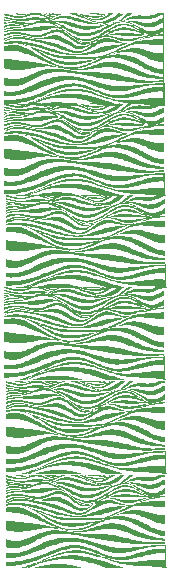
<source format=gbr>
%TF.GenerationSoftware,KiCad,Pcbnew,9.0.6*%
%TF.CreationDate,2026-01-03T15:13:42+00:00*%
%TF.ProjectId,Metaboard,4d657461-626f-4617-9264-2e6b69636164,rev?*%
%TF.SameCoordinates,Original*%
%TF.FileFunction,Legend,Bot*%
%TF.FilePolarity,Positive*%
%FSLAX46Y46*%
G04 Gerber Fmt 4.6, Leading zero omitted, Abs format (unit mm)*
G04 Created by KiCad (PCBNEW 9.0.6) date 2026-01-03 15:13:42*
%MOMM*%
%LPD*%
G01*
G04 APERTURE LIST*
%ADD10C,0.000000*%
G04 APERTURE END LIST*
D10*
%TO.C,G\u002A\u002A\u002A*%
G36*
X113071478Y-78458427D02*
G01*
X113064477Y-78465428D01*
X113057476Y-78458427D01*
X113064477Y-78451425D01*
X113071478Y-78458427D01*
G37*
G36*
X114387685Y-75391944D02*
G01*
X114380684Y-75398945D01*
X114373683Y-75391944D01*
X114380684Y-75384943D01*
X114387685Y-75391944D01*
G37*
G36*
X116333992Y-76918184D02*
G01*
X116326991Y-76925185D01*
X116319989Y-76918184D01*
X116326991Y-76911183D01*
X116333992Y-76918184D01*
G37*
G36*
X114285002Y-75417614D02*
G01*
X114287193Y-75421826D01*
X114275668Y-75426949D01*
X114268255Y-75425939D01*
X114266333Y-75417614D01*
X114268385Y-75415939D01*
X114285002Y-75417614D01*
G37*
G36*
X114341011Y-75403612D02*
G01*
X114343202Y-75407824D01*
X114331676Y-75412947D01*
X114324264Y-75411936D01*
X114322342Y-75403612D01*
X114324394Y-75401936D01*
X114341011Y-75403612D01*
G37*
G36*
X113961186Y-74630092D02*
G01*
X113985102Y-74632460D01*
X113988461Y-74638613D01*
X113975444Y-74650272D01*
X113947960Y-74666644D01*
X113920580Y-74667106D01*
X113883606Y-74649827D01*
X113866242Y-74639083D01*
X113864086Y-74632774D01*
X113882665Y-74630247D01*
X113925612Y-74629765D01*
X113961186Y-74630092D01*
G37*
G36*
X105422934Y-75323903D02*
G01*
X105496285Y-75327303D01*
X105615304Y-75336284D01*
X105503286Y-75347470D01*
X105493446Y-75348498D01*
X105421041Y-75357825D01*
X105339707Y-75370547D01*
X105265249Y-75384223D01*
X105236721Y-75389997D01*
X105184537Y-75400477D01*
X105146289Y-75408049D01*
X105128727Y-75411369D01*
X105121393Y-75401064D01*
X105118225Y-75373052D01*
X105118225Y-75333157D01*
X105247746Y-75325740D01*
X105258795Y-75325160D01*
X105338251Y-75323154D01*
X105422934Y-75323903D01*
G37*
G36*
X115785837Y-74629153D02*
G01*
X115990938Y-74629482D01*
X115833576Y-74711730D01*
X115830503Y-74713339D01*
X115749159Y-74758136D01*
X115664442Y-74809313D01*
X115572801Y-74869270D01*
X115470683Y-74940407D01*
X115354539Y-75025124D01*
X115220816Y-75125820D01*
X115192805Y-75147115D01*
X115134931Y-75190802D01*
X115085813Y-75227464D01*
X115049940Y-75253765D01*
X115031803Y-75266364D01*
X115026872Y-75268589D01*
X114996422Y-75276840D01*
X114948741Y-75286155D01*
X114891781Y-75294911D01*
X114852685Y-75300161D01*
X114796819Y-75307513D01*
X114761943Y-75311705D01*
X114743621Y-75313164D01*
X114737421Y-75312316D01*
X114738907Y-75309585D01*
X114745610Y-75304079D01*
X114770636Y-75284067D01*
X114809333Y-75253356D01*
X114856759Y-75215876D01*
X114890963Y-75188599D01*
X114951472Y-75139618D01*
X115022596Y-75081456D01*
X115098116Y-75019204D01*
X115171809Y-74957956D01*
X115227224Y-74911884D01*
X115301212Y-74850924D01*
X115371593Y-74793501D01*
X115432430Y-74744451D01*
X115477788Y-74708611D01*
X115580736Y-74628824D01*
X115785837Y-74629153D01*
G37*
G36*
X106290478Y-74629870D02*
G01*
X106368979Y-74631154D01*
X106441061Y-74633175D01*
X106502298Y-74635919D01*
X106548268Y-74639374D01*
X106574547Y-74643526D01*
X106598680Y-74649093D01*
X106656435Y-74657104D01*
X106729481Y-74663297D01*
X106809906Y-74667324D01*
X106889799Y-74668839D01*
X106961248Y-74667493D01*
X107016341Y-74662939D01*
X107099537Y-74651150D01*
X107036528Y-74642090D01*
X107026124Y-74640540D01*
X107006548Y-74636633D01*
X107009232Y-74634000D01*
X107036089Y-74632234D01*
X107089036Y-74630927D01*
X107107940Y-74630661D01*
X107157266Y-74630823D01*
X107191645Y-74632235D01*
X107204554Y-74634683D01*
X107202832Y-74637001D01*
X107181776Y-74647240D01*
X107141292Y-74661706D01*
X107087109Y-74678663D01*
X107024955Y-74696374D01*
X106960557Y-74713104D01*
X106899643Y-74727116D01*
X106775424Y-74745522D01*
X106635082Y-74752914D01*
X106489917Y-74748995D01*
X106350419Y-74733641D01*
X106305093Y-74726133D01*
X106224455Y-74711480D01*
X106143694Y-74695433D01*
X106068357Y-74679207D01*
X106003990Y-74664018D01*
X105956140Y-74651080D01*
X105930353Y-74641609D01*
X105932365Y-74638375D01*
X105956492Y-74634962D01*
X106000741Y-74632365D01*
X106060688Y-74630571D01*
X106131908Y-74629565D01*
X106209980Y-74629336D01*
X106290478Y-74629870D01*
G37*
G36*
X109584752Y-82143404D02*
G01*
X109882473Y-82150454D01*
X110165320Y-82169005D01*
X110442757Y-82200076D01*
X110724251Y-82244687D01*
X111019267Y-82303859D01*
X111038026Y-82308029D01*
X111107835Y-82324295D01*
X111188744Y-82344028D01*
X111276497Y-82366098D01*
X111366842Y-82389376D01*
X111455522Y-82412733D01*
X111538283Y-82435039D01*
X111610871Y-82455166D01*
X111669030Y-82471983D01*
X111708507Y-82484363D01*
X111725047Y-82491176D01*
X111724266Y-82491388D01*
X111704093Y-82492167D01*
X111657843Y-82492920D01*
X111587036Y-82493641D01*
X111493191Y-82494325D01*
X111377831Y-82494968D01*
X111242476Y-82495564D01*
X111088645Y-82496109D01*
X110917861Y-82496598D01*
X110731642Y-82497025D01*
X110531511Y-82497385D01*
X110318988Y-82497674D01*
X110095592Y-82497887D01*
X109862845Y-82498018D01*
X109622268Y-82498063D01*
X109558578Y-82498060D01*
X109319751Y-82497998D01*
X109089075Y-82497860D01*
X108868077Y-82497649D01*
X108658283Y-82497370D01*
X108461222Y-82497028D01*
X108278419Y-82496626D01*
X108111403Y-82496171D01*
X107961701Y-82495665D01*
X107830840Y-82495114D01*
X107720347Y-82494522D01*
X107631750Y-82493893D01*
X107566575Y-82493233D01*
X107526350Y-82492545D01*
X107512602Y-82491835D01*
X107514334Y-82489922D01*
X107535772Y-82480041D01*
X107578224Y-82464481D01*
X107637311Y-82444600D01*
X107708657Y-82421758D01*
X107787886Y-82397313D01*
X107870621Y-82372625D01*
X107952484Y-82349051D01*
X108029099Y-82327951D01*
X108096090Y-82310684D01*
X108160994Y-82295087D01*
X108429206Y-82238198D01*
X108692353Y-82195479D01*
X108958186Y-82166023D01*
X109234458Y-82148924D01*
X109528920Y-82143277D01*
X109584752Y-82143404D01*
G37*
G36*
X110902883Y-81410933D02*
G01*
X111135733Y-81421468D01*
X111373430Y-81442081D01*
X111618192Y-81473098D01*
X111872235Y-81514843D01*
X112137777Y-81567642D01*
X112417036Y-81631818D01*
X112712228Y-81707698D01*
X113025571Y-81795605D01*
X113359283Y-81895865D01*
X113715579Y-82008803D01*
X113909061Y-82071391D01*
X114154005Y-82150203D01*
X114373327Y-82220237D01*
X114566879Y-82281448D01*
X114734516Y-82333788D01*
X114876092Y-82377214D01*
X114991459Y-82411678D01*
X115080472Y-82437134D01*
X115098200Y-82442049D01*
X115163373Y-82460434D01*
X115216931Y-82476031D01*
X115253738Y-82487322D01*
X115268657Y-82492787D01*
X115262053Y-82493508D01*
X115230540Y-82494440D01*
X115175310Y-82495301D01*
X115098836Y-82496076D01*
X115003588Y-82496747D01*
X114892037Y-82497298D01*
X114766654Y-82497712D01*
X114629910Y-82497972D01*
X114484276Y-82498063D01*
X113694060Y-82498063D01*
X113323260Y-82371146D01*
X113289701Y-82359679D01*
X112999733Y-82262398D01*
X112731445Y-82175982D01*
X112481490Y-82099584D01*
X112246524Y-82032358D01*
X112023201Y-81973457D01*
X111808176Y-81922035D01*
X111598103Y-81877244D01*
X111389637Y-81838240D01*
X111179434Y-81804174D01*
X110964146Y-81774201D01*
X110889511Y-81766554D01*
X110783349Y-81759436D01*
X110658195Y-81753889D01*
X110518745Y-81749911D01*
X110369694Y-81747501D01*
X110215738Y-81746660D01*
X110061570Y-81747385D01*
X109911888Y-81749677D01*
X109771385Y-81753533D01*
X109644757Y-81758954D01*
X109536700Y-81765938D01*
X109451908Y-81774485D01*
X109212501Y-81809093D01*
X108804067Y-81885277D01*
X108410920Y-81981600D01*
X108029379Y-82099128D01*
X107655763Y-82238929D01*
X107286390Y-82402068D01*
X107269485Y-82410092D01*
X107195214Y-82444793D01*
X107139917Y-82469029D01*
X107098488Y-82484502D01*
X107065821Y-82492910D01*
X107036809Y-82495956D01*
X107006346Y-82495340D01*
X106931511Y-82491062D01*
X107085535Y-82412248D01*
X107091662Y-82409115D01*
X107514848Y-82204049D01*
X107937644Y-82021274D01*
X108358284Y-81861367D01*
X108775004Y-81724908D01*
X109186039Y-81612475D01*
X109589623Y-81524647D01*
X109983992Y-81462002D01*
X110211244Y-81436550D01*
X110442856Y-81418799D01*
X110672663Y-81410152D01*
X110902883Y-81410933D01*
G37*
G36*
X109675218Y-75976969D02*
G01*
X109701844Y-75978549D01*
X109791060Y-75988351D01*
X109878600Y-76005916D01*
X109966892Y-76032539D01*
X110058367Y-76069513D01*
X110155455Y-76118132D01*
X110260585Y-76179688D01*
X110376187Y-76255475D01*
X110504691Y-76346788D01*
X110648526Y-76454918D01*
X110810122Y-76581161D01*
X110815373Y-76585321D01*
X110972426Y-76708117D01*
X111111613Y-76813135D01*
X111235473Y-76901651D01*
X111346546Y-76974942D01*
X111447370Y-77034285D01*
X111540486Y-77080955D01*
X111628432Y-77116231D01*
X111713747Y-77141387D01*
X111798972Y-77157701D01*
X111886645Y-77166449D01*
X111979306Y-77168908D01*
X111985219Y-77168885D01*
X112082735Y-77165982D01*
X112170321Y-77157235D01*
X112256745Y-77141020D01*
X112350775Y-77115716D01*
X112461179Y-77079698D01*
X112500849Y-77067001D01*
X112534804Y-77058311D01*
X112550202Y-77057346D01*
X112545743Y-77064873D01*
X112519798Y-77080696D01*
X112475724Y-77102237D01*
X112418054Y-77127644D01*
X112351317Y-77155065D01*
X112280044Y-77182646D01*
X112208767Y-77208536D01*
X112142016Y-77230881D01*
X112084322Y-77247830D01*
X112055614Y-77254632D01*
X111945400Y-77270340D01*
X111824733Y-77274541D01*
X111705273Y-77267222D01*
X111598678Y-77248370D01*
X111529606Y-77228625D01*
X111459471Y-77203635D01*
X111387336Y-77172247D01*
X111310397Y-77132832D01*
X111225853Y-77083761D01*
X111130900Y-77023404D01*
X111022737Y-76950134D01*
X110898560Y-76862321D01*
X110755566Y-76758336D01*
X110683232Y-76705446D01*
X110529312Y-76594988D01*
X110393109Y-76500962D01*
X110272074Y-76422196D01*
X110163659Y-76357515D01*
X110065317Y-76305748D01*
X109974499Y-76265722D01*
X109888658Y-76236263D01*
X109805246Y-76216199D01*
X109721714Y-76204356D01*
X109635516Y-76199562D01*
X109544103Y-76200644D01*
X109537778Y-76200895D01*
X109435927Y-76207857D01*
X109339648Y-76220995D01*
X109242945Y-76241821D01*
X109139824Y-76271847D01*
X109024290Y-76312586D01*
X108890348Y-76365550D01*
X108845426Y-76383944D01*
X108695065Y-76444608D01*
X108565911Y-76494889D01*
X108454621Y-76535793D01*
X108357849Y-76568323D01*
X108272249Y-76593484D01*
X108194477Y-76612282D01*
X108121188Y-76625719D01*
X108049035Y-76634802D01*
X107974675Y-76640534D01*
X107908296Y-76643186D01*
X107827322Y-76642916D01*
X107743100Y-76638321D01*
X107652254Y-76628897D01*
X107551409Y-76614136D01*
X107437188Y-76593535D01*
X107306217Y-76566587D01*
X107155119Y-76532786D01*
X106980519Y-76491628D01*
X106845286Y-76459369D01*
X106725607Y-76431527D01*
X106625070Y-76409323D01*
X106539569Y-76392128D01*
X106464999Y-76379316D01*
X106397252Y-76370261D01*
X106332224Y-76364335D01*
X106265806Y-76360910D01*
X106193894Y-76359361D01*
X106112382Y-76359060D01*
X105993483Y-76360406D01*
X105887642Y-76364688D01*
X105800178Y-76372207D01*
X105726161Y-76383274D01*
X105646671Y-76399760D01*
X105532735Y-76427261D01*
X105415174Y-76459211D01*
X105304426Y-76492741D01*
X105210931Y-76524979D01*
X105118225Y-76559873D01*
X105118225Y-76464299D01*
X105118225Y-76368726D01*
X105268749Y-76325008D01*
X105348769Y-76302535D01*
X105464144Y-76273806D01*
X105573326Y-76252207D01*
X105683127Y-76236857D01*
X105800361Y-76226875D01*
X105931840Y-76221380D01*
X106084378Y-76219489D01*
X106127393Y-76219429D01*
X106217710Y-76219806D01*
X106296915Y-76221338D01*
X106369283Y-76224560D01*
X106439090Y-76230005D01*
X106510610Y-76238208D01*
X106588118Y-76249702D01*
X106675889Y-76265022D01*
X106778197Y-76284700D01*
X106899319Y-76309271D01*
X107043529Y-76339270D01*
X107103182Y-76351619D01*
X107267443Y-76383869D01*
X107410881Y-76408911D01*
X107538013Y-76427347D01*
X107653357Y-76439780D01*
X107761429Y-76446812D01*
X107866748Y-76449046D01*
X107951746Y-76447822D01*
X108042342Y-76442674D01*
X108129022Y-76432489D01*
X108215917Y-76416185D01*
X108307158Y-76392678D01*
X108406875Y-76360887D01*
X108519202Y-76319729D01*
X108648268Y-76268121D01*
X108798206Y-76204981D01*
X108897474Y-76162937D01*
X109033567Y-76107518D01*
X109150972Y-76063262D01*
X109253481Y-76029183D01*
X109344883Y-76004297D01*
X109428967Y-75987618D01*
X109509525Y-75978160D01*
X109590345Y-75974939D01*
X109675218Y-75976969D01*
G37*
G36*
X113576368Y-74838986D02*
G01*
X113506762Y-74865086D01*
X113436038Y-74890457D01*
X113369695Y-74913007D01*
X113313235Y-74930646D01*
X113197871Y-74961067D01*
X113037600Y-74990447D01*
X112886349Y-75001128D01*
X112737699Y-74993814D01*
X112624365Y-74978450D01*
X112448528Y-74943644D01*
X112255457Y-74893309D01*
X112042557Y-74826823D01*
X111997863Y-74812037D01*
X111931683Y-74790770D01*
X111878197Y-74774369D01*
X111842007Y-74764229D01*
X111827717Y-74761743D01*
X111827519Y-74762701D01*
X111841123Y-74773163D01*
X111876057Y-74792004D01*
X111928450Y-74817535D01*
X111994429Y-74848068D01*
X112070125Y-74881915D01*
X112151666Y-74917386D01*
X112235180Y-74952793D01*
X112316796Y-74986448D01*
X112392642Y-75016661D01*
X112458848Y-75041746D01*
X112511543Y-75060011D01*
X112564226Y-75076053D01*
X112687119Y-75106040D01*
X112805575Y-75122924D01*
X112922337Y-75126013D01*
X113040145Y-75114612D01*
X113161745Y-75088028D01*
X113289878Y-75045565D01*
X113427287Y-74986532D01*
X113576715Y-74910233D01*
X113740905Y-74815976D01*
X113922600Y-74703065D01*
X114038605Y-74628824D01*
X114188391Y-74628824D01*
X114338177Y-74628824D01*
X114283497Y-74665979D01*
X114235243Y-74697662D01*
X114162577Y-74743280D01*
X114076856Y-74795576D01*
X113983333Y-74851470D01*
X113887261Y-74907880D01*
X113793894Y-74961726D01*
X113708486Y-75009927D01*
X113636290Y-75049401D01*
X113582558Y-75077067D01*
X113545495Y-75094588D01*
X113468935Y-75128696D01*
X113393277Y-75160152D01*
X113330519Y-75183873D01*
X113316163Y-75188813D01*
X113273995Y-75202268D01*
X113235765Y-75211624D01*
X113195085Y-75217624D01*
X113145567Y-75221009D01*
X113080823Y-75222522D01*
X112994466Y-75222904D01*
X112966241Y-75222901D01*
X112886811Y-75222354D01*
X112826937Y-75220408D01*
X112780104Y-75216314D01*
X112739795Y-75209325D01*
X112699496Y-75198691D01*
X112652690Y-75183666D01*
X112617719Y-75171322D01*
X112543902Y-75142787D01*
X112464020Y-75109536D01*
X112390148Y-75076496D01*
X112336550Y-75051886D01*
X112289212Y-75031164D01*
X112257146Y-75018317D01*
X112245348Y-75015453D01*
X112252036Y-75022101D01*
X112280343Y-75038972D01*
X112326662Y-75062981D01*
X112386464Y-75092060D01*
X112455221Y-75124140D01*
X112528403Y-75157155D01*
X112601483Y-75189036D01*
X112669931Y-75217716D01*
X112729219Y-75241127D01*
X112774819Y-75257202D01*
X112819110Y-75270799D01*
X112922492Y-75298748D01*
X113014643Y-75316636D01*
X113105631Y-75326139D01*
X113205524Y-75328934D01*
X113249115Y-75328200D01*
X113389310Y-75316028D01*
X113534902Y-75288297D01*
X113687779Y-75244242D01*
X113849832Y-75183097D01*
X114022947Y-75104096D01*
X114209014Y-75006472D01*
X114409921Y-74889461D01*
X114627557Y-74752296D01*
X114818422Y-74628077D01*
X115032142Y-74631950D01*
X115245861Y-74635825D01*
X115009303Y-74818732D01*
X114945919Y-74867566D01*
X114818283Y-74964492D01*
X114707454Y-75046287D01*
X114610323Y-75115061D01*
X114523786Y-75172918D01*
X114444736Y-75221966D01*
X114370066Y-75264312D01*
X114296671Y-75302062D01*
X114289880Y-75305372D01*
X114107638Y-75382213D01*
X113924884Y-75436918D01*
X113747474Y-75467721D01*
X113703769Y-75472276D01*
X113644828Y-75477667D01*
X113598295Y-75479962D01*
X113554409Y-75479185D01*
X113503409Y-75475360D01*
X113435535Y-75468514D01*
X113360655Y-75459515D01*
X113261636Y-75443591D01*
X113162595Y-75422408D01*
X113060862Y-75394952D01*
X112953772Y-75360211D01*
X112838655Y-75317170D01*
X112712845Y-75264817D01*
X112573674Y-75202139D01*
X112418474Y-75128122D01*
X112244577Y-75041754D01*
X112049317Y-74942020D01*
X112015436Y-74924601D01*
X111917214Y-74874756D01*
X111818185Y-74825348D01*
X111724747Y-74779526D01*
X111643300Y-74740438D01*
X111581009Y-74711587D01*
X111818981Y-74711587D01*
X111836847Y-74718443D01*
X111878666Y-74728254D01*
X111940034Y-74740143D01*
X112016748Y-74753438D01*
X112104604Y-74767470D01*
X112199399Y-74781567D01*
X112296930Y-74795061D01*
X112392993Y-74807279D01*
X112483385Y-74817552D01*
X112496542Y-74818899D01*
X112594122Y-74827086D01*
X112706931Y-74834040D01*
X112828806Y-74839596D01*
X112953586Y-74843593D01*
X113075110Y-74845867D01*
X113187215Y-74846254D01*
X113283740Y-74844592D01*
X113358523Y-74840718D01*
X113470541Y-74831601D01*
X113414532Y-74814712D01*
X113354539Y-74797468D01*
X113130282Y-74746050D01*
X112898600Y-74711596D01*
X112672415Y-74696171D01*
X112587066Y-74694589D01*
X112485748Y-74693629D01*
X112380379Y-74693431D01*
X112274520Y-74693932D01*
X112171734Y-74695067D01*
X112075581Y-74696772D01*
X111989623Y-74698982D01*
X111917423Y-74701632D01*
X111862541Y-74704660D01*
X111828540Y-74708000D01*
X111818981Y-74711587D01*
X111581009Y-74711587D01*
X111580243Y-74711232D01*
X111534538Y-74690589D01*
X111482316Y-74666167D01*
X111451351Y-74649831D01*
X111438908Y-74639784D01*
X111442249Y-74634229D01*
X111458638Y-74631369D01*
X111459698Y-74631272D01*
X111497967Y-74633331D01*
X111525626Y-74643981D01*
X111526166Y-74644426D01*
X111548761Y-74654040D01*
X111577945Y-74644056D01*
X111590471Y-74639237D01*
X111631254Y-74632365D01*
X111678983Y-74631817D01*
X111748270Y-74636572D01*
X111681933Y-74655320D01*
X111642995Y-74669810D01*
X111625286Y-74684007D01*
X111631417Y-74694646D01*
X111662669Y-74698835D01*
X111687672Y-74694725D01*
X111731029Y-74682063D01*
X111780583Y-74663829D01*
X111788884Y-74660540D01*
X111865618Y-74637629D01*
X111933521Y-74630198D01*
X112000309Y-74631573D01*
X111937299Y-74650845D01*
X111874289Y-74670117D01*
X111971616Y-74662057D01*
X112023332Y-74656515D01*
X112071321Y-74648991D01*
X112102048Y-74641410D01*
X112117759Y-74638971D01*
X112159609Y-74636218D01*
X112223160Y-74633778D01*
X112304951Y-74631735D01*
X112401521Y-74630173D01*
X112509408Y-74629175D01*
X112625154Y-74628824D01*
X113115155Y-74628824D01*
X113319461Y-74726839D01*
X113320258Y-74727221D01*
X113419158Y-74773040D01*
X113494853Y-74804446D01*
X113548010Y-74821656D01*
X113579297Y-74824886D01*
X113589382Y-74814353D01*
X113578201Y-74803796D01*
X113547386Y-74782413D01*
X113501688Y-74753384D01*
X113445860Y-74719838D01*
X113302514Y-74635825D01*
X113400842Y-74631775D01*
X113409048Y-74631447D01*
X113453503Y-74630756D01*
X113488482Y-74634299D01*
X113522438Y-74644479D01*
X113563828Y-74663696D01*
X113621107Y-74694355D01*
X113656024Y-74714114D01*
X113698592Y-74740586D01*
X113725766Y-74760685D01*
X113732812Y-74771154D01*
X113723457Y-74777221D01*
X113690216Y-74792962D01*
X113639353Y-74814248D01*
X113595171Y-74831601D01*
X113576368Y-74838986D01*
G37*
G36*
X105198738Y-74631904D02*
G01*
X105208625Y-74632896D01*
X105254048Y-74640349D01*
X105319400Y-74653631D01*
X105399387Y-74671571D01*
X105488712Y-74692996D01*
X105582080Y-74716735D01*
X105607717Y-74723430D01*
X105754836Y-74760987D01*
X105880427Y-74791136D01*
X105989001Y-74814628D01*
X106085065Y-74832213D01*
X106173131Y-74844640D01*
X106257708Y-74852659D01*
X106343305Y-74857021D01*
X106434433Y-74858475D01*
X106459717Y-74858482D01*
X106541158Y-74857243D01*
X106613336Y-74853219D01*
X106681297Y-74845349D01*
X106750090Y-74832569D01*
X106824763Y-74813818D01*
X106910364Y-74788033D01*
X107011942Y-74754151D01*
X107134543Y-74711109D01*
X107365579Y-74628881D01*
X107765827Y-74628852D01*
X108166075Y-74628824D01*
X108297911Y-74683327D01*
X108312309Y-74689293D01*
X108379975Y-74717550D01*
X108461922Y-74752018D01*
X108549096Y-74788883D01*
X108632442Y-74824327D01*
X108716689Y-74859170D01*
X108818903Y-74898488D01*
X108913076Y-74931534D01*
X108994884Y-74956892D01*
X109060004Y-74973146D01*
X109104115Y-74978879D01*
X109105526Y-74978860D01*
X109142372Y-74971795D01*
X109182840Y-74955820D01*
X109227431Y-74932761D01*
X109107043Y-74908388D01*
X109036800Y-74890662D01*
X108945311Y-74861750D01*
X108841094Y-74824441D01*
X108730317Y-74781055D01*
X108619149Y-74733910D01*
X108513760Y-74685327D01*
X108401743Y-74631206D01*
X108464752Y-74630115D01*
X108503596Y-74633455D01*
X108573979Y-74649949D01*
X108660783Y-74679238D01*
X108782381Y-74722315D01*
X108921942Y-74765148D01*
X109054922Y-74799157D01*
X109175312Y-74822827D01*
X109277104Y-74834642D01*
X109285952Y-74835165D01*
X109346330Y-74838069D01*
X109388766Y-74837317D01*
X109422181Y-74831447D01*
X109455498Y-74818997D01*
X109497639Y-74798504D01*
X109500595Y-74797009D01*
X109543195Y-74774815D01*
X109573432Y-74757878D01*
X109584929Y-74749760D01*
X109576604Y-74749062D01*
X109547393Y-74751976D01*
X109504416Y-74758311D01*
X109504381Y-74758316D01*
X109430532Y-74764626D01*
X109335573Y-74763884D01*
X109225294Y-74756809D01*
X109105487Y-74744122D01*
X108981941Y-74726543D01*
X108860448Y-74704792D01*
X108746798Y-74679589D01*
X108646781Y-74651655D01*
X108583771Y-74631592D01*
X108694965Y-74630208D01*
X108723016Y-74629935D01*
X108766025Y-74630443D01*
X108786974Y-74633235D01*
X108789935Y-74639238D01*
X108778978Y-74649381D01*
X108763784Y-74661257D01*
X108760361Y-74668784D01*
X108779802Y-74669889D01*
X108806861Y-74664902D01*
X108842812Y-74649827D01*
X108875822Y-74636691D01*
X108919824Y-74629412D01*
X108961831Y-74629008D01*
X108919824Y-74656828D01*
X108916476Y-74659050D01*
X108892601Y-74676166D01*
X108890720Y-74683280D01*
X108909172Y-74684740D01*
X108926506Y-74682689D01*
X108967261Y-74672575D01*
X109014189Y-74656835D01*
X109048131Y-74645506D01*
X109086249Y-74637304D01*
X109132720Y-74632471D01*
X109194085Y-74630345D01*
X109276880Y-74630265D01*
X109465910Y-74631693D01*
X109381897Y-74650272D01*
X109346497Y-74657467D01*
X109275741Y-74669586D01*
X109210175Y-74678494D01*
X109168285Y-74684672D01*
X109131167Y-74693668D01*
X109113461Y-74702708D01*
X109119023Y-74707279D01*
X109148208Y-74710715D01*
X109202662Y-74712160D01*
X109283276Y-74711634D01*
X109390938Y-74709158D01*
X109455962Y-74707204D01*
X109541478Y-74703971D01*
X109606726Y-74700206D01*
X109656490Y-74695396D01*
X109695551Y-74689030D01*
X109728692Y-74680595D01*
X109760696Y-74669579D01*
X109785660Y-74660787D01*
X109829015Y-74649262D01*
X109878713Y-74641602D01*
X109941969Y-74636839D01*
X110025998Y-74634006D01*
X110208027Y-74629888D01*
X110025998Y-74676715D01*
X109955443Y-74696065D01*
X109860691Y-74724704D01*
X109767980Y-74755179D01*
X109689945Y-74783476D01*
X109674226Y-74789753D01*
X109617539Y-74813969D01*
X109547146Y-74845738D01*
X109466598Y-74883296D01*
X109379447Y-74924878D01*
X109289246Y-74968717D01*
X109199547Y-75013050D01*
X109113903Y-75056110D01*
X109035864Y-75096132D01*
X108968984Y-75131351D01*
X108916815Y-75160003D01*
X108882908Y-75180320D01*
X108870816Y-75190540D01*
X108874504Y-75197214D01*
X108895320Y-75204019D01*
X108906825Y-75205690D01*
X108905822Y-75210820D01*
X108890309Y-75210675D01*
X108854726Y-75203918D01*
X108808830Y-75191682D01*
X108725840Y-75166849D01*
X108833642Y-75119846D01*
X108852942Y-75111298D01*
X108897090Y-75090543D01*
X108926551Y-75074871D01*
X108935756Y-75067156D01*
X108933747Y-75066626D01*
X108911784Y-75069113D01*
X108871583Y-75077183D01*
X108819930Y-75089524D01*
X108778314Y-75099461D01*
X108719142Y-75111508D01*
X108652358Y-75122732D01*
X108575925Y-75133312D01*
X108487806Y-75143428D01*
X108385962Y-75153256D01*
X108268357Y-75162976D01*
X108132951Y-75172766D01*
X107977709Y-75182803D01*
X107800591Y-75193267D01*
X107599561Y-75204336D01*
X107372580Y-75216188D01*
X107285657Y-75220634D01*
X107116357Y-75229281D01*
X106971434Y-75236597D01*
X106848427Y-75242627D01*
X106744877Y-75247417D01*
X106658324Y-75251012D01*
X106586310Y-75253458D01*
X106526373Y-75254799D01*
X106476055Y-75255080D01*
X106432896Y-75254348D01*
X106394437Y-75252647D01*
X106358218Y-75250023D01*
X106321778Y-75246520D01*
X106282660Y-75242185D01*
X106238402Y-75237062D01*
X106220594Y-75234973D01*
X106109577Y-75220431D01*
X105995108Y-75202619D01*
X105872490Y-75180654D01*
X105737028Y-75153653D01*
X105584027Y-75120733D01*
X105408793Y-75081010D01*
X105118269Y-75013884D01*
X105118247Y-74941841D01*
X105118225Y-74869798D01*
X105205739Y-74897202D01*
X105255075Y-74911884D01*
X105340675Y-74935457D01*
X105441880Y-74961820D01*
X105551901Y-74989318D01*
X105663949Y-75016291D01*
X105771234Y-75041083D01*
X105866966Y-75062037D01*
X105944356Y-75077495D01*
X105979233Y-75083467D01*
X106093363Y-75098302D01*
X106219849Y-75109077D01*
X106350730Y-75115491D01*
X106478045Y-75117245D01*
X106593834Y-75114039D01*
X106690136Y-75105573D01*
X106743619Y-75097655D01*
X106819087Y-75085318D01*
X106908233Y-75069945D01*
X107004052Y-75052744D01*
X107099537Y-75034924D01*
X107191107Y-75017895D01*
X107288525Y-75000595D01*
X107380131Y-74985093D01*
X107458707Y-74972607D01*
X107517034Y-74964359D01*
X107559252Y-74959889D01*
X107684818Y-74953450D01*
X107830094Y-74954196D01*
X107989835Y-74961916D01*
X108158796Y-74976395D01*
X108331731Y-74997422D01*
X108404809Y-75007477D01*
X108533465Y-75024009D01*
X108640421Y-75035784D01*
X108729567Y-75043084D01*
X108804792Y-75046192D01*
X108869989Y-75045393D01*
X108929046Y-75040970D01*
X109031842Y-75029951D01*
X108961831Y-75018468D01*
X108937634Y-75014357D01*
X108858826Y-74998897D01*
X108774493Y-74978955D01*
X108679476Y-74953154D01*
X108568614Y-74920118D01*
X108436748Y-74878474D01*
X108355956Y-74852591D01*
X108244139Y-74817602D01*
X108151682Y-74790262D01*
X108074195Y-74769642D01*
X108007287Y-74754813D01*
X107946568Y-74744848D01*
X107887648Y-74738816D01*
X107826135Y-74735791D01*
X107757641Y-74734843D01*
X107689888Y-74735407D01*
X107619880Y-74738485D01*
X107552609Y-74745045D01*
X107483200Y-74756014D01*
X107406782Y-74772320D01*
X107318480Y-74794891D01*
X107213422Y-74824655D01*
X107086735Y-74862537D01*
X106988282Y-74892058D01*
X106875102Y-74924411D01*
X106779327Y-74949182D01*
X106695776Y-74967325D01*
X106619270Y-74979793D01*
X106544629Y-74987542D01*
X106466672Y-74991525D01*
X106380221Y-74992697D01*
X106292139Y-74991116D01*
X106195681Y-74986484D01*
X106104585Y-74979502D01*
X106030166Y-74970875D01*
X105973419Y-74960964D01*
X105891437Y-74944163D01*
X105792030Y-74922072D01*
X105680116Y-74895867D01*
X105560612Y-74866727D01*
X105438437Y-74835828D01*
X105318507Y-74804349D01*
X105205739Y-74773466D01*
X105118225Y-74748898D01*
X105118225Y-74687617D01*
X105118225Y-74626337D01*
X105198738Y-74631904D01*
G37*
G36*
X107332349Y-75422215D02*
G01*
X107393327Y-75425707D01*
X107430778Y-75426949D01*
X107438020Y-75426779D01*
X107480624Y-75420878D01*
X107538107Y-75405810D01*
X107613911Y-75380561D01*
X107711476Y-75344116D01*
X107719122Y-75341165D01*
X107886111Y-75280582D01*
X108034404Y-75235151D01*
X108168128Y-75204083D01*
X108291413Y-75186591D01*
X108408388Y-75181886D01*
X108523180Y-75189181D01*
X108617618Y-75202439D01*
X108763231Y-75233702D01*
X108911638Y-75279459D01*
X109068454Y-75341533D01*
X109239294Y-75421749D01*
X109261289Y-75432797D01*
X109327476Y-75466737D01*
X109391450Y-75500865D01*
X109456030Y-75536914D01*
X109524033Y-75576614D01*
X109598276Y-75621695D01*
X109681576Y-75673888D01*
X109776752Y-75734925D01*
X109886620Y-75806535D01*
X110013998Y-75890451D01*
X110161703Y-75988401D01*
X110340387Y-76106480D01*
X110499183Y-76209845D01*
X110640241Y-76299716D01*
X110766051Y-76377537D01*
X110879100Y-76444752D01*
X110981880Y-76502807D01*
X111076880Y-76553147D01*
X111166588Y-76597216D01*
X111253495Y-76636459D01*
X111340090Y-76672322D01*
X111475288Y-76720407D01*
X111678590Y-76771247D01*
X111883191Y-76796160D01*
X112090832Y-76795100D01*
X112303257Y-76768023D01*
X112522208Y-76714883D01*
X112749427Y-76635634D01*
X112832400Y-76601602D01*
X112934124Y-76556681D01*
X113036082Y-76507630D01*
X113142022Y-76452410D01*
X113255693Y-76388982D01*
X113380842Y-76315305D01*
X113521220Y-76229341D01*
X113680574Y-76129051D01*
X113815590Y-76043921D01*
X114001991Y-75929378D01*
X114170151Y-75830375D01*
X114322409Y-75745939D01*
X114461106Y-75675101D01*
X114588581Y-75616889D01*
X114707175Y-75570333D01*
X114819227Y-75534462D01*
X114927078Y-75508305D01*
X115033067Y-75490890D01*
X115139535Y-75481249D01*
X115248821Y-75478408D01*
X115312460Y-75479344D01*
X115429430Y-75486736D01*
X115539598Y-75502949D01*
X115653298Y-75529739D01*
X115780865Y-75568864D01*
X115870632Y-75600891D01*
X115977383Y-75645269D01*
X116085317Y-75697659D01*
X116197616Y-75759949D01*
X116317458Y-75834023D01*
X116448026Y-75921766D01*
X116592499Y-76025065D01*
X116754058Y-76145805D01*
X116793849Y-76175929D01*
X116867585Y-76231117D01*
X116934047Y-76280060D01*
X116964453Y-76301987D01*
X116989504Y-76320052D01*
X117030224Y-76348386D01*
X117052477Y-76362353D01*
X117054709Y-76363479D01*
X117079502Y-76378129D01*
X117086999Y-76386878D01*
X117075128Y-76387092D01*
X117038496Y-76380860D01*
X116980109Y-76368201D01*
X116902791Y-76349809D01*
X116809363Y-76326379D01*
X116702649Y-76298605D01*
X116585470Y-76267181D01*
X116460649Y-76232802D01*
X116329657Y-76196668D01*
X116163940Y-76152579D01*
X116018295Y-76116216D01*
X115888933Y-76086848D01*
X115772068Y-76063745D01*
X115663913Y-76046176D01*
X115560681Y-76033412D01*
X115458585Y-76024722D01*
X115353837Y-76019376D01*
X115275749Y-76017782D01*
X115093356Y-76024494D01*
X114910442Y-76046699D01*
X114722045Y-76085330D01*
X114523205Y-76141319D01*
X114308960Y-76215596D01*
X114302684Y-76217956D01*
X114230245Y-76246245D01*
X114148270Y-76279849D01*
X114060296Y-76317152D01*
X113969859Y-76356542D01*
X113880495Y-76396404D01*
X113795742Y-76435126D01*
X113719134Y-76471092D01*
X113654210Y-76502690D01*
X113604504Y-76528305D01*
X113573554Y-76546325D01*
X113564896Y-76555134D01*
X113575416Y-76554282D01*
X113608791Y-76545969D01*
X113660558Y-76530881D01*
X113716707Y-76513316D01*
X113806594Y-76513316D01*
X113953617Y-76523796D01*
X114052444Y-76532214D01*
X114156375Y-76544405D01*
X114265046Y-76560884D01*
X114383980Y-76582582D01*
X114518700Y-76610432D01*
X114674730Y-76645364D01*
X114687360Y-76648265D01*
X114784237Y-76670209D01*
X114879942Y-76691396D01*
X114967952Y-76710415D01*
X115041744Y-76725853D01*
X115094797Y-76736299D01*
X115141178Y-76743311D01*
X115227644Y-76751996D01*
X115330339Y-76758708D01*
X115442310Y-76763261D01*
X115556605Y-76765471D01*
X115666272Y-76765153D01*
X115764359Y-76762123D01*
X115843915Y-76756197D01*
X115909191Y-76748375D01*
X116040608Y-76729431D01*
X116193689Y-76703740D01*
X116369748Y-76671064D01*
X116570102Y-76631164D01*
X116796064Y-76583803D01*
X116815660Y-76579620D01*
X116932709Y-76554980D01*
X117049780Y-76530869D01*
X117161399Y-76508379D01*
X117262090Y-76488603D01*
X117346375Y-76472634D01*
X117408781Y-76461563D01*
X117427862Y-76458359D01*
X117492709Y-76446986D01*
X117544541Y-76437143D01*
X117578479Y-76429791D01*
X117589642Y-76425893D01*
X117582676Y-76425700D01*
X117551168Y-76427512D01*
X117497296Y-76431587D01*
X117424349Y-76437646D01*
X117335615Y-76445415D01*
X117234386Y-76454617D01*
X117123949Y-76464976D01*
X117021107Y-76474616D01*
X116916166Y-76483928D01*
X116821161Y-76491532D01*
X116731348Y-76497648D01*
X116641984Y-76502496D01*
X116548329Y-76506296D01*
X116445639Y-76509267D01*
X116329171Y-76511630D01*
X116194184Y-76513603D01*
X116035935Y-76515408D01*
X115982865Y-76515942D01*
X115820394Y-76517226D01*
X115680339Y-76517647D01*
X115558398Y-76517127D01*
X115450266Y-76515587D01*
X115351642Y-76512947D01*
X115258222Y-76509128D01*
X115165703Y-76504052D01*
X115069783Y-76497638D01*
X114942146Y-76489604D01*
X114794249Y-76482691D01*
X114643867Y-76477889D01*
X114495344Y-76475212D01*
X114353022Y-76474673D01*
X114221245Y-76476286D01*
X114104356Y-76480063D01*
X114006697Y-76486019D01*
X113932614Y-76494165D01*
X113806594Y-76513316D01*
X113716707Y-76513316D01*
X113726271Y-76510324D01*
X113801487Y-76485604D01*
X113899413Y-76453464D01*
X114126962Y-76385691D01*
X114341310Y-76332919D01*
X114549113Y-76294024D01*
X114757027Y-76267882D01*
X114971709Y-76253368D01*
X115199813Y-76249358D01*
X115211034Y-76249401D01*
X115301788Y-76250023D01*
X115382551Y-76251309D01*
X115457517Y-76253582D01*
X115530884Y-76257164D01*
X115606848Y-76262380D01*
X115689606Y-76269552D01*
X115783353Y-76279003D01*
X115892287Y-76291057D01*
X116020604Y-76306037D01*
X116172500Y-76324266D01*
X116344335Y-76344767D01*
X116497477Y-76362355D01*
X116630765Y-76376776D01*
X116748191Y-76388405D01*
X116853746Y-76397614D01*
X116951425Y-76404774D01*
X117045218Y-76410259D01*
X117139118Y-76414441D01*
X117363154Y-76423034D01*
X117234484Y-76360289D01*
X117213312Y-76349865D01*
X117151896Y-76318219D01*
X117091895Y-76284682D01*
X117029376Y-76246718D01*
X116960408Y-76201794D01*
X116881059Y-76147373D01*
X116787396Y-76080922D01*
X116675489Y-75999905D01*
X116506047Y-75879062D01*
X116350257Y-75774047D01*
X116207413Y-75685057D01*
X116074003Y-75610247D01*
X115946518Y-75547772D01*
X115821444Y-75495786D01*
X115695271Y-75452442D01*
X115564488Y-75415895D01*
X115560215Y-75414823D01*
X115501931Y-75400986D01*
X115450944Y-75391220D01*
X115400197Y-75384861D01*
X115342632Y-75381245D01*
X115271189Y-75379707D01*
X115178810Y-75379582D01*
X115165440Y-75379634D01*
X115076794Y-75380485D01*
X115008417Y-75382646D01*
X114953466Y-75386821D01*
X114905099Y-75393712D01*
X114856474Y-75404023D01*
X114800750Y-75418459D01*
X114753646Y-75431757D01*
X114650657Y-75464504D01*
X114545435Y-75503399D01*
X114435021Y-75549860D01*
X114316459Y-75605303D01*
X114186791Y-75671146D01*
X114043059Y-75748807D01*
X113882307Y-75839703D01*
X113701577Y-75945251D01*
X113508808Y-76056960D01*
X113293903Y-76174976D01*
X113095436Y-76275856D01*
X112911012Y-76360467D01*
X112738237Y-76429677D01*
X112574718Y-76484357D01*
X112418059Y-76525373D01*
X112265867Y-76553595D01*
X112115746Y-76569891D01*
X111965304Y-76575130D01*
X111889169Y-76573946D01*
X111770908Y-76566820D01*
X111653985Y-76552498D01*
X111536234Y-76530116D01*
X111415491Y-76498809D01*
X111289590Y-76457713D01*
X111156367Y-76405964D01*
X111013655Y-76342698D01*
X110859292Y-76267050D01*
X110691110Y-76178157D01*
X110506945Y-76075153D01*
X110304633Y-75957175D01*
X110082007Y-75823359D01*
X110070260Y-75816215D01*
X109905784Y-75716691D01*
X109761969Y-75630780D01*
X109636108Y-75557030D01*
X109525496Y-75493991D01*
X109427427Y-75440211D01*
X109339195Y-75394239D01*
X109258095Y-75354624D01*
X109181421Y-75319915D01*
X109106468Y-75288661D01*
X109030529Y-75259410D01*
X109008341Y-75250980D01*
X108967353Y-75234093D01*
X108943563Y-75222244D01*
X108941568Y-75217597D01*
X108949707Y-75215904D01*
X108981254Y-75204455D01*
X109027498Y-75184633D01*
X109081590Y-75159289D01*
X109233663Y-75087486D01*
X109439935Y-74998779D01*
X109630881Y-74928083D01*
X109809383Y-74874569D01*
X109978323Y-74837406D01*
X110140582Y-74815765D01*
X110299041Y-74808816D01*
X110337140Y-74809121D01*
X110438582Y-74813022D01*
X110539024Y-74822058D01*
X110642298Y-74837048D01*
X110752234Y-74858808D01*
X110872662Y-74888155D01*
X111007413Y-74925908D01*
X111160317Y-74972882D01*
X111335204Y-75029896D01*
X111398188Y-75050817D01*
X111544928Y-75099057D01*
X111672187Y-75139977D01*
X111784940Y-75175076D01*
X111888165Y-75205851D01*
X111986840Y-75233799D01*
X112085939Y-75260418D01*
X112190441Y-75287204D01*
X112209148Y-75291878D01*
X112283222Y-75309984D01*
X112370815Y-75330915D01*
X112468220Y-75353830D01*
X112571731Y-75377887D01*
X112677641Y-75402246D01*
X112782242Y-75426066D01*
X112881827Y-75448505D01*
X112972690Y-75468722D01*
X113051125Y-75485876D01*
X113113423Y-75499127D01*
X113155878Y-75507632D01*
X113174783Y-75510552D01*
X113172232Y-75508865D01*
X113148426Y-75499089D01*
X113102407Y-75481446D01*
X113036782Y-75456900D01*
X112954161Y-75426419D01*
X112857152Y-75390968D01*
X112748365Y-75351512D01*
X112630408Y-75309018D01*
X112505460Y-75264036D01*
X112353012Y-75208913D01*
X112194865Y-75151506D01*
X112037435Y-75094155D01*
X111887136Y-75039197D01*
X111750384Y-74988969D01*
X111633595Y-74945809D01*
X111475072Y-74887529D01*
X111324944Y-74833784D01*
X111194510Y-74788966D01*
X111080582Y-74752083D01*
X110979968Y-74722147D01*
X110889479Y-74698166D01*
X110805922Y-74679150D01*
X110726109Y-74664108D01*
X110684864Y-74656910D01*
X110632584Y-74647075D01*
X110595667Y-74639226D01*
X110580252Y-74634605D01*
X110582847Y-74633748D01*
X110607109Y-74632169D01*
X110653558Y-74630815D01*
X110718326Y-74629757D01*
X110797546Y-74629069D01*
X110887351Y-74628824D01*
X111200284Y-74628824D01*
X111430953Y-74721106D01*
X111493843Y-74746778D01*
X111587114Y-74785932D01*
X111694132Y-74831730D01*
X111808530Y-74881424D01*
X111923941Y-74932265D01*
X112033998Y-74981503D01*
X112072935Y-74999073D01*
X112296794Y-75099734D01*
X112496841Y-75189015D01*
X112674351Y-75267464D01*
X112830599Y-75335627D01*
X112966859Y-75394053D01*
X113084406Y-75443289D01*
X113184516Y-75483883D01*
X113268462Y-75516382D01*
X113337520Y-75541333D01*
X113414532Y-75567849D01*
X113169493Y-75559915D01*
X113149439Y-75559255D01*
X112886932Y-75548309D01*
X112648469Y-75533662D01*
X112430536Y-75514912D01*
X112229619Y-75491656D01*
X112042205Y-75463491D01*
X111864778Y-75430015D01*
X111693825Y-75390824D01*
X111646716Y-75378332D01*
X111575418Y-75358289D01*
X111487475Y-75332803D01*
X111388084Y-75303398D01*
X111282441Y-75271596D01*
X111175744Y-75238923D01*
X111157147Y-75233187D01*
X110967849Y-75176362D01*
X110800729Y-75129571D01*
X110652380Y-75092239D01*
X110519399Y-75063791D01*
X110398377Y-75043652D01*
X110285912Y-75031247D01*
X110178595Y-75026002D01*
X110073023Y-75027341D01*
X109965788Y-75034690D01*
X109853357Y-75048339D01*
X109684695Y-75078178D01*
X109509406Y-75118623D01*
X109337470Y-75167302D01*
X109178865Y-75221841D01*
X109149870Y-75233058D01*
X109116528Y-75248078D01*
X109107944Y-75258780D01*
X109123093Y-75268524D01*
X109160953Y-75280673D01*
X109162104Y-75280932D01*
X109185980Y-75280347D01*
X109228042Y-75275133D01*
X109279972Y-75266293D01*
X109312178Y-75260642D01*
X109406225Y-75247780D01*
X109514357Y-75236897D01*
X109628237Y-75228539D01*
X109739526Y-75223256D01*
X109839887Y-75221596D01*
X109920982Y-75224109D01*
X109961373Y-75227069D01*
X110059563Y-75235833D01*
X110152905Y-75246965D01*
X110245305Y-75261337D01*
X110340669Y-75279818D01*
X110442904Y-75303280D01*
X110555915Y-75332593D01*
X110683611Y-75368629D01*
X110829896Y-75412258D01*
X110998677Y-75464351D01*
X111028043Y-75473505D01*
X111200701Y-75526561D01*
X111351345Y-75571144D01*
X111483752Y-75608037D01*
X111601701Y-75638022D01*
X111708971Y-75661881D01*
X111809341Y-75680396D01*
X111906590Y-75694351D01*
X112004495Y-75704526D01*
X112106837Y-75711705D01*
X112217394Y-75716670D01*
X112285809Y-75718477D01*
X112472110Y-75717183D01*
X112668634Y-75706733D01*
X112880663Y-75686777D01*
X113113485Y-75656961D01*
X113116308Y-75656558D01*
X113249280Y-75636160D01*
X113394961Y-75611377D01*
X113546604Y-75583532D01*
X113697460Y-75553949D01*
X113840782Y-75523948D01*
X113969821Y-75494853D01*
X114077830Y-75467985D01*
X114138996Y-75452201D01*
X114191179Y-75439659D01*
X114227321Y-75432028D01*
X114241939Y-75430560D01*
X114239577Y-75432859D01*
X114217605Y-75442447D01*
X114177451Y-75457093D01*
X114124727Y-75474683D01*
X114090616Y-75486047D01*
X114026831Y-75508181D01*
X113945964Y-75536885D01*
X113853185Y-75570309D01*
X113753663Y-75606598D01*
X113652569Y-75643899D01*
X113516158Y-75693989D01*
X113323441Y-75762247D01*
X113150288Y-75819890D01*
X112993211Y-75867763D01*
X112848723Y-75906709D01*
X112713337Y-75937572D01*
X112583565Y-75961196D01*
X112455921Y-75978424D01*
X112326917Y-75990101D01*
X112193066Y-75997070D01*
X112151078Y-75998317D01*
X112025103Y-75998664D01*
X111902318Y-75993167D01*
X111779566Y-75981122D01*
X111653691Y-75961825D01*
X111521536Y-75934573D01*
X111379946Y-75898661D01*
X111225763Y-75853386D01*
X111055832Y-75798044D01*
X110866995Y-75731932D01*
X110656098Y-75654344D01*
X110565818Y-75620920D01*
X110321221Y-75535014D01*
X110098085Y-75464048D01*
X109895015Y-75407623D01*
X109710617Y-75365343D01*
X109543495Y-75336809D01*
X109453592Y-75324917D01*
X109374470Y-75315408D01*
X109314392Y-75309310D01*
X109276236Y-75306913D01*
X109262878Y-75308509D01*
X109262990Y-75308747D01*
X109277335Y-75315430D01*
X109311041Y-75327863D01*
X109357393Y-75343556D01*
X109389007Y-75354078D01*
X109477124Y-75385325D01*
X109571815Y-75421794D01*
X109676113Y-75464792D01*
X109793051Y-75515626D01*
X109925662Y-75575603D01*
X110076979Y-75646029D01*
X110250034Y-75728211D01*
X110273083Y-75739234D01*
X110464244Y-75829979D01*
X110633613Y-75908923D01*
X110783908Y-75977120D01*
X110917847Y-76035628D01*
X111038149Y-76085501D01*
X111147530Y-76127794D01*
X111248710Y-76163565D01*
X111344407Y-76193868D01*
X111437337Y-76219759D01*
X111530220Y-76242294D01*
X111625774Y-76262527D01*
X111671550Y-76270265D01*
X111779646Y-76281499D01*
X111903529Y-76287175D01*
X112035445Y-76287361D01*
X112167637Y-76282125D01*
X112292352Y-76271536D01*
X112401834Y-76255663D01*
X112502637Y-76235498D01*
X112608871Y-76210673D01*
X112714558Y-76181689D01*
X112822822Y-76147360D01*
X112936790Y-76106500D01*
X113059587Y-76057925D01*
X113194339Y-76000450D01*
X113344170Y-75932888D01*
X113512208Y-75854055D01*
X113701577Y-75762766D01*
X113777062Y-75726125D01*
X113948144Y-75644214D01*
X114098609Y-75574180D01*
X114231300Y-75514957D01*
X114349061Y-75465481D01*
X114454733Y-75424689D01*
X114551162Y-75391517D01*
X114641189Y-75364899D01*
X114727658Y-75343773D01*
X114813412Y-75327073D01*
X114901294Y-75313737D01*
X115063199Y-75301038D01*
X115255695Y-75305148D01*
X115455023Y-75327656D01*
X115654414Y-75367766D01*
X115847097Y-75424685D01*
X115855263Y-75427532D01*
X115921332Y-75451265D01*
X115983690Y-75475293D01*
X116045423Y-75501174D01*
X116109617Y-75530465D01*
X116179359Y-75564727D01*
X116257735Y-75605516D01*
X116347832Y-75654393D01*
X116452735Y-75712914D01*
X116575531Y-75782640D01*
X116719307Y-75865127D01*
X116762557Y-75889744D01*
X116921754Y-75974732D01*
X117065851Y-76041792D01*
X117198502Y-76092516D01*
X117323358Y-76128498D01*
X117447738Y-76148945D01*
X117598221Y-76153778D01*
X117748562Y-76139485D01*
X117888236Y-76106476D01*
X117916746Y-76096744D01*
X118013605Y-76058060D01*
X118123384Y-76007459D01*
X118238941Y-75948526D01*
X118353136Y-75884846D01*
X118458826Y-75820005D01*
X118588347Y-75736027D01*
X118588347Y-75540398D01*
X118588347Y-75344769D01*
X118451825Y-75430920D01*
X118345723Y-75495700D01*
X118141156Y-75607185D01*
X117948056Y-75693668D01*
X117765983Y-75755310D01*
X117594499Y-75792271D01*
X117433165Y-75804712D01*
X117432664Y-75804713D01*
X117340164Y-75802465D01*
X117249955Y-75794829D01*
X117158112Y-75780824D01*
X117060712Y-75759470D01*
X116953828Y-75729788D01*
X116833535Y-75690797D01*
X116695909Y-75641518D01*
X116537024Y-75580970D01*
X116535020Y-75580190D01*
X116363811Y-75514864D01*
X116212477Y-75460427D01*
X116075725Y-75415620D01*
X115948262Y-75379185D01*
X115824796Y-75349864D01*
X115700033Y-75326398D01*
X115568680Y-75307528D01*
X115425445Y-75291997D01*
X115265034Y-75278545D01*
X115155227Y-75270294D01*
X115342046Y-75164830D01*
X115447454Y-75106233D01*
X115597005Y-75027139D01*
X115730209Y-74962513D01*
X115850699Y-74910840D01*
X115962108Y-74870603D01*
X116068067Y-74840288D01*
X116172209Y-74818377D01*
X116232202Y-74810068D01*
X116340074Y-74801723D01*
X116469722Y-74797750D01*
X116617662Y-74798179D01*
X116780408Y-74803035D01*
X116954478Y-74812345D01*
X117073735Y-74817856D01*
X117313863Y-74813970D01*
X117540646Y-74788556D01*
X117757775Y-74741100D01*
X117968943Y-74671088D01*
X118077266Y-74628952D01*
X118598848Y-74628888D01*
X118619327Y-74628824D01*
X118619327Y-74763444D01*
X118588347Y-74817678D01*
X118588087Y-74770798D01*
X118587061Y-74719119D01*
X118585437Y-74683867D01*
X118583409Y-74670830D01*
X118574070Y-74674885D01*
X118543271Y-74689753D01*
X118495044Y-74713597D01*
X118433530Y-74744366D01*
X118362874Y-74780009D01*
X118222595Y-74848902D01*
X118041221Y-74930215D01*
X117873595Y-74995171D01*
X117715612Y-75045176D01*
X117563169Y-75081639D01*
X117412161Y-75105966D01*
X117319212Y-75113490D01*
X117191768Y-75115727D01*
X117040915Y-75111567D01*
X116868669Y-75101069D01*
X116677046Y-75084293D01*
X116606408Y-75077707D01*
X116427415Y-75065771D01*
X116263406Y-75063227D01*
X116107802Y-75070772D01*
X115954024Y-75089104D01*
X115795492Y-75118923D01*
X115625627Y-75160925D01*
X115437851Y-75215810D01*
X115304830Y-75256974D01*
X115612878Y-75249074D01*
X115650918Y-75248164D01*
X115784819Y-75246428D01*
X115902627Y-75248027D01*
X116011534Y-75253603D01*
X116118733Y-75263799D01*
X116231418Y-75279259D01*
X116356782Y-75300623D01*
X116502018Y-75328537D01*
X116587587Y-75345489D01*
X116682347Y-75364055D01*
X116770906Y-75381205D01*
X116846178Y-75395569D01*
X116901081Y-75405776D01*
X116970542Y-75417010D01*
X117172887Y-75435355D01*
X117375028Y-75433410D01*
X117570316Y-75411456D01*
X117752101Y-75369774D01*
X117788324Y-75358372D01*
X117899581Y-75317723D01*
X118024642Y-75265342D01*
X118156832Y-75204392D01*
X118289473Y-75138033D01*
X118415891Y-75069426D01*
X118529408Y-75001731D01*
X118588347Y-74964525D01*
X118588347Y-74817678D01*
X118620430Y-74817678D01*
X118620430Y-76257197D01*
X118619327Y-76257197D01*
X118619327Y-78563443D01*
X118719327Y-82363444D01*
X118860390Y-82498063D01*
X118837974Y-82498041D01*
X118744130Y-82497275D01*
X118674635Y-82495261D01*
X118626469Y-82491803D01*
X118596611Y-82486701D01*
X118582042Y-82479756D01*
X118563528Y-82470930D01*
X118518493Y-82459701D01*
X118450846Y-82447650D01*
X118363457Y-82435083D01*
X118259199Y-82422306D01*
X118140942Y-82409624D01*
X118011557Y-82397341D01*
X117873916Y-82385765D01*
X117730889Y-82375199D01*
X117585349Y-82365949D01*
X117440166Y-82358321D01*
X117403077Y-82356586D01*
X117142671Y-82344043D01*
X116899373Y-82331681D01*
X116674737Y-82319591D01*
X116470319Y-82307866D01*
X116287673Y-82296597D01*
X116128355Y-82285877D01*
X115993920Y-82275796D01*
X115885921Y-82266448D01*
X115849959Y-82262957D01*
X115689768Y-82245738D01*
X115527293Y-82225809D01*
X115370097Y-82204197D01*
X115225744Y-82181927D01*
X115101798Y-82160027D01*
X115022442Y-82144036D01*
X114855111Y-82106574D01*
X114671357Y-82061259D01*
X114477450Y-82009782D01*
X114279656Y-81953832D01*
X114084244Y-81895099D01*
X113897480Y-81835274D01*
X113691620Y-81767388D01*
X113405865Y-81674710D01*
X113142841Y-81591591D01*
X112900563Y-81517602D01*
X112677047Y-81452315D01*
X112470307Y-81395301D01*
X112278358Y-81346131D01*
X112099214Y-81304378D01*
X111930891Y-81269613D01*
X111771403Y-81241407D01*
X111618766Y-81219332D01*
X111470993Y-81202959D01*
X111326100Y-81191860D01*
X111182101Y-81185607D01*
X111037012Y-81183770D01*
X110888847Y-81185923D01*
X110644980Y-81197693D01*
X110401586Y-81221225D01*
X110158202Y-81257473D01*
X109907196Y-81307579D01*
X109640938Y-81372686D01*
X109538447Y-81400366D01*
X109390986Y-81442550D01*
X109243221Y-81487857D01*
X109092680Y-81537228D01*
X108936890Y-81591606D01*
X108773376Y-81651933D01*
X108599666Y-81719152D01*
X108413286Y-81794205D01*
X108211763Y-81878034D01*
X107992623Y-81971583D01*
X107753393Y-82075792D01*
X107491599Y-82191605D01*
X106819493Y-82490800D01*
X106560453Y-82494366D01*
X106301412Y-82497931D01*
X106560453Y-82421943D01*
X106588011Y-82413828D01*
X106738544Y-82368329D01*
X106885072Y-82321817D01*
X107030851Y-82273069D01*
X107179134Y-82220862D01*
X107333179Y-82163970D01*
X107496238Y-82101171D01*
X107671568Y-82031240D01*
X107862422Y-81952953D01*
X108072057Y-81865087D01*
X108303727Y-81766417D01*
X108404208Y-81723443D01*
X108626345Y-81629251D01*
X108826723Y-81545622D01*
X109007873Y-81471622D01*
X109172326Y-81406315D01*
X109322614Y-81348765D01*
X109461266Y-81298037D01*
X109590814Y-81253195D01*
X109713789Y-81213303D01*
X109832721Y-81177425D01*
X109950143Y-81144627D01*
X110068584Y-81113972D01*
X110164607Y-81090501D01*
X110300916Y-81059669D01*
X110424137Y-81035833D01*
X110541105Y-81018180D01*
X110658657Y-81005894D01*
X110783627Y-80998161D01*
X110922851Y-80994167D01*
X111083165Y-80993098D01*
X111148078Y-80993206D01*
X111256653Y-80993867D01*
X111344701Y-80995356D01*
X111417171Y-80997953D01*
X111479012Y-81001935D01*
X111535174Y-81007581D01*
X111590605Y-81015168D01*
X111650254Y-81024976D01*
X111770090Y-81047068D01*
X111894457Y-81072959D01*
X112021287Y-81102647D01*
X112153506Y-81136995D01*
X112294042Y-81176868D01*
X112445820Y-81223128D01*
X112611769Y-81276639D01*
X112794814Y-81338265D01*
X112997883Y-81408870D01*
X113223903Y-81489317D01*
X113318305Y-81523126D01*
X113522539Y-81595414D01*
X113704776Y-81658487D01*
X113867823Y-81713183D01*
X114014485Y-81760337D01*
X114147570Y-81800788D01*
X114269882Y-81835372D01*
X114384228Y-81864926D01*
X114493415Y-81890287D01*
X114600247Y-81912291D01*
X114707532Y-81931775D01*
X114838284Y-81951969D01*
X115000042Y-81970940D01*
X115166561Y-81983572D01*
X115340642Y-81989806D01*
X115525086Y-81989581D01*
X115722692Y-81982839D01*
X115936260Y-81969521D01*
X116168590Y-81949566D01*
X116422484Y-81922916D01*
X116700739Y-81889512D01*
X116880776Y-81867313D01*
X117141156Y-81837491D01*
X117377540Y-81813503D01*
X117591967Y-81795202D01*
X117786476Y-81782441D01*
X117963104Y-81775072D01*
X118123889Y-81772948D01*
X118270872Y-81775921D01*
X118326353Y-81778256D01*
X118403703Y-81782121D01*
X118470120Y-81786149D01*
X118519920Y-81789983D01*
X118547415Y-81793267D01*
X118588347Y-81801453D01*
X118588347Y-81521660D01*
X118588347Y-81241868D01*
X118451825Y-81232577D01*
X118428866Y-81231349D01*
X118356530Y-81229862D01*
X118268969Y-81230463D01*
X118175207Y-81233034D01*
X118084267Y-81237455D01*
X118007021Y-81242758D01*
X117902502Y-81251984D01*
X117797226Y-81263957D01*
X117688286Y-81279234D01*
X117572776Y-81298371D01*
X117447792Y-81321923D01*
X117310425Y-81350446D01*
X117157772Y-81384496D01*
X116986926Y-81424629D01*
X116794980Y-81471401D01*
X116579030Y-81525367D01*
X116367715Y-81578171D01*
X116173237Y-81625494D01*
X115999932Y-81665995D01*
X115844889Y-81700161D01*
X115705199Y-81728476D01*
X115577951Y-81751427D01*
X115460234Y-81769500D01*
X115349139Y-81783182D01*
X115241755Y-81792958D01*
X115135172Y-81799315D01*
X115026480Y-81802739D01*
X114912768Y-81803717D01*
X114872897Y-81803622D01*
X114750967Y-81802047D01*
X114646531Y-81797818D01*
X114552214Y-81790000D01*
X114460641Y-81777654D01*
X114364438Y-81759844D01*
X114256231Y-81735633D01*
X114128644Y-81704083D01*
X114068002Y-81688305D01*
X113985235Y-81665414D01*
X113901576Y-81640447D01*
X113813912Y-81612303D01*
X113719130Y-81579880D01*
X113614116Y-81542075D01*
X113495757Y-81497787D01*
X113360939Y-81445912D01*
X113206548Y-81385350D01*
X113029471Y-81314998D01*
X112894295Y-81261258D01*
X112711829Y-81189625D01*
X112550092Y-81127488D01*
X112406113Y-81073856D01*
X112276923Y-81027736D01*
X112159549Y-80988139D01*
X112051022Y-80954071D01*
X111948371Y-80924543D01*
X111848623Y-80898562D01*
X111748810Y-80875136D01*
X111645960Y-80853275D01*
X111578233Y-80840373D01*
X111305130Y-80805311D01*
X111024731Y-80796102D01*
X110736259Y-80812783D01*
X110438935Y-80855390D01*
X110131982Y-80923960D01*
X110121868Y-80926613D01*
X109995202Y-80961608D01*
X109865175Y-81000947D01*
X109729073Y-81045643D01*
X109584179Y-81096708D01*
X109427778Y-81155154D01*
X109257153Y-81221996D01*
X109069588Y-81298245D01*
X108862369Y-81384914D01*
X108632779Y-81483017D01*
X108608230Y-81493587D01*
X108389046Y-81586992D01*
X108190905Y-81669416D01*
X108010161Y-81742199D01*
X107843166Y-81806683D01*
X107686272Y-81864210D01*
X107535831Y-81916122D01*
X107388195Y-81963758D01*
X107239717Y-82008462D01*
X107086749Y-82051574D01*
X106946450Y-82088411D01*
X106655233Y-82155900D01*
X106360664Y-82212800D01*
X106069486Y-82257999D01*
X105788447Y-82290387D01*
X105524289Y-82308853D01*
X105460096Y-82311771D01*
X105375251Y-82315865D01*
X105296083Y-82319917D01*
X105233744Y-82323371D01*
X105118225Y-82330200D01*
X105118237Y-82137588D01*
X105118249Y-81944976D01*
X105492796Y-81944099D01*
X105519723Y-81943993D01*
X105768813Y-81938337D01*
X106004717Y-81923619D01*
X106234939Y-81898874D01*
X106466978Y-81863140D01*
X106708336Y-81815454D01*
X106966516Y-81754851D01*
X106970587Y-81753831D01*
X107092955Y-81722609D01*
X107208662Y-81691780D01*
X107320411Y-81660399D01*
X107430905Y-81627518D01*
X107542845Y-81592193D01*
X107658936Y-81553479D01*
X107781880Y-81510428D01*
X107914379Y-81462096D01*
X108059137Y-81407536D01*
X108218856Y-81345803D01*
X108396239Y-81275952D01*
X108593988Y-81197036D01*
X108814808Y-81108110D01*
X108954731Y-81052091D01*
X109214922Y-80951191D01*
X109454435Y-80863231D01*
X109675710Y-80787619D01*
X109881188Y-80723760D01*
X110073307Y-80671059D01*
X110254507Y-80628922D01*
X110427227Y-80596756D01*
X110593909Y-80573966D01*
X110756990Y-80559957D01*
X110918912Y-80554136D01*
X111082113Y-80555909D01*
X111152911Y-80558644D01*
X111274474Y-80566197D01*
X111385347Y-80577908D01*
X111494792Y-80595106D01*
X111612067Y-80619121D01*
X111746435Y-80651283D01*
X111826887Y-80672149D01*
X111914727Y-80696698D01*
X112003582Y-80723679D01*
X112096524Y-80754209D01*
X112196628Y-80789402D01*
X112306965Y-80830373D01*
X112430608Y-80878239D01*
X112570632Y-80934114D01*
X112730108Y-80999114D01*
X112912110Y-81074353D01*
X113074137Y-81141309D01*
X113233195Y-81206047D01*
X113372474Y-81261460D01*
X113495008Y-81308694D01*
X113603832Y-81348892D01*
X113701981Y-81383199D01*
X113792490Y-81412758D01*
X113878393Y-81438716D01*
X114015122Y-81476126D01*
X114214874Y-81521207D01*
X114406473Y-81551284D01*
X114595310Y-81566505D01*
X114786775Y-81567020D01*
X114986259Y-81552980D01*
X115199154Y-81524533D01*
X115430849Y-81481831D01*
X115478181Y-81471949D01*
X115548508Y-81456481D01*
X115620342Y-81439571D01*
X115696837Y-81420355D01*
X115781145Y-81397971D01*
X115876419Y-81371555D01*
X115985813Y-81340246D01*
X116112479Y-81303180D01*
X116259571Y-81259494D01*
X116430242Y-81208326D01*
X116622713Y-81150964D01*
X116817498Y-81094317D01*
X116991090Y-81045582D01*
X117146264Y-81004039D01*
X117285796Y-80968969D01*
X117412460Y-80939653D01*
X117529033Y-80915372D01*
X117638289Y-80895408D01*
X117793750Y-80872375D01*
X117963712Y-80853834D01*
X118130794Y-80841953D01*
X118287043Y-80837287D01*
X118424507Y-80840394D01*
X118589718Y-80849850D01*
X118585532Y-80753311D01*
X118581346Y-80656773D01*
X118203286Y-80658784D01*
X118047908Y-80661087D01*
X117893940Y-80666941D01*
X117744386Y-80676878D01*
X117595366Y-80691467D01*
X117442996Y-80711274D01*
X117283393Y-80736867D01*
X117112677Y-80768814D01*
X116926963Y-80807682D01*
X116722371Y-80854038D01*
X116495017Y-80908450D01*
X116463028Y-80916263D01*
X116358111Y-80941884D01*
X116252992Y-80967547D01*
X116154523Y-80991582D01*
X116069555Y-81012314D01*
X116004940Y-81028073D01*
X115954164Y-81040316D01*
X115664923Y-81104372D01*
X115396246Y-81153563D01*
X115145646Y-81188240D01*
X114910637Y-81208760D01*
X114688733Y-81215475D01*
X114688254Y-81215475D01*
X114567057Y-81213894D01*
X114451095Y-81208822D01*
X114337795Y-81199615D01*
X114224582Y-81185626D01*
X114108882Y-81166211D01*
X113988123Y-81140723D01*
X113859729Y-81108518D01*
X113721126Y-81068949D01*
X113569742Y-81021372D01*
X113403002Y-80965141D01*
X113218332Y-80899611D01*
X113013158Y-80824135D01*
X112784906Y-80738070D01*
X112569121Y-80656991D01*
X112361052Y-80581341D01*
X112172805Y-80515956D01*
X112001534Y-80459979D01*
X111844392Y-80412554D01*
X111698534Y-80372825D01*
X111561113Y-80339935D01*
X111429283Y-80313028D01*
X111300199Y-80291246D01*
X111242831Y-80284146D01*
X111143707Y-80276158D01*
X111027433Y-80270359D01*
X110900266Y-80266795D01*
X110768463Y-80265511D01*
X110638283Y-80266552D01*
X110515981Y-80269965D01*
X110407816Y-80275795D01*
X110320045Y-80284088D01*
X110256350Y-80292518D01*
X110077159Y-80320416D01*
X109895071Y-80355181D01*
X109707673Y-80397537D01*
X109512555Y-80448208D01*
X109307305Y-80507919D01*
X109089512Y-80577393D01*
X108856765Y-80657354D01*
X108606652Y-80748526D01*
X108336763Y-80851635D01*
X108044686Y-80967403D01*
X108012026Y-80980533D01*
X107761196Y-81080246D01*
X107532841Y-81168741D01*
X107324470Y-81246767D01*
X107133591Y-81315074D01*
X106957714Y-81374412D01*
X106794348Y-81425531D01*
X106641000Y-81469179D01*
X106495180Y-81506108D01*
X106354397Y-81537066D01*
X106216159Y-81562804D01*
X106077975Y-81584072D01*
X105937354Y-81601618D01*
X105880358Y-81606585D01*
X105787488Y-81611413D01*
X105679705Y-81614399D01*
X105564356Y-81615489D01*
X105448790Y-81614627D01*
X105340354Y-81611758D01*
X105246396Y-81606826D01*
X105118225Y-81597728D01*
X105118225Y-81396793D01*
X105118341Y-81367095D01*
X105119544Y-81299603D01*
X105121849Y-81245271D01*
X105124996Y-81209046D01*
X105128727Y-81195877D01*
X105132653Y-81196253D01*
X105159057Y-81200352D01*
X105203262Y-81208005D01*
X105258247Y-81218012D01*
X105293399Y-81223895D01*
X105402228Y-81236567D01*
X105527170Y-81244888D01*
X105659815Y-81248706D01*
X105791756Y-81247872D01*
X105914581Y-81242234D01*
X106019882Y-81231642D01*
X106051492Y-81227071D01*
X106171159Y-81206862D01*
X106290007Y-81181710D01*
X106410822Y-81150610D01*
X106536392Y-81112558D01*
X106669503Y-81066551D01*
X106812944Y-81011584D01*
X106969502Y-80946654D01*
X107141963Y-80870756D01*
X107333115Y-80782887D01*
X107545746Y-80682043D01*
X107556204Y-80677025D01*
X107753805Y-80582965D01*
X107929864Y-80500814D01*
X108087379Y-80429324D01*
X108229343Y-80367244D01*
X108358754Y-80313325D01*
X108478606Y-80266316D01*
X108591897Y-80224968D01*
X108701620Y-80188030D01*
X108810773Y-80154254D01*
X109059257Y-80085193D01*
X109296242Y-80029835D01*
X109527860Y-79987491D01*
X109762163Y-79956902D01*
X110007204Y-79936809D01*
X110271037Y-79925953D01*
X110316556Y-79924974D01*
X110482809Y-79923702D01*
X110643061Y-79926600D01*
X110799997Y-79934143D01*
X110956301Y-79946805D01*
X111114656Y-79965062D01*
X111277747Y-79989389D01*
X111448257Y-80020260D01*
X111628870Y-80058151D01*
X111822272Y-80103537D01*
X112031144Y-80156893D01*
X112258173Y-80218693D01*
X112506040Y-80289414D01*
X112777432Y-80369529D01*
X112838198Y-80387661D01*
X113078508Y-80458297D01*
X113296017Y-80520185D01*
X113493603Y-80573902D01*
X113674141Y-80620024D01*
X113840505Y-80659126D01*
X113995572Y-80691786D01*
X114142218Y-80718578D01*
X114283316Y-80740080D01*
X114421744Y-80756867D01*
X114560377Y-80769515D01*
X114702090Y-80778601D01*
X114849758Y-80784700D01*
X114890203Y-80785846D01*
X115009360Y-80787616D01*
X115132332Y-80786906D01*
X115261774Y-80783542D01*
X115400340Y-80777347D01*
X115550686Y-80768146D01*
X115715466Y-80755764D01*
X115897336Y-80740026D01*
X116098949Y-80720756D01*
X116322962Y-80697778D01*
X116572029Y-80670917D01*
X116573792Y-80670724D01*
X116800499Y-80646159D01*
X117003410Y-80625011D01*
X117186456Y-80606978D01*
X117353569Y-80591759D01*
X117508680Y-80579051D01*
X117655719Y-80568551D01*
X117798619Y-80559958D01*
X117941310Y-80552971D01*
X118087724Y-80547285D01*
X118241792Y-80542600D01*
X118588347Y-80533272D01*
X118588347Y-80479504D01*
X118587826Y-80461314D01*
X118581392Y-80433714D01*
X118565780Y-80425736D01*
X118559178Y-80425954D01*
X118527014Y-80427652D01*
X118473329Y-80430814D01*
X118402430Y-80435177D01*
X118318626Y-80440478D01*
X118226226Y-80446454D01*
X118172313Y-80449941D01*
X117867623Y-80468037D01*
X117584512Y-80481670D01*
X117318532Y-80490696D01*
X117065235Y-80494970D01*
X116820175Y-80494350D01*
X116578904Y-80488691D01*
X116336974Y-80477849D01*
X116089937Y-80461681D01*
X115833346Y-80440043D01*
X115562754Y-80412790D01*
X115273713Y-80379779D01*
X114961776Y-80340866D01*
X114836713Y-80324413D01*
X114689386Y-80304204D01*
X114536468Y-80282310D01*
X114375522Y-80258342D01*
X114204112Y-80231913D01*
X114019801Y-80202635D01*
X113820151Y-80170120D01*
X113602727Y-80133981D01*
X113365092Y-80093830D01*
X113104808Y-80049278D01*
X112819438Y-79999939D01*
X112549061Y-79953035D01*
X112275663Y-79905727D01*
X112026752Y-79862847D01*
X111800707Y-79824168D01*
X111595908Y-79789463D01*
X111410731Y-79758507D01*
X111243557Y-79731071D01*
X111092762Y-79706930D01*
X110956726Y-79685857D01*
X110833828Y-79667625D01*
X110722445Y-79652007D01*
X110620956Y-79638777D01*
X110527739Y-79627708D01*
X110441174Y-79618573D01*
X110359638Y-79611146D01*
X110281510Y-79605200D01*
X110205169Y-79600508D01*
X110128992Y-79596843D01*
X110051358Y-79593980D01*
X109970647Y-79591691D01*
X109885235Y-79589749D01*
X109859221Y-79589227D01*
X109702774Y-79587262D01*
X109567219Y-79588132D01*
X109446471Y-79592242D01*
X109334444Y-79599994D01*
X109225053Y-79611793D01*
X109112212Y-79628042D01*
X108989835Y-79649144D01*
X108951591Y-79656299D01*
X108852891Y-79676409D01*
X108757540Y-79698700D01*
X108663225Y-79724130D01*
X108567628Y-79753658D01*
X108468434Y-79788243D01*
X108363329Y-79828842D01*
X108249997Y-79876414D01*
X108126121Y-79931917D01*
X107989388Y-79996310D01*
X107837481Y-80070550D01*
X107668085Y-80155596D01*
X107478884Y-80252406D01*
X107267564Y-80361939D01*
X107166735Y-80413702D01*
X106960502Y-80514119D01*
X106771224Y-80598001D01*
X106595912Y-80666470D01*
X106431576Y-80720646D01*
X106275229Y-80761649D01*
X106123879Y-80790600D01*
X106046408Y-80798975D01*
X105938759Y-80803454D01*
X105817454Y-80802857D01*
X105689822Y-80797507D01*
X105563193Y-80787726D01*
X105444896Y-80773837D01*
X105342261Y-80756164D01*
X105336171Y-80754879D01*
X105268173Y-80740330D01*
X105209172Y-80727351D01*
X105165311Y-80717315D01*
X105142729Y-80711592D01*
X105137453Y-80709182D01*
X105130882Y-80701513D01*
X105125994Y-80686074D01*
X105122544Y-80659491D01*
X105120287Y-80618393D01*
X105118978Y-80559408D01*
X105118373Y-80479163D01*
X105118225Y-80374287D01*
X105118307Y-80311304D01*
X105118931Y-80218198D01*
X105120302Y-80148748D01*
X105122577Y-80100160D01*
X105125912Y-80069644D01*
X105130466Y-80054406D01*
X105136396Y-80051653D01*
X105155562Y-80058292D01*
X105208394Y-80073849D01*
X105277949Y-80092211D01*
X105357261Y-80111639D01*
X105439363Y-80130394D01*
X105517288Y-80146737D01*
X105617157Y-80163116D01*
X105762633Y-80178083D01*
X105916897Y-80185610D01*
X106071048Y-80185534D01*
X106216188Y-80177692D01*
X106343418Y-80161920D01*
X106418065Y-80148278D01*
X106523360Y-80125793D01*
X106628857Y-80098933D01*
X106738083Y-80066489D01*
X106854564Y-80027255D01*
X106981829Y-79980021D01*
X107123405Y-79923580D01*
X107282817Y-79856724D01*
X107463595Y-79778244D01*
X107514422Y-79755944D01*
X107707602Y-79672271D01*
X107879473Y-79599963D01*
X108033032Y-79538071D01*
X108171275Y-79485646D01*
X108297199Y-79441741D01*
X108413800Y-79405407D01*
X108524074Y-79375696D01*
X108631018Y-79351660D01*
X108737627Y-79332351D01*
X108846900Y-79316819D01*
X108961831Y-79304118D01*
X108980424Y-79302443D01*
X109082196Y-79296707D01*
X109203777Y-79294284D01*
X109338601Y-79295017D01*
X109480100Y-79298745D01*
X109621707Y-79305311D01*
X109756854Y-79314555D01*
X109878975Y-79326319D01*
X109907059Y-79329558D01*
X109951857Y-79334891D01*
X109996554Y-79340505D01*
X110043923Y-79346815D01*
X110096741Y-79354237D01*
X110157782Y-79363189D01*
X110229822Y-79374086D01*
X110315635Y-79387344D01*
X110417997Y-79403381D01*
X110539683Y-79422613D01*
X110683469Y-79445455D01*
X110852128Y-79472325D01*
X110975666Y-79491742D01*
X111110763Y-79512064D01*
X111236697Y-79529693D01*
X111356847Y-79544881D01*
X111474592Y-79557883D01*
X111593311Y-79568952D01*
X111716382Y-79578341D01*
X111847184Y-79586304D01*
X111989097Y-79593094D01*
X112145498Y-79598965D01*
X112319768Y-79604171D01*
X112515284Y-79608964D01*
X112735425Y-79613598D01*
X112878142Y-79616628D01*
X113023957Y-79620106D01*
X113164765Y-79623829D01*
X113296734Y-79627681D01*
X113416031Y-79631543D01*
X113518824Y-79635297D01*
X113601282Y-79638825D01*
X113659571Y-79642011D01*
X113892385Y-79661178D01*
X114135345Y-79689686D01*
X114381489Y-79727662D01*
X114636195Y-79776036D01*
X114904843Y-79835742D01*
X115192812Y-79907711D01*
X115220375Y-79914925D01*
X115460257Y-79977320D01*
X115675989Y-80032565D01*
X115870080Y-80081148D01*
X116045038Y-80123554D01*
X116203370Y-80160269D01*
X116347584Y-80191779D01*
X116480188Y-80218570D01*
X116603690Y-80241127D01*
X116720597Y-80259936D01*
X116833418Y-80275484D01*
X116944660Y-80288255D01*
X117056831Y-80298737D01*
X117172439Y-80307414D01*
X117293992Y-80314772D01*
X117383870Y-80318573D01*
X117535202Y-80321380D01*
X117705294Y-80321018D01*
X117888774Y-80317600D01*
X118080271Y-80311237D01*
X118274412Y-80302044D01*
X118465827Y-80290132D01*
X118588347Y-80281521D01*
X118588347Y-80223179D01*
X118588347Y-80164836D01*
X118220514Y-80147933D01*
X118010253Y-80136850D01*
X117788419Y-80121237D01*
X117585747Y-80102094D01*
X117397545Y-80078833D01*
X117219122Y-80050864D01*
X117045786Y-80017595D01*
X116872845Y-79978438D01*
X116853865Y-79973805D01*
X116760188Y-79950039D01*
X116667393Y-79924779D01*
X116572115Y-79896923D01*
X116470990Y-79865366D01*
X116360653Y-79829006D01*
X116237740Y-79786739D01*
X116098887Y-79737463D01*
X115940729Y-79680073D01*
X115759901Y-79613466D01*
X115727302Y-79601406D01*
X115533614Y-79530421D01*
X115362136Y-79468967D01*
X115209677Y-79416079D01*
X115073047Y-79370793D01*
X114949052Y-79332145D01*
X114834504Y-79299172D01*
X114726209Y-79270909D01*
X114620977Y-79246391D01*
X114515617Y-79224656D01*
X114406938Y-79204738D01*
X114363081Y-79197424D01*
X114301883Y-79188664D01*
X114241294Y-79182283D01*
X114175593Y-79177936D01*
X114099059Y-79175280D01*
X114005971Y-79173971D01*
X113890607Y-79173663D01*
X113886666Y-79173666D01*
X113796907Y-79174053D01*
X113715101Y-79175293D01*
X113638015Y-79177739D01*
X113562419Y-79181747D01*
X113485079Y-79187669D01*
X113402764Y-79195861D01*
X113312243Y-79206675D01*
X113210282Y-79220467D01*
X113093650Y-79237591D01*
X112959115Y-79258399D01*
X112803445Y-79283247D01*
X112623407Y-79312489D01*
X112491100Y-79333877D01*
X112290467Y-79365082D01*
X112109238Y-79391070D01*
X111943814Y-79411791D01*
X111790597Y-79427194D01*
X111645988Y-79437229D01*
X111506387Y-79441845D01*
X111368195Y-79440992D01*
X111227815Y-79434620D01*
X111081646Y-79422678D01*
X110926090Y-79405115D01*
X110757548Y-79381882D01*
X110572421Y-79352927D01*
X110367110Y-79318201D01*
X110138016Y-79277652D01*
X109998765Y-79252895D01*
X109800514Y-79218737D01*
X109624516Y-79190021D01*
X109467664Y-79166368D01*
X109326848Y-79147401D01*
X109198962Y-79132743D01*
X109080895Y-79122016D01*
X108969541Y-79114843D01*
X108861791Y-79110847D01*
X108754536Y-79109649D01*
X108731355Y-79109713D01*
X108639706Y-79111070D01*
X108549839Y-79114483D01*
X108458507Y-79120353D01*
X108362467Y-79129082D01*
X108258472Y-79141071D01*
X108143278Y-79156719D01*
X108013639Y-79176429D01*
X107866310Y-79200601D01*
X107698046Y-79229635D01*
X107505601Y-79263934D01*
X107349004Y-79291940D01*
X107189105Y-79319810D01*
X107049911Y-79342977D01*
X106927785Y-79361858D01*
X106819091Y-79376874D01*
X106720194Y-79388444D01*
X106627458Y-79396986D01*
X106537246Y-79402921D01*
X106445924Y-79406668D01*
X106349855Y-79408646D01*
X106245403Y-79409274D01*
X106242771Y-79409276D01*
X106116855Y-79408659D01*
X106007364Y-79406194D01*
X105908057Y-79401236D01*
X105812689Y-79393143D01*
X105715019Y-79381271D01*
X105608802Y-79364977D01*
X105487798Y-79343617D01*
X105345761Y-79316548D01*
X105118225Y-79272201D01*
X105118225Y-78862163D01*
X105118225Y-78452126D01*
X105156731Y-78458961D01*
X105175437Y-78461455D01*
X105219933Y-78466773D01*
X105287297Y-78474561D01*
X105374969Y-78484531D01*
X105480389Y-78496394D01*
X105600999Y-78509863D01*
X105734239Y-78524649D01*
X105877549Y-78540465D01*
X106028369Y-78557023D01*
X106290323Y-78585898D01*
X106585389Y-78619017D01*
X106856763Y-78650277D01*
X107106749Y-78680040D01*
X107337653Y-78708668D01*
X107551779Y-78736522D01*
X107751431Y-78763964D01*
X107938914Y-78791354D01*
X108116533Y-78819056D01*
X108286592Y-78847430D01*
X108451395Y-78876838D01*
X108613248Y-78907642D01*
X108774454Y-78940203D01*
X108937319Y-78974882D01*
X109104147Y-79012042D01*
X109277242Y-79052044D01*
X109458909Y-79095248D01*
X109464857Y-79096679D01*
X109689250Y-79150019D01*
X109889673Y-79196172D01*
X110069028Y-79235572D01*
X110230218Y-79268653D01*
X110376144Y-79295850D01*
X110509710Y-79317597D01*
X110633815Y-79334329D01*
X110751364Y-79346479D01*
X110865257Y-79354483D01*
X110978397Y-79358775D01*
X111093686Y-79359789D01*
X111214026Y-79357959D01*
X111312009Y-79354632D01*
X111412678Y-79348818D01*
X111509894Y-79340069D01*
X111606634Y-79327716D01*
X111705871Y-79311087D01*
X111810580Y-79289515D01*
X111923736Y-79262328D01*
X112048314Y-79228856D01*
X112187288Y-79188430D01*
X112343633Y-79140380D01*
X112520324Y-79084036D01*
X112720335Y-79018728D01*
X112876345Y-78968032D01*
X113086543Y-78902435D01*
X113275904Y-78847203D01*
X113447293Y-78801813D01*
X113603578Y-78765744D01*
X113747626Y-78738474D01*
X113882302Y-78719481D01*
X114010473Y-78708244D01*
X114135006Y-78704241D01*
X114258767Y-78706950D01*
X114384622Y-78715850D01*
X114473070Y-78725141D01*
X114600192Y-78742797D01*
X114727615Y-78766109D01*
X114858036Y-78795942D01*
X114994151Y-78833160D01*
X115138657Y-78878627D01*
X115294250Y-78933210D01*
X115463626Y-78997771D01*
X115649483Y-79073177D01*
X115854516Y-79160291D01*
X116081422Y-79259979D01*
X116086860Y-79262399D01*
X116283594Y-79349399D01*
X116458678Y-79425545D01*
X116615568Y-79492166D01*
X116757724Y-79550593D01*
X116888601Y-79602154D01*
X117011659Y-79648179D01*
X117130354Y-79689998D01*
X117248145Y-79728941D01*
X117368489Y-79766338D01*
X117494843Y-79803517D01*
X117518983Y-79810371D01*
X117651746Y-79845456D01*
X117792510Y-79878805D01*
X117936303Y-79909512D01*
X118078150Y-79936670D01*
X118213080Y-79959371D01*
X118336117Y-79976709D01*
X118442288Y-79987777D01*
X118526621Y-79991668D01*
X118588347Y-79991668D01*
X118588347Y-79880658D01*
X118588347Y-79769648D01*
X118507834Y-79760519D01*
X118355362Y-79739776D01*
X118137984Y-79697310D01*
X117920280Y-79638744D01*
X117696243Y-79562392D01*
X117459863Y-79466570D01*
X117429576Y-79452969D01*
X117368891Y-79424611D01*
X117289023Y-79386476D01*
X117193338Y-79340201D01*
X117085198Y-79287423D01*
X116967969Y-79229778D01*
X116845013Y-79168904D01*
X116719695Y-79106436D01*
X116632957Y-79063158D01*
X116506652Y-79000515D01*
X116383966Y-78940087D01*
X116268465Y-78883606D01*
X116163712Y-78832808D01*
X116073270Y-78789424D01*
X116000702Y-78755188D01*
X115949574Y-78731834D01*
X115712937Y-78632571D01*
X115431499Y-78529835D01*
X115163395Y-78449916D01*
X114907400Y-78392548D01*
X114662290Y-78357466D01*
X114426839Y-78344404D01*
X114199823Y-78353098D01*
X114105060Y-78362588D01*
X113983642Y-78378912D01*
X113863741Y-78400439D01*
X113742077Y-78428163D01*
X113615371Y-78463081D01*
X113480344Y-78506186D01*
X113333716Y-78558474D01*
X113172208Y-78620939D01*
X112992540Y-78694577D01*
X112791434Y-78780383D01*
X112659944Y-78837195D01*
X112496213Y-78907387D01*
X112353464Y-78967757D01*
X112229059Y-79019318D01*
X112120359Y-79063084D01*
X112024727Y-79100067D01*
X111939525Y-79131281D01*
X111862114Y-79157739D01*
X111789857Y-79180455D01*
X111720117Y-79200441D01*
X111650254Y-79218711D01*
X111579753Y-79235936D01*
X111441062Y-79266211D01*
X111314211Y-79287703D01*
X111189544Y-79301621D01*
X111057405Y-79309172D01*
X110908137Y-79311566D01*
X110710697Y-79306931D01*
X110506838Y-79291050D01*
X110301554Y-79263066D01*
X110090573Y-79222144D01*
X109869622Y-79167451D01*
X109634427Y-79098152D01*
X109380715Y-79013414D01*
X109343021Y-79000176D01*
X109265372Y-78972730D01*
X109194313Y-78947223D01*
X109127160Y-78922554D01*
X109061227Y-78897622D01*
X108993830Y-78871325D01*
X108922282Y-78842560D01*
X108843899Y-78810227D01*
X108755996Y-78773223D01*
X108655887Y-78730447D01*
X108540887Y-78680796D01*
X108408312Y-78623170D01*
X108255475Y-78556466D01*
X108079692Y-78479582D01*
X108049587Y-78466425D01*
X107788056Y-78353878D01*
X107548210Y-78254132D01*
X107327590Y-78166358D01*
X107123740Y-78089728D01*
X106934199Y-78023414D01*
X106756510Y-77966587D01*
X106588215Y-77918419D01*
X106426855Y-77878081D01*
X106269971Y-77844745D01*
X106115106Y-77817582D01*
X106092255Y-77814053D01*
X106030733Y-77805473D01*
X105970696Y-77798881D01*
X105907230Y-77794024D01*
X105835421Y-77790646D01*
X105750354Y-77788496D01*
X105647116Y-77787317D01*
X105520791Y-77786857D01*
X105118230Y-77786321D01*
X105118228Y-77589444D01*
X105118225Y-77392566D01*
X105275750Y-77361466D01*
X105369495Y-77343543D01*
X105468565Y-77326815D01*
X105556770Y-77315370D01*
X105643125Y-77308297D01*
X105736644Y-77304679D01*
X105846340Y-77303605D01*
X105950182Y-77305105D01*
X106114317Y-77315169D01*
X106272130Y-77335740D01*
X106428277Y-77368034D01*
X106587414Y-77413268D01*
X106754197Y-77472658D01*
X106933284Y-77547420D01*
X107129329Y-77638771D01*
X107205627Y-77676212D01*
X107282558Y-77714958D01*
X107359617Y-77754977D01*
X107439438Y-77797763D01*
X107524656Y-77844805D01*
X107617904Y-77897597D01*
X107721817Y-77957631D01*
X107839029Y-78026398D01*
X107972174Y-78105390D01*
X108123886Y-78196099D01*
X108296799Y-78300018D01*
X108369132Y-78343405D01*
X108587316Y-78471956D01*
X108786488Y-78585331D01*
X108969227Y-78684777D01*
X109138111Y-78771542D01*
X109295719Y-78846875D01*
X109444630Y-78912023D01*
X109587424Y-78968234D01*
X109726678Y-79016757D01*
X109864973Y-79058838D01*
X110026956Y-79101198D01*
X110310001Y-79157152D01*
X110587214Y-79187750D01*
X110862130Y-79193153D01*
X111138287Y-79173519D01*
X111419218Y-79129008D01*
X111472265Y-79117937D01*
X111550395Y-79099781D01*
X111630596Y-79078672D01*
X111714992Y-79053812D01*
X111805704Y-79024402D01*
X111904857Y-78989645D01*
X112014575Y-78948741D01*
X112136979Y-78900893D01*
X112274195Y-78845302D01*
X112428344Y-78781170D01*
X112601551Y-78707698D01*
X112795939Y-78624089D01*
X113013630Y-78529543D01*
X113067722Y-78506120D01*
X113305197Y-78407532D01*
X113524452Y-78324260D01*
X113729119Y-78255340D01*
X113922830Y-78199809D01*
X114109215Y-78156702D01*
X114291905Y-78125055D01*
X114474533Y-78103904D01*
X114660728Y-78092286D01*
X114817980Y-78090000D01*
X115116551Y-78105951D01*
X115416287Y-78148641D01*
X115718159Y-78218272D01*
X116023138Y-78315045D01*
X116332196Y-78439161D01*
X116370718Y-78456331D01*
X116418126Y-78477922D01*
X116465338Y-78500131D01*
X116515107Y-78524382D01*
X116570183Y-78552101D01*
X116633318Y-78584711D01*
X116707264Y-78623637D01*
X116794772Y-78670305D01*
X116898594Y-78726139D01*
X117021481Y-78792563D01*
X117166185Y-78871004D01*
X117338964Y-78962507D01*
X117532772Y-79058542D01*
X117711168Y-79138621D01*
X117877434Y-79203910D01*
X118034851Y-79255576D01*
X118186702Y-79294787D01*
X118336268Y-79322707D01*
X118486831Y-79340505D01*
X118588347Y-79349262D01*
X118588347Y-79040366D01*
X118588347Y-78731470D01*
X118479830Y-78731387D01*
X118444358Y-78730996D01*
X118321853Y-78723867D01*
X118196245Y-78707121D01*
X118064652Y-78679906D01*
X117924195Y-78641368D01*
X117771995Y-78590653D01*
X117605171Y-78526909D01*
X117420842Y-78449282D01*
X117216131Y-78356918D01*
X117176637Y-78338653D01*
X116997330Y-78256809D01*
X116838848Y-78186670D01*
X116697919Y-78127103D01*
X116571268Y-78076976D01*
X116455624Y-78035155D01*
X116347712Y-78000507D01*
X116244260Y-77971899D01*
X116141994Y-77948198D01*
X116037641Y-77928271D01*
X115927928Y-77910985D01*
X115926097Y-77910723D01*
X115839335Y-77901910D01*
X115730919Y-77896338D01*
X115606851Y-77893915D01*
X115473132Y-77894550D01*
X115335763Y-77898151D01*
X115200747Y-77904624D01*
X115074083Y-77913878D01*
X114961776Y-77925821D01*
X114945066Y-77928016D01*
X114858856Y-77940540D01*
X114766376Y-77955621D01*
X114673293Y-77972179D01*
X114585271Y-77989131D01*
X114507978Y-78005395D01*
X114447079Y-78019888D01*
X114408241Y-78031530D01*
X114379795Y-78040188D01*
X114364352Y-78040698D01*
X114368169Y-78037926D01*
X114393425Y-78026357D01*
X114439175Y-78007303D01*
X114501865Y-77982201D01*
X114577939Y-77952488D01*
X114663841Y-77919603D01*
X114674643Y-77915510D01*
X114916531Y-77826301D01*
X115137234Y-77750437D01*
X115339906Y-77687661D01*
X115527702Y-77637713D01*
X115703773Y-77600338D01*
X115871275Y-77575276D01*
X116033361Y-77562270D01*
X116193185Y-77561062D01*
X116353900Y-77571394D01*
X116518660Y-77593009D01*
X116690619Y-77625648D01*
X116872931Y-77669053D01*
X117068750Y-77722968D01*
X117103452Y-77733041D01*
X117208843Y-77763676D01*
X117321740Y-77796541D01*
X117430675Y-77828297D01*
X117524179Y-77855602D01*
X117545909Y-77861888D01*
X117640484Y-77888036D01*
X117740126Y-77913986D01*
X117834231Y-77937037D01*
X117912194Y-77954486D01*
X118002038Y-77971095D01*
X118102565Y-77986140D01*
X118205586Y-77998605D01*
X118305106Y-78007932D01*
X118395129Y-78013561D01*
X118469660Y-78014931D01*
X118522703Y-78011483D01*
X118588347Y-78001639D01*
X118588347Y-77668085D01*
X118588347Y-77334531D01*
X118220789Y-77327471D01*
X118116455Y-77325094D01*
X117988585Y-77320638D01*
X117872664Y-77314257D01*
X117759349Y-77305292D01*
X117639300Y-77293087D01*
X117503176Y-77276984D01*
X117302098Y-77253259D01*
X117076440Y-77230677D01*
X116870237Y-77215833D01*
X116679913Y-77209359D01*
X116501895Y-77211889D01*
X116332609Y-77224055D01*
X116168480Y-77246489D01*
X116005935Y-77279824D01*
X115841399Y-77324694D01*
X115671298Y-77381730D01*
X115492058Y-77451565D01*
X115300104Y-77534832D01*
X115091863Y-77632164D01*
X114863760Y-77744193D01*
X114802740Y-77774398D01*
X114637282Y-77853075D01*
X114467943Y-77928598D01*
X114286976Y-78004351D01*
X114086638Y-78083717D01*
X114037950Y-78102596D01*
X113898411Y-78156960D01*
X113773766Y-78205509D01*
X113661756Y-78248571D01*
X113560124Y-78286474D01*
X113466613Y-78319544D01*
X113378965Y-78348109D01*
X113294923Y-78372497D01*
X113212228Y-78393034D01*
X113128623Y-78410049D01*
X113041850Y-78423868D01*
X112949652Y-78434819D01*
X112849772Y-78443229D01*
X112739951Y-78449427D01*
X112617932Y-78453738D01*
X112481457Y-78456490D01*
X112328269Y-78458012D01*
X112156110Y-78458629D01*
X111962722Y-78458671D01*
X111745849Y-78458463D01*
X111503231Y-78458333D01*
X111350471Y-78458327D01*
X111146390Y-78458235D01*
X110967065Y-78458016D01*
X110810554Y-78457637D01*
X110674920Y-78457064D01*
X110558221Y-78456265D01*
X110458519Y-78455207D01*
X110373873Y-78453857D01*
X110302344Y-78452182D01*
X110241992Y-78450148D01*
X110190878Y-78447723D01*
X110147061Y-78444874D01*
X110108602Y-78441568D01*
X110073562Y-78437772D01*
X110040001Y-78433453D01*
X109941828Y-78419242D01*
X109789899Y-78393731D01*
X109644283Y-78364207D01*
X109501136Y-78329465D01*
X109356612Y-78288298D01*
X109206865Y-78239503D01*
X109048052Y-78181871D01*
X108876325Y-78114199D01*
X108687841Y-78035280D01*
X108478755Y-77943909D01*
X108395884Y-77907266D01*
X108290871Y-77861217D01*
X108183061Y-77814302D01*
X108075615Y-77767866D01*
X107971692Y-77723256D01*
X107874454Y-77681817D01*
X107787060Y-77644895D01*
X107712671Y-77613837D01*
X107654447Y-77589988D01*
X107615549Y-77574694D01*
X107599138Y-77569302D01*
X107599010Y-77569544D01*
X107612133Y-77578075D01*
X107645791Y-77597371D01*
X107696452Y-77625469D01*
X107760584Y-77660404D01*
X107834653Y-77700214D01*
X107858401Y-77712930D01*
X107951370Y-77763124D01*
X108058602Y-77821512D01*
X108172283Y-77883817D01*
X108284600Y-77945760D01*
X108387740Y-78003065D01*
X108579853Y-78108965D01*
X108778465Y-78214763D01*
X108960086Y-78306777D01*
X109127870Y-78386219D01*
X109284974Y-78454304D01*
X109434554Y-78512244D01*
X109579764Y-78561252D01*
X109723760Y-78602543D01*
X109869698Y-78637329D01*
X110020734Y-78666825D01*
X110180023Y-78692243D01*
X110180235Y-78692273D01*
X110236273Y-78697919D01*
X110315900Y-78702531D01*
X110414742Y-78706112D01*
X110528425Y-78708661D01*
X110652574Y-78710180D01*
X110782814Y-78710669D01*
X110914772Y-78710129D01*
X111044073Y-78708561D01*
X111166343Y-78705966D01*
X111277207Y-78702344D01*
X111372292Y-78697696D01*
X111447222Y-78692023D01*
X111536985Y-78683148D01*
X111777594Y-78657994D01*
X111996021Y-78632895D01*
X112196576Y-78607279D01*
X112383570Y-78580576D01*
X112561312Y-78552216D01*
X112734113Y-78521627D01*
X112758284Y-78517142D01*
X112855592Y-78499192D01*
X112927610Y-78486256D01*
X112976173Y-78478185D01*
X113003119Y-78474829D01*
X113010284Y-78476040D01*
X112999504Y-78481667D01*
X112972616Y-78491561D01*
X112931456Y-78505573D01*
X112898482Y-78516843D01*
X112823234Y-78543400D01*
X112741320Y-78573129D01*
X112665414Y-78601462D01*
X112656310Y-78604907D01*
X112512133Y-78655991D01*
X112348563Y-78708461D01*
X112173125Y-78760259D01*
X111993346Y-78809323D01*
X111816753Y-78853595D01*
X111650873Y-78891014D01*
X111503231Y-78919520D01*
X111458928Y-78926960D01*
X111160023Y-78967449D01*
X110876520Y-78987843D01*
X110604709Y-78988025D01*
X110340879Y-78967878D01*
X110081321Y-78927283D01*
X109822324Y-78866123D01*
X109789028Y-78856826D01*
X109688251Y-78826732D01*
X109589375Y-78793829D01*
X109490316Y-78757035D01*
X109388986Y-78715269D01*
X109283301Y-78667450D01*
X109171174Y-78612495D01*
X109050518Y-78549323D01*
X108919249Y-78476853D01*
X108775280Y-78394003D01*
X108616525Y-78299691D01*
X108440898Y-78192836D01*
X108246313Y-78072357D01*
X108030684Y-77937171D01*
X107841073Y-77819296D01*
X107635465Y-77695877D01*
X107447158Y-77588324D01*
X107273840Y-77495562D01*
X107113196Y-77416518D01*
X106962910Y-77350118D01*
X106820670Y-77295290D01*
X106684161Y-77250958D01*
X106551068Y-77216050D01*
X106419077Y-77189491D01*
X106418171Y-77189335D01*
X106363223Y-77180295D01*
X106313909Y-77173455D01*
X106265425Y-77168633D01*
X106212968Y-77165643D01*
X106151735Y-77164301D01*
X106076922Y-77164423D01*
X105983726Y-77165825D01*
X105867343Y-77168322D01*
X105753179Y-77171366D01*
X105610890Y-77176403D01*
X105481171Y-77182421D01*
X105367108Y-77189230D01*
X105271789Y-77196639D01*
X105198301Y-77204460D01*
X105149730Y-77212501D01*
X105136937Y-77214772D01*
X105124405Y-77210586D01*
X105119236Y-77191123D01*
X105118225Y-77150027D01*
X105118802Y-77114654D01*
X105124095Y-77089226D01*
X105139580Y-77076040D01*
X105170734Y-77066373D01*
X105382709Y-77019384D01*
X105638398Y-76983358D01*
X105910438Y-76964996D01*
X106195914Y-76964388D01*
X106491911Y-76981624D01*
X106795515Y-77016792D01*
X106866959Y-77027345D01*
X106997929Y-77048192D01*
X107127379Y-77070998D01*
X107257858Y-77096406D01*
X107391914Y-77125061D01*
X107532094Y-77157606D01*
X107680945Y-77194686D01*
X107841016Y-77236943D01*
X108014853Y-77285024D01*
X108205005Y-77339570D01*
X108414018Y-77401226D01*
X108644441Y-77470637D01*
X108898821Y-77548446D01*
X109069438Y-77600789D01*
X109313711Y-77675010D01*
X109534758Y-77741078D01*
X109734604Y-77799443D01*
X109915274Y-77850554D01*
X110078794Y-77894860D01*
X110227187Y-77932810D01*
X110362479Y-77964853D01*
X110486696Y-77991439D01*
X110601861Y-78013017D01*
X110710001Y-78030036D01*
X110813140Y-78042944D01*
X110913302Y-78052192D01*
X111012514Y-78058229D01*
X111112801Y-78061503D01*
X111216186Y-78062464D01*
X111278752Y-78061978D01*
X111403135Y-78057800D01*
X111523727Y-78048721D01*
X111643777Y-78033989D01*
X111766536Y-78012852D01*
X111895253Y-77984559D01*
X112033178Y-77948357D01*
X112183561Y-77903494D01*
X112349652Y-77849218D01*
X112534701Y-77784778D01*
X112741958Y-77709421D01*
X112812305Y-77683537D01*
X113003515Y-77614606D01*
X113175929Y-77555224D01*
X113334226Y-77504330D01*
X113483084Y-77460860D01*
X113627180Y-77423753D01*
X113771193Y-77391946D01*
X113919799Y-77364376D01*
X114077678Y-77339981D01*
X114249507Y-77317699D01*
X114439964Y-77296467D01*
X114653727Y-77275222D01*
X114809736Y-77259978D01*
X114956593Y-77244721D01*
X115081157Y-77230744D01*
X115182726Y-77218159D01*
X115260594Y-77207075D01*
X115314060Y-77197605D01*
X115342420Y-77189859D01*
X115344969Y-77183948D01*
X115321005Y-77179982D01*
X115269824Y-77178074D01*
X115260777Y-77177920D01*
X115193348Y-77174698D01*
X115114883Y-77167382D01*
X115022136Y-77155518D01*
X114911858Y-77138652D01*
X114780803Y-77116331D01*
X114625723Y-77088101D01*
X114545322Y-77073304D01*
X114419687Y-77051333D01*
X114312943Y-77034703D01*
X114219687Y-77022870D01*
X114134516Y-77015295D01*
X114052026Y-77011434D01*
X113966813Y-77010746D01*
X113873474Y-77012689D01*
X113849757Y-77013504D01*
X113718134Y-77021845D01*
X113601707Y-77037505D01*
X113490880Y-77062582D01*
X113376057Y-77099169D01*
X113247642Y-77149364D01*
X113195488Y-77171372D01*
X113137587Y-77196752D01*
X113081394Y-77222791D01*
X113023213Y-77251413D01*
X112959346Y-77284544D01*
X112886095Y-77324110D01*
X112799762Y-77372036D01*
X112696651Y-77430249D01*
X112573063Y-77500673D01*
X112557010Y-77509836D01*
X112377580Y-77610655D01*
X112218056Y-77696691D01*
X112075510Y-77768943D01*
X111947017Y-77828409D01*
X111829649Y-77876086D01*
X111720480Y-77912972D01*
X111616583Y-77940065D01*
X111515032Y-77958363D01*
X111412899Y-77968865D01*
X111307258Y-77972566D01*
X111195182Y-77970467D01*
X111169323Y-77969333D01*
X111081117Y-77963760D01*
X110995211Y-77955159D01*
X110908777Y-77942785D01*
X110818987Y-77925893D01*
X110723015Y-77903739D01*
X110618033Y-77875579D01*
X110501215Y-77840668D01*
X110369733Y-77798262D01*
X110220761Y-77747616D01*
X110051470Y-77687986D01*
X109859034Y-77618627D01*
X109649535Y-77543962D01*
X109250260Y-77409948D01*
X108847129Y-77285784D01*
X108434142Y-77169743D01*
X108005301Y-77060098D01*
X107554609Y-76955123D01*
X107525634Y-76948690D01*
X107332325Y-76906887D01*
X107160963Y-76872141D01*
X107007205Y-76843805D01*
X106866705Y-76821230D01*
X106735121Y-76803770D01*
X106608108Y-76790776D01*
X106481322Y-76781602D01*
X106350419Y-76775598D01*
X106170343Y-76773860D01*
X105931424Y-76787578D01*
X105704035Y-76821016D01*
X105482447Y-76875097D01*
X105260933Y-76950741D01*
X105226319Y-76964128D01*
X105174979Y-76983325D01*
X105143116Y-76993379D01*
X105126384Y-76995098D01*
X105120431Y-76989293D01*
X105120910Y-76976770D01*
X105120936Y-76976607D01*
X105135724Y-76957275D01*
X105172514Y-76930216D01*
X105227142Y-76897536D01*
X105295441Y-76861338D01*
X105373249Y-76823728D01*
X105456400Y-76786811D01*
X105540729Y-76752691D01*
X105622071Y-76723474D01*
X105663746Y-76709902D01*
X105766296Y-76679635D01*
X105862023Y-76657152D01*
X105957862Y-76641472D01*
X106060750Y-76631614D01*
X106177622Y-76626599D01*
X106315414Y-76625445D01*
X106352445Y-76625655D01*
X106449198Y-76627402D01*
X106541295Y-76631249D01*
X106632737Y-76637693D01*
X106727522Y-76647228D01*
X106829651Y-76660348D01*
X106943123Y-76677549D01*
X107071937Y-76699326D01*
X107220093Y-76726173D01*
X107391590Y-76758584D01*
X107450217Y-76769679D01*
X107582546Y-76793983D01*
X107728207Y-76819945D01*
X107877651Y-76845897D01*
X108021333Y-76870168D01*
X108149703Y-76891091D01*
X108244458Y-76906284D01*
X108448068Y-76939946D01*
X108628427Y-76971383D01*
X108788748Y-77001203D01*
X108932243Y-77030019D01*
X109062123Y-77058438D01*
X109181601Y-77087072D01*
X109259132Y-77106830D01*
X109357967Y-77133308D01*
X109449501Y-77159851D01*
X109537803Y-77187965D01*
X109626943Y-77219155D01*
X109720990Y-77254925D01*
X109824012Y-77296781D01*
X109940081Y-77346228D01*
X110073263Y-77404770D01*
X110227630Y-77473911D01*
X110267179Y-77491694D01*
X110415028Y-77557295D01*
X110542483Y-77612145D01*
X110653274Y-77657693D01*
X110751130Y-77695389D01*
X110839781Y-77726683D01*
X110922957Y-77753025D01*
X111004386Y-77775865D01*
X111039096Y-77784772D01*
X111094629Y-77797211D01*
X111147025Y-77805509D01*
X111204065Y-77810491D01*
X111273532Y-77812977D01*
X111363209Y-77813791D01*
X111420646Y-77813750D01*
X111494629Y-77812570D01*
X111551417Y-77809436D01*
X111597676Y-77803681D01*
X111640069Y-77794642D01*
X111685260Y-77781652D01*
X111737518Y-77764497D01*
X111792646Y-77744009D01*
X111848934Y-77720099D01*
X111908544Y-77691479D01*
X111973635Y-77656861D01*
X112046369Y-77614956D01*
X112128907Y-77564477D01*
X112223410Y-77504135D01*
X112332038Y-77432642D01*
X112456953Y-77348709D01*
X112600315Y-77251049D01*
X112764285Y-77138373D01*
X112808800Y-77107923D01*
X112981791Y-76995047D01*
X113140401Y-76902235D01*
X113288224Y-76828963D01*
X113428854Y-76774707D01*
X113565885Y-76738945D01*
X113702908Y-76721151D01*
X113843519Y-76720802D01*
X113991311Y-76737375D01*
X114149877Y-76770346D01*
X114322810Y-76819191D01*
X114513705Y-76883385D01*
X114567805Y-76902633D01*
X114719942Y-76956114D01*
X114850177Y-77000561D01*
X114961704Y-77036774D01*
X115057716Y-77065550D01*
X115141408Y-77087689D01*
X115215974Y-77103990D01*
X115284608Y-77115252D01*
X115350504Y-77122273D01*
X115416856Y-77125853D01*
X115486858Y-77126791D01*
X115546953Y-77126385D01*
X115603895Y-77124243D01*
X115651649Y-77118851D01*
X115699108Y-77108673D01*
X115755164Y-77092176D01*
X115828712Y-77067826D01*
X115842102Y-77063325D01*
X115905413Y-77042639D01*
X115957517Y-77026570D01*
X115993330Y-77016638D01*
X116007768Y-77014361D01*
X116007779Y-77014373D01*
X115996285Y-77020103D01*
X115961627Y-77033466D01*
X115907183Y-77053254D01*
X115836332Y-77078261D01*
X115752449Y-77107278D01*
X115658914Y-77139098D01*
X115576483Y-77167191D01*
X115448967Y-77211378D01*
X115309795Y-77260273D01*
X115167309Y-77310923D01*
X115029852Y-77360374D01*
X114905767Y-77405675D01*
X114778020Y-77452497D01*
X114494871Y-77554094D01*
X114232451Y-77644740D01*
X113987581Y-77725233D01*
X113757085Y-77796374D01*
X113537786Y-77858963D01*
X113326506Y-77913799D01*
X113120068Y-77961683D01*
X112915296Y-78003414D01*
X112709011Y-78039792D01*
X112498038Y-78071617D01*
X112279199Y-78099689D01*
X112049317Y-78124808D01*
X112009444Y-78128514D01*
X111886548Y-78137049D01*
X111743983Y-78143598D01*
X111587037Y-78148162D01*
X111421001Y-78150743D01*
X111251163Y-78151341D01*
X111082813Y-78149956D01*
X110921240Y-78146589D01*
X110771734Y-78141241D01*
X110639583Y-78133913D01*
X110530078Y-78124605D01*
X110234754Y-78087601D01*
X109902760Y-78033210D01*
X109580687Y-77966983D01*
X109276880Y-77890478D01*
X109266359Y-77887532D01*
X109202116Y-77869025D01*
X109116334Y-77843701D01*
X109013282Y-77812850D01*
X108897229Y-77777760D01*
X108772445Y-77739722D01*
X108643199Y-77700025D01*
X108513760Y-77659959D01*
X108420120Y-77630937D01*
X108205498Y-77565209D01*
X108012916Y-77507568D01*
X107839239Y-77457203D01*
X107681333Y-77413305D01*
X107536062Y-77375063D01*
X107400291Y-77341669D01*
X107270885Y-77312312D01*
X107144708Y-77286182D01*
X107018627Y-77262469D01*
X106889504Y-77240364D01*
X106873618Y-77237778D01*
X106806251Y-77227450D01*
X106763493Y-77222493D01*
X106745706Y-77223378D01*
X106753252Y-77230571D01*
X106786493Y-77244542D01*
X106845792Y-77265759D01*
X106931511Y-77294691D01*
X106979532Y-77310923D01*
X107058754Y-77338773D01*
X107130412Y-77365219D01*
X107188136Y-77387884D01*
X107225557Y-77404392D01*
X107238847Y-77410489D01*
X107286768Y-77428911D01*
X107352096Y-77451016D01*
X107427972Y-77474545D01*
X107507540Y-77497241D01*
X107523779Y-77501737D01*
X107598096Y-77523511D01*
X107691848Y-77552363D01*
X107799555Y-77586538D01*
X107915742Y-77624284D01*
X108034930Y-77663847D01*
X108151642Y-77703472D01*
X108255249Y-77739039D01*
X108467886Y-77811588D01*
X108657834Y-77875574D01*
X108827604Y-77931670D01*
X108979708Y-77980547D01*
X109116658Y-78022879D01*
X109240965Y-78059339D01*
X109355141Y-78090598D01*
X109461698Y-78117331D01*
X109563148Y-78140208D01*
X109662002Y-78159903D01*
X109760772Y-78177089D01*
X109861971Y-78192437D01*
X109968109Y-78206622D01*
X110081699Y-78220314D01*
X110144154Y-78226259D01*
X110234782Y-78232749D01*
X110347555Y-78239345D01*
X110479457Y-78245963D01*
X110627474Y-78252517D01*
X110788590Y-78258921D01*
X110959789Y-78265090D01*
X111138057Y-78270938D01*
X111320378Y-78276380D01*
X111503736Y-78281331D01*
X111685117Y-78285705D01*
X111861505Y-78289417D01*
X112029885Y-78292380D01*
X112187241Y-78294511D01*
X112330558Y-78295723D01*
X112456822Y-78295930D01*
X112563016Y-78295048D01*
X112646125Y-78292991D01*
X112859375Y-78280854D01*
X113113815Y-78253651D01*
X113354030Y-78212060D01*
X113586238Y-78154732D01*
X113816659Y-78080312D01*
X114051510Y-77987451D01*
X114089298Y-77971054D01*
X114139364Y-77948700D01*
X114193790Y-77923622D01*
X114254857Y-77894695D01*
X114324844Y-77860794D01*
X114406032Y-77820794D01*
X114500701Y-77773569D01*
X114611131Y-77717995D01*
X114739602Y-77652947D01*
X114888396Y-77577298D01*
X115059791Y-77489925D01*
X115103623Y-77467645D01*
X115322621Y-77359379D01*
X115526506Y-77264644D01*
X115719186Y-77182439D01*
X115904572Y-77111765D01*
X116086574Y-77051620D01*
X116269099Y-77001004D01*
X116456058Y-76958916D01*
X116651361Y-76924358D01*
X116858916Y-76896327D01*
X117082633Y-76873824D01*
X117326421Y-76855849D01*
X117594190Y-76841400D01*
X117624941Y-76839974D01*
X117825387Y-76830564D01*
X117998938Y-76822200D01*
X118146548Y-76814829D01*
X118269170Y-76808402D01*
X118367757Y-76802866D01*
X118443262Y-76798170D01*
X118496638Y-76794263D01*
X118528837Y-76791094D01*
X118588347Y-76783447D01*
X118588366Y-76640783D01*
X118588385Y-76498118D01*
X118507853Y-76501755D01*
X118502347Y-76502008D01*
X118299968Y-76516375D01*
X118076398Y-76541170D01*
X117835968Y-76575598D01*
X117583009Y-76618864D01*
X117321850Y-76670173D01*
X117056823Y-76728729D01*
X116792259Y-76793738D01*
X116532488Y-76864405D01*
X116522289Y-76867310D01*
X116458298Y-76884899D01*
X116405421Y-76898369D01*
X116368903Y-76906444D01*
X116353992Y-76907846D01*
X116362086Y-76902609D01*
X116392095Y-76890995D01*
X116439284Y-76875019D01*
X116498549Y-76856494D01*
X116527263Y-76847400D01*
X116595790Y-76823961D01*
X116681069Y-76793247D01*
X116777223Y-76757430D01*
X116878375Y-76718680D01*
X116978649Y-76679169D01*
X117040272Y-76654681D01*
X117136945Y-76616917D01*
X117152739Y-76610875D01*
X117230133Y-76610875D01*
X117231446Y-76614401D01*
X117239787Y-76615313D01*
X117260114Y-76610804D01*
X117297283Y-76599721D01*
X117356153Y-76580906D01*
X117528177Y-76529303D01*
X117752719Y-76473053D01*
X117975728Y-76429021D01*
X118190120Y-76398564D01*
X118388815Y-76383039D01*
X118588347Y-76374986D01*
X118588347Y-76257197D01*
X118588166Y-76235535D01*
X118586219Y-76187500D01*
X118582590Y-76155375D01*
X118577845Y-76145205D01*
X118573940Y-76147453D01*
X118549988Y-76161624D01*
X118510688Y-76185077D01*
X118462213Y-76214131D01*
X118438644Y-76228226D01*
X118351537Y-76278682D01*
X118279374Y-76316567D01*
X118215557Y-76344512D01*
X118153489Y-76365142D01*
X118086569Y-76381088D01*
X118008202Y-76394977D01*
X117952737Y-76404453D01*
X117863968Y-76421570D01*
X117843903Y-76425893D01*
X117777560Y-76440187D01*
X117706208Y-76457668D01*
X117684079Y-76463715D01*
X117616513Y-76483016D01*
X117542531Y-76505119D01*
X117466886Y-76528492D01*
X117394333Y-76551607D01*
X117329627Y-76572932D01*
X117277522Y-76590939D01*
X117242773Y-76604097D01*
X117230133Y-76610875D01*
X117152739Y-76610875D01*
X117228406Y-76581929D01*
X117309475Y-76551665D01*
X117374973Y-76528076D01*
X117419719Y-76513112D01*
X117441287Y-76506349D01*
X117482837Y-76492145D01*
X117506833Y-76482095D01*
X117508610Y-76478038D01*
X117496199Y-76479145D01*
X117454964Y-76487810D01*
X117391152Y-76504404D01*
X117307257Y-76528177D01*
X117205769Y-76558382D01*
X117089183Y-76594272D01*
X116959990Y-76635097D01*
X116820684Y-76680111D01*
X116673756Y-76728564D01*
X116640625Y-76739575D01*
X116456084Y-76799836D01*
X116293953Y-76850546D01*
X116151126Y-76892361D01*
X116024495Y-76925938D01*
X115910954Y-76951934D01*
X115807395Y-76971004D01*
X115710713Y-76983805D01*
X115617799Y-76990993D01*
X115525547Y-76993225D01*
X115430849Y-76991158D01*
X115397344Y-76989516D01*
X115308616Y-76982208D01*
X115220709Y-76969919D01*
X115129230Y-76951565D01*
X115029785Y-76926060D01*
X114917981Y-76892320D01*
X114789426Y-76849259D01*
X114639725Y-76795793D01*
X114594739Y-76779475D01*
X114431884Y-76722297D01*
X114287892Y-76674899D01*
X114164932Y-76637974D01*
X114065173Y-76612216D01*
X113983981Y-76597786D01*
X113870863Y-76586896D01*
X113756189Y-76584264D01*
X113653870Y-76590619D01*
X113627611Y-76594019D01*
X113543555Y-76608277D01*
X113461306Y-76628250D01*
X113378254Y-76655275D01*
X113291795Y-76690690D01*
X113199321Y-76735832D01*
X113098224Y-76792041D01*
X112985898Y-76860652D01*
X112859736Y-76943005D01*
X112717132Y-77040437D01*
X112555477Y-77154285D01*
X112545547Y-77161349D01*
X112384882Y-77273332D01*
X112242051Y-77367704D01*
X112114300Y-77445597D01*
X111998875Y-77508142D01*
X111893021Y-77556471D01*
X111793984Y-77591715D01*
X111699010Y-77615007D01*
X111605345Y-77627476D01*
X111510233Y-77630255D01*
X111410921Y-77624476D01*
X111334448Y-77614663D01*
X111241028Y-77595570D01*
X111142037Y-77567313D01*
X111034580Y-77528743D01*
X110915760Y-77478714D01*
X110782682Y-77416076D01*
X110632448Y-77339681D01*
X110462164Y-77248383D01*
X110337094Y-77180681D01*
X110182782Y-77099764D01*
X110045785Y-77031685D01*
X109922560Y-76975000D01*
X109809559Y-76928269D01*
X109703238Y-76890050D01*
X109600051Y-76858903D01*
X109496453Y-76833385D01*
X109388898Y-76812055D01*
X109387830Y-76811865D01*
X109345798Y-76804684D01*
X109305438Y-76798656D01*
X109263781Y-76793654D01*
X109217861Y-76789552D01*
X109164710Y-76786224D01*
X109101359Y-76783543D01*
X109024843Y-76781385D01*
X108932193Y-76779621D01*
X108820441Y-76778127D01*
X108686620Y-76776776D01*
X108527762Y-76775442D01*
X108433590Y-76774675D01*
X108277959Y-76773176D01*
X108144345Y-76771304D01*
X108028854Y-76768724D01*
X107927592Y-76765105D01*
X107836666Y-76760114D01*
X107752183Y-76753419D01*
X107670250Y-76744686D01*
X107586972Y-76733583D01*
X107498456Y-76719778D01*
X107400809Y-76702937D01*
X107290137Y-76682729D01*
X107162547Y-76658821D01*
X107145388Y-76655593D01*
X106998099Y-76628336D01*
X106872908Y-76606177D01*
X106765039Y-76588406D01*
X106669719Y-76574312D01*
X106582173Y-76563185D01*
X106497628Y-76554314D01*
X106411308Y-76546988D01*
X106308359Y-76541565D01*
X106097691Y-76546860D01*
X105891119Y-76575358D01*
X105685219Y-76627836D01*
X105476570Y-76705069D01*
X105261748Y-76807835D01*
X105118225Y-76883702D01*
X105118225Y-76807953D01*
X105118225Y-76732203D01*
X105247746Y-76675756D01*
X105381761Y-76620267D01*
X105588525Y-76547770D01*
X105785053Y-76496518D01*
X105975339Y-76465741D01*
X106163376Y-76454669D01*
X106353159Y-76462532D01*
X106396416Y-76466654D01*
X106468220Y-76474875D01*
X106543241Y-76485418D01*
X106625477Y-76499004D01*
X106718927Y-76516351D01*
X106827589Y-76538181D01*
X106955460Y-76565211D01*
X107106539Y-76598163D01*
X107239814Y-76626889D01*
X107412425Y-76661186D01*
X107566523Y-76687096D01*
X107706958Y-76704593D01*
X107838582Y-76713650D01*
X107966248Y-76714239D01*
X108094806Y-76706335D01*
X108229108Y-76689909D01*
X108374006Y-76664936D01*
X108534352Y-76631388D01*
X108714997Y-76589238D01*
X108720341Y-76587949D01*
X108903400Y-76545813D01*
X109067859Y-76513100D01*
X109217092Y-76490481D01*
X109354471Y-76478629D01*
X109483371Y-76478213D01*
X109607165Y-76489907D01*
X109729225Y-76514380D01*
X109852925Y-76552304D01*
X109981639Y-76604351D01*
X110118739Y-76671192D01*
X110267598Y-76753498D01*
X110431591Y-76851941D01*
X110614091Y-76967192D01*
X110638136Y-76982610D01*
X110782982Y-77074181D01*
X110908872Y-77151113D01*
X111018928Y-77215109D01*
X111116269Y-77267870D01*
X111204016Y-77311097D01*
X111285289Y-77346494D01*
X111363209Y-77375761D01*
X111393006Y-77385953D01*
X111445506Y-77402371D01*
X111490775Y-77412821D01*
X111537618Y-77418606D01*
X111594844Y-77421032D01*
X111671257Y-77421403D01*
X111699440Y-77421281D01*
X111769388Y-77419926D01*
X111823103Y-77416080D01*
X111869427Y-77408440D01*
X111917201Y-77395700D01*
X111975266Y-77376556D01*
X112051264Y-77348831D01*
X112126109Y-77317707D01*
X112203182Y-77281197D01*
X112287697Y-77236685D01*
X112384868Y-77181552D01*
X112499909Y-77113181D01*
X112577463Y-77066226D01*
X112649286Y-77022253D01*
X112700450Y-76990190D01*
X112732861Y-76968816D01*
X112748423Y-76956906D01*
X112749042Y-76953238D01*
X112747050Y-76953675D01*
X112725684Y-76961234D01*
X112686937Y-76976235D01*
X112637410Y-76996141D01*
X112615126Y-77005054D01*
X112442699Y-77062409D01*
X112269334Y-77100572D01*
X112099781Y-77118991D01*
X111938792Y-77117115D01*
X111791117Y-77094392D01*
X111758767Y-77086227D01*
X111678924Y-77062000D01*
X111598345Y-77031066D01*
X111514521Y-76991920D01*
X111424949Y-76943053D01*
X111327120Y-76882957D01*
X111218529Y-76810126D01*
X111096670Y-76723052D01*
X110959036Y-76620227D01*
X110944155Y-76608766D01*
X110990297Y-76608766D01*
X111001999Y-76621140D01*
X111032059Y-76644855D01*
X111079409Y-76678719D01*
X111142982Y-76721542D01*
X111240808Y-76783791D01*
X111405708Y-76877853D01*
X111559564Y-76950486D01*
X111705180Y-77002947D01*
X111845356Y-77036492D01*
X111910342Y-77044742D01*
X112013568Y-77049507D01*
X112126048Y-77047331D01*
X112237621Y-77038487D01*
X112338126Y-77023248D01*
X112426222Y-77003383D01*
X112521114Y-76976849D01*
X112620408Y-76943509D01*
X112726472Y-76902279D01*
X112841673Y-76852077D01*
X112968379Y-76791819D01*
X113108957Y-76720421D01*
X113265774Y-76636800D01*
X113441198Y-76539873D01*
X113637596Y-76428556D01*
X113814438Y-76328324D01*
X113998334Y-76226837D01*
X114163496Y-76139174D01*
X114312279Y-76064287D01*
X114447035Y-76001126D01*
X114570118Y-75948642D01*
X114683882Y-75905786D01*
X114790680Y-75871510D01*
X114892865Y-75844764D01*
X114992791Y-75824500D01*
X115094073Y-75812160D01*
X115219415Y-75806416D01*
X115354877Y-75807889D01*
X115491838Y-75816257D01*
X115621676Y-75831197D01*
X115735768Y-75852384D01*
X115796091Y-75867271D01*
X115952977Y-75912558D01*
X116122498Y-75970587D01*
X116307147Y-76042304D01*
X116509416Y-76128658D01*
X116731799Y-76230593D01*
X116804122Y-76263939D01*
X116858544Y-76287410D01*
X116892954Y-76300225D01*
X116906058Y-76301987D01*
X116896562Y-76292301D01*
X116863173Y-76270771D01*
X116855727Y-76266226D01*
X116820549Y-76244276D01*
X116769440Y-76211989D01*
X116708052Y-76172947D01*
X116642040Y-76130730D01*
X116508932Y-76047673D01*
X116303620Y-75929899D01*
X116110543Y-75832970D01*
X115927122Y-75755734D01*
X115750781Y-75697040D01*
X115578940Y-75655735D01*
X115507263Y-75644940D01*
X115399879Y-75636151D01*
X115283446Y-75632995D01*
X115167089Y-75635454D01*
X115059931Y-75643506D01*
X114971097Y-75657129D01*
X114925585Y-75667440D01*
X114823273Y-75694987D01*
X114718550Y-75729656D01*
X114608923Y-75772665D01*
X114491900Y-75825232D01*
X114364987Y-75888575D01*
X114225691Y-75963914D01*
X114071520Y-76052465D01*
X113899980Y-76155448D01*
X113708578Y-76274080D01*
X113693074Y-76283806D01*
X113565038Y-76363812D01*
X113456375Y-76430987D01*
X113363371Y-76487497D01*
X113282316Y-76535512D01*
X113209497Y-76577199D01*
X113141202Y-76614726D01*
X113073719Y-76650261D01*
X113003336Y-76685972D01*
X112802079Y-76779859D01*
X112592220Y-76861015D01*
X112392860Y-76918562D01*
X112201547Y-76952464D01*
X112015829Y-76962683D01*
X111833256Y-76949183D01*
X111651376Y-76911927D01*
X111467737Y-76850879D01*
X111279889Y-76766002D01*
X111085379Y-76657258D01*
X111076005Y-76651590D01*
X111026233Y-76622800D01*
X110998019Y-76608922D01*
X110990297Y-76608766D01*
X110944155Y-76608766D01*
X110803121Y-76500144D01*
X110735195Y-76447483D01*
X110583776Y-76332354D01*
X110449367Y-76233994D01*
X110329393Y-76150877D01*
X110221283Y-76081478D01*
X110122462Y-76024272D01*
X110030357Y-75977732D01*
X109942394Y-75940334D01*
X109855999Y-75910551D01*
X109768600Y-75886857D01*
X109738936Y-75880075D01*
X109690100Y-75870891D01*
X109641135Y-75865196D01*
X109585084Y-75862541D01*
X109514993Y-75862475D01*
X109423903Y-75864547D01*
X109344550Y-75867458D01*
X109269043Y-75872194D01*
X109198488Y-75879524D01*
X109127599Y-75890396D01*
X109051095Y-75905759D01*
X108963692Y-75926564D01*
X108860105Y-75953758D01*
X108735053Y-75988292D01*
X108590689Y-76027182D01*
X108428485Y-76066174D01*
X108274434Y-76097010D01*
X108124086Y-76120016D01*
X107972990Y-76135519D01*
X107816696Y-76143846D01*
X107650753Y-76145323D01*
X107470712Y-76140276D01*
X107272121Y-76129034D01*
X107050530Y-76111921D01*
X107007728Y-76108425D01*
X106857359Y-76098090D01*
X106699464Y-76089903D01*
X106538471Y-76083915D01*
X106378805Y-76080176D01*
X106224894Y-76078738D01*
X106081164Y-76079652D01*
X105952041Y-76082967D01*
X105841953Y-76088737D01*
X105755326Y-76097010D01*
X105680133Y-76107923D01*
X105576914Y-76125533D01*
X105469353Y-76146229D01*
X105365482Y-76168367D01*
X105273334Y-76190303D01*
X105200940Y-76210397D01*
X105118225Y-76236141D01*
X105118225Y-76176593D01*
X105118225Y-76117046D01*
X105254747Y-76080579D01*
X105341045Y-76058594D01*
X105433798Y-76037645D01*
X105529774Y-76019075D01*
X105632509Y-76002408D01*
X105745543Y-75987172D01*
X105872413Y-75972892D01*
X106016658Y-75959094D01*
X106181815Y-75945306D01*
X106371423Y-75931053D01*
X106414889Y-75927911D01*
X106534603Y-75919121D01*
X106638598Y-75911158D01*
X106731706Y-75903534D01*
X106818760Y-75895761D01*
X106904594Y-75887351D01*
X106994039Y-75877816D01*
X107091929Y-75866668D01*
X107203097Y-75853420D01*
X107332376Y-75837583D01*
X107484598Y-75818669D01*
X107657714Y-75797186D01*
X107829055Y-75776222D01*
X107978289Y-75758369D01*
X108108407Y-75743307D01*
X108222400Y-75730716D01*
X108323262Y-75720276D01*
X108413984Y-75711669D01*
X108497558Y-75704575D01*
X108576975Y-75698673D01*
X108655229Y-75693646D01*
X108882305Y-75686951D01*
X109139064Y-75698180D01*
X109380111Y-75730651D01*
X109607099Y-75784601D01*
X109821680Y-75860266D01*
X109836196Y-75866219D01*
X109882479Y-75884271D01*
X109915883Y-75895857D01*
X109929977Y-75898696D01*
X109922061Y-75891128D01*
X109893039Y-75873195D01*
X109846815Y-75847189D01*
X109787523Y-75815247D01*
X109719298Y-75779509D01*
X109646276Y-75742114D01*
X109572589Y-75705202D01*
X109502375Y-75670911D01*
X109439766Y-75641382D01*
X109388898Y-75618753D01*
X109166752Y-75533450D01*
X108922245Y-75460970D01*
X108686226Y-75414422D01*
X108459162Y-75393897D01*
X108241519Y-75399484D01*
X108191316Y-75404297D01*
X108108830Y-75414325D01*
X108026139Y-75427509D01*
X107939511Y-75444753D01*
X107845209Y-75466963D01*
X107739499Y-75495041D01*
X107618646Y-75529895D01*
X107513635Y-75561859D01*
X107478916Y-75572427D01*
X107316572Y-75623544D01*
X107281843Y-75634577D01*
X107148995Y-75675993D01*
X107031166Y-75710928D01*
X106923581Y-75740309D01*
X106821467Y-75765062D01*
X106720051Y-75786115D01*
X106614560Y-75804395D01*
X106500220Y-75820829D01*
X106372258Y-75836345D01*
X106225900Y-75851869D01*
X106056373Y-75868329D01*
X105952918Y-75878529D01*
X105757446Y-75900745D01*
X105587754Y-75924481D01*
X105442358Y-75949983D01*
X105319771Y-75977497D01*
X105218508Y-76007269D01*
X105118225Y-76041378D01*
X105118225Y-75987910D01*
X105118242Y-75981202D01*
X105120330Y-75953823D01*
X105130312Y-75936328D01*
X105154382Y-75922387D01*
X105198738Y-75905671D01*
X105235218Y-75892854D01*
X105293619Y-75873625D01*
X105350710Y-75857036D01*
X105409419Y-75842704D01*
X105472675Y-75830248D01*
X105543408Y-75819285D01*
X105624546Y-75809434D01*
X105719019Y-75800313D01*
X105829755Y-75791538D01*
X105959684Y-75782729D01*
X106111734Y-75773503D01*
X106288834Y-75763479D01*
X106310425Y-75762253D01*
X106425470Y-75754671D01*
X106530608Y-75746012D01*
X106622225Y-75736681D01*
X106696702Y-75727082D01*
X106750424Y-75717617D01*
X106779773Y-75708691D01*
X106774324Y-75706257D01*
X106744480Y-75703388D01*
X106692192Y-75700553D01*
X106620456Y-75697821D01*
X106532267Y-75695257D01*
X106430619Y-75692931D01*
X106318508Y-75690909D01*
X106198930Y-75689258D01*
X106074878Y-75688046D01*
X105949349Y-75687341D01*
X105825337Y-75687209D01*
X105803633Y-75687262D01*
X105681678Y-75688763D01*
X105581075Y-75692912D01*
X105496123Y-75700593D01*
X105421121Y-75712690D01*
X105350368Y-75730085D01*
X105278164Y-75753662D01*
X105198808Y-75784305D01*
X105116810Y-75817624D01*
X105121018Y-75744806D01*
X105125227Y-75671988D01*
X105244245Y-75627718D01*
X105319655Y-75601504D01*
X105456168Y-75565294D01*
X105593622Y-75545260D01*
X105744234Y-75539239D01*
X105790516Y-75539636D01*
X105846216Y-75541306D01*
X105902399Y-75544724D01*
X105962928Y-75550372D01*
X106031670Y-75558729D01*
X106112488Y-75570273D01*
X106209248Y-75585486D01*
X106325813Y-75604847D01*
X106466048Y-75628836D01*
X106483248Y-75631780D01*
X106574815Y-75646682D01*
X106660766Y-75659469D01*
X106735619Y-75669404D01*
X106793893Y-75675750D01*
X106830105Y-75677771D01*
X106903507Y-75676553D01*
X106798490Y-75651910D01*
X106793538Y-75650736D01*
X106744081Y-75638374D01*
X106674576Y-75620268D01*
X106591088Y-75598032D01*
X106499684Y-75573278D01*
X106406428Y-75547621D01*
X106390407Y-75543185D01*
X106257124Y-75507201D01*
X106145151Y-75479106D01*
X106049746Y-75458042D01*
X105966162Y-75443153D01*
X105889656Y-75433579D01*
X105815483Y-75428464D01*
X105738899Y-75426949D01*
X105677141Y-75428194D01*
X105550656Y-75439627D01*
X105424190Y-75464324D01*
X105290595Y-75503879D01*
X105142729Y-75559884D01*
X105129052Y-75563082D01*
X105120329Y-75552520D01*
X105118225Y-75520001D01*
X105118238Y-75515972D01*
X105121575Y-75484448D01*
X105136389Y-75467730D01*
X105170734Y-75456001D01*
X105263068Y-75432892D01*
X105385748Y-75406324D01*
X105508750Y-75383792D01*
X105626642Y-75366091D01*
X105733993Y-75354014D01*
X105825372Y-75348359D01*
X105895348Y-75349919D01*
X105949160Y-75356957D01*
X106049834Y-75376541D01*
X106172529Y-75406441D01*
X106315081Y-75446078D01*
X106475324Y-75494872D01*
X106651092Y-75552243D01*
X106686728Y-75564130D01*
X106772008Y-75591800D01*
X106848378Y-75615516D01*
X106911449Y-75633974D01*
X106956833Y-75645872D01*
X106980144Y-75649908D01*
X106983542Y-75649060D01*
X106973996Y-75641569D01*
X106941039Y-75627065D01*
X106887060Y-75606391D01*
X106814448Y-75580389D01*
X106725589Y-75549903D01*
X106622874Y-75515777D01*
X106508690Y-75478852D01*
X106385425Y-75439973D01*
X106358158Y-75431694D01*
X106495032Y-75431694D01*
X106495242Y-75432049D01*
X106511179Y-75438429D01*
X106549264Y-75451359D01*
X106605545Y-75469556D01*
X106676066Y-75491737D01*
X106756873Y-75516621D01*
X106835435Y-75540389D01*
X106926390Y-75566974D01*
X106996911Y-75585844D01*
X107050615Y-75597603D01*
X107091115Y-75602855D01*
X107122027Y-75602205D01*
X107146966Y-75596257D01*
X107169548Y-75585616D01*
X107211555Y-75561859D01*
X107078534Y-75542730D01*
X107057840Y-75539601D01*
X106987554Y-75527711D01*
X106902234Y-75511978D01*
X106810812Y-75494081D01*
X106722220Y-75475700D01*
X106669885Y-75464604D01*
X106601373Y-75450524D01*
X106546301Y-75439747D01*
X106509308Y-75433171D01*
X106495032Y-75431694D01*
X106358158Y-75431694D01*
X106321090Y-75420439D01*
X106319340Y-75419948D01*
X106448435Y-75419948D01*
X106455436Y-75426949D01*
X106462437Y-75419948D01*
X106455436Y-75412947D01*
X106448435Y-75419948D01*
X106319340Y-75419948D01*
X106230953Y-75395154D01*
X106140952Y-75372819D01*
X106047574Y-75352866D01*
X105947308Y-75334726D01*
X105836641Y-75317830D01*
X105712064Y-75301612D01*
X105570062Y-75285501D01*
X105407125Y-75268931D01*
X105219741Y-75251332D01*
X105118225Y-75242078D01*
X105118225Y-75182841D01*
X105118225Y-75123604D01*
X105324758Y-75163680D01*
X105424334Y-75182634D01*
X105566664Y-75208688D01*
X105714959Y-75234807D01*
X105864442Y-75260211D01*
X106010334Y-75284121D01*
X106147858Y-75305758D01*
X106272235Y-75324343D01*
X106378687Y-75339095D01*
X106462437Y-75349237D01*
X106520181Y-75355193D01*
X106612583Y-75364108D01*
X106716302Y-75373568D01*
X106826981Y-75383225D01*
X106940266Y-75392728D01*
X107051801Y-75401728D01*
X107157230Y-75409875D01*
X107252197Y-75416821D01*
X107298663Y-75419948D01*
X107332349Y-75422215D01*
G37*
G36*
X113173078Y-101978827D02*
G01*
X113166077Y-101985828D01*
X113159076Y-101978827D01*
X113166077Y-101971825D01*
X113173078Y-101978827D01*
G37*
G36*
X114489285Y-98912344D02*
G01*
X114482284Y-98919345D01*
X114475283Y-98912344D01*
X114482284Y-98905343D01*
X114489285Y-98912344D01*
G37*
G36*
X116435592Y-100438584D02*
G01*
X116428591Y-100445585D01*
X116421589Y-100438584D01*
X116428591Y-100431583D01*
X116435592Y-100438584D01*
G37*
G36*
X114386602Y-98938014D02*
G01*
X114388793Y-98942226D01*
X114377268Y-98947349D01*
X114369855Y-98946339D01*
X114367933Y-98938014D01*
X114369985Y-98936339D01*
X114386602Y-98938014D01*
G37*
G36*
X114442611Y-98924012D02*
G01*
X114444802Y-98928224D01*
X114433276Y-98933347D01*
X114425864Y-98932336D01*
X114423942Y-98924012D01*
X114425994Y-98922336D01*
X114442611Y-98924012D01*
G37*
G36*
X114062786Y-98150492D02*
G01*
X114086702Y-98152860D01*
X114090061Y-98159013D01*
X114077044Y-98170672D01*
X114049560Y-98187044D01*
X114022180Y-98187506D01*
X113985206Y-98170227D01*
X113967842Y-98159483D01*
X113965686Y-98153174D01*
X113984265Y-98150647D01*
X114027212Y-98150165D01*
X114062786Y-98150492D01*
G37*
G36*
X105524534Y-98844303D02*
G01*
X105597885Y-98847703D01*
X105716904Y-98856684D01*
X105604886Y-98867870D01*
X105595046Y-98868898D01*
X105522641Y-98878225D01*
X105441307Y-98890947D01*
X105366849Y-98904623D01*
X105338321Y-98910397D01*
X105286137Y-98920877D01*
X105247889Y-98928449D01*
X105230327Y-98931769D01*
X105222993Y-98921464D01*
X105219825Y-98893452D01*
X105219825Y-98853557D01*
X105349346Y-98846140D01*
X105360395Y-98845560D01*
X105439851Y-98843554D01*
X105524534Y-98844303D01*
G37*
G36*
X115887437Y-98149553D02*
G01*
X116092538Y-98149882D01*
X115935176Y-98232130D01*
X115932103Y-98233739D01*
X115850759Y-98278536D01*
X115766042Y-98329713D01*
X115674401Y-98389670D01*
X115572283Y-98460807D01*
X115456139Y-98545524D01*
X115322416Y-98646220D01*
X115294405Y-98667515D01*
X115236531Y-98711202D01*
X115187413Y-98747864D01*
X115151540Y-98774165D01*
X115133403Y-98786764D01*
X115128472Y-98788989D01*
X115098022Y-98797240D01*
X115050341Y-98806555D01*
X114993381Y-98815311D01*
X114954285Y-98820561D01*
X114898419Y-98827913D01*
X114863543Y-98832105D01*
X114845221Y-98833564D01*
X114839021Y-98832716D01*
X114840507Y-98829985D01*
X114847210Y-98824479D01*
X114872236Y-98804467D01*
X114910933Y-98773756D01*
X114958359Y-98736276D01*
X114992563Y-98708999D01*
X115053072Y-98660018D01*
X115124196Y-98601856D01*
X115199716Y-98539604D01*
X115273409Y-98478356D01*
X115328824Y-98432284D01*
X115402812Y-98371324D01*
X115473193Y-98313901D01*
X115534030Y-98264851D01*
X115579388Y-98229011D01*
X115682336Y-98149224D01*
X115887437Y-98149553D01*
G37*
G36*
X106392078Y-98150270D02*
G01*
X106470579Y-98151554D01*
X106542661Y-98153575D01*
X106603898Y-98156319D01*
X106649868Y-98159774D01*
X106676147Y-98163926D01*
X106700280Y-98169493D01*
X106758035Y-98177504D01*
X106831081Y-98183697D01*
X106911506Y-98187724D01*
X106991399Y-98189239D01*
X107062848Y-98187893D01*
X107117941Y-98183339D01*
X107201137Y-98171550D01*
X107138128Y-98162490D01*
X107127724Y-98160940D01*
X107108148Y-98157033D01*
X107110832Y-98154400D01*
X107137689Y-98152634D01*
X107190636Y-98151327D01*
X107209540Y-98151061D01*
X107258866Y-98151223D01*
X107293245Y-98152635D01*
X107306154Y-98155083D01*
X107304432Y-98157401D01*
X107283376Y-98167640D01*
X107242892Y-98182106D01*
X107188709Y-98199063D01*
X107126555Y-98216774D01*
X107062157Y-98233504D01*
X107001243Y-98247516D01*
X106877024Y-98265922D01*
X106736682Y-98273314D01*
X106591517Y-98269395D01*
X106452019Y-98254041D01*
X106406693Y-98246533D01*
X106326055Y-98231880D01*
X106245294Y-98215833D01*
X106169957Y-98199607D01*
X106105590Y-98184418D01*
X106057740Y-98171480D01*
X106031953Y-98162009D01*
X106033965Y-98158775D01*
X106058092Y-98155362D01*
X106102341Y-98152765D01*
X106162288Y-98150971D01*
X106233508Y-98149965D01*
X106311580Y-98149736D01*
X106392078Y-98150270D01*
G37*
G36*
X109686352Y-105663804D02*
G01*
X109984073Y-105670854D01*
X110266920Y-105689405D01*
X110544357Y-105720476D01*
X110825851Y-105765087D01*
X111120867Y-105824259D01*
X111139626Y-105828429D01*
X111209435Y-105844695D01*
X111290344Y-105864428D01*
X111378097Y-105886498D01*
X111468442Y-105909776D01*
X111557122Y-105933133D01*
X111639883Y-105955439D01*
X111712471Y-105975566D01*
X111770630Y-105992383D01*
X111810107Y-106004763D01*
X111826647Y-106011576D01*
X111825866Y-106011788D01*
X111805693Y-106012567D01*
X111759443Y-106013320D01*
X111688636Y-106014041D01*
X111594791Y-106014725D01*
X111479431Y-106015368D01*
X111344076Y-106015964D01*
X111190245Y-106016509D01*
X111019461Y-106016998D01*
X110833242Y-106017425D01*
X110633111Y-106017785D01*
X110420588Y-106018074D01*
X110197192Y-106018287D01*
X109964445Y-106018418D01*
X109723868Y-106018463D01*
X109660178Y-106018460D01*
X109421351Y-106018398D01*
X109190675Y-106018260D01*
X108969677Y-106018049D01*
X108759883Y-106017770D01*
X108562822Y-106017428D01*
X108380019Y-106017026D01*
X108213003Y-106016571D01*
X108063301Y-106016065D01*
X107932440Y-106015514D01*
X107821947Y-106014922D01*
X107733350Y-106014293D01*
X107668175Y-106013633D01*
X107627950Y-106012945D01*
X107614202Y-106012235D01*
X107615934Y-106010322D01*
X107637372Y-106000441D01*
X107679824Y-105984881D01*
X107738911Y-105965000D01*
X107810257Y-105942158D01*
X107889486Y-105917713D01*
X107972221Y-105893025D01*
X108054084Y-105869451D01*
X108130699Y-105848351D01*
X108197690Y-105831084D01*
X108262594Y-105815487D01*
X108530806Y-105758598D01*
X108793953Y-105715879D01*
X109059786Y-105686423D01*
X109336058Y-105669324D01*
X109630520Y-105663677D01*
X109686352Y-105663804D01*
G37*
G36*
X111004483Y-104931333D02*
G01*
X111237333Y-104941868D01*
X111475030Y-104962481D01*
X111719792Y-104993498D01*
X111973835Y-105035243D01*
X112239377Y-105088042D01*
X112518636Y-105152218D01*
X112813828Y-105228098D01*
X113127171Y-105316005D01*
X113460883Y-105416265D01*
X113817179Y-105529203D01*
X114010661Y-105591791D01*
X114255605Y-105670603D01*
X114474927Y-105740637D01*
X114668479Y-105801848D01*
X114836116Y-105854188D01*
X114977692Y-105897614D01*
X115093059Y-105932078D01*
X115182072Y-105957534D01*
X115199800Y-105962449D01*
X115264973Y-105980834D01*
X115318531Y-105996431D01*
X115355338Y-106007722D01*
X115370257Y-106013187D01*
X115363653Y-106013908D01*
X115332140Y-106014840D01*
X115276910Y-106015701D01*
X115200436Y-106016476D01*
X115105188Y-106017147D01*
X114993637Y-106017698D01*
X114868254Y-106018112D01*
X114731510Y-106018372D01*
X114585876Y-106018463D01*
X113795660Y-106018463D01*
X113424860Y-105891546D01*
X113391301Y-105880079D01*
X113101333Y-105782798D01*
X112833045Y-105696382D01*
X112583090Y-105619984D01*
X112348124Y-105552758D01*
X112124801Y-105493857D01*
X111909776Y-105442435D01*
X111699703Y-105397644D01*
X111491237Y-105358640D01*
X111281034Y-105324574D01*
X111065746Y-105294601D01*
X110991111Y-105286954D01*
X110884949Y-105279836D01*
X110759795Y-105274289D01*
X110620345Y-105270311D01*
X110471294Y-105267901D01*
X110317338Y-105267060D01*
X110163170Y-105267785D01*
X110013488Y-105270077D01*
X109872985Y-105273933D01*
X109746357Y-105279354D01*
X109638300Y-105286338D01*
X109553508Y-105294885D01*
X109314101Y-105329493D01*
X108905667Y-105405677D01*
X108512520Y-105502000D01*
X108130979Y-105619528D01*
X107757363Y-105759329D01*
X107387990Y-105922468D01*
X107371085Y-105930492D01*
X107296814Y-105965193D01*
X107241517Y-105989429D01*
X107200088Y-106004902D01*
X107167421Y-106013310D01*
X107138409Y-106016356D01*
X107107946Y-106015740D01*
X107033111Y-106011462D01*
X107187135Y-105932648D01*
X107193262Y-105929515D01*
X107616448Y-105724449D01*
X108039244Y-105541674D01*
X108459884Y-105381767D01*
X108876604Y-105245308D01*
X109287639Y-105132875D01*
X109691223Y-105045047D01*
X110085592Y-104982402D01*
X110312844Y-104956950D01*
X110544456Y-104939199D01*
X110774263Y-104930552D01*
X111004483Y-104931333D01*
G37*
G36*
X109776818Y-99497369D02*
G01*
X109803444Y-99498949D01*
X109892660Y-99508751D01*
X109980200Y-99526316D01*
X110068492Y-99552939D01*
X110159967Y-99589913D01*
X110257055Y-99638532D01*
X110362185Y-99700088D01*
X110477787Y-99775875D01*
X110606291Y-99867188D01*
X110750126Y-99975318D01*
X110911722Y-100101561D01*
X110916973Y-100105721D01*
X111074026Y-100228517D01*
X111213213Y-100333535D01*
X111337073Y-100422051D01*
X111448146Y-100495342D01*
X111548970Y-100554685D01*
X111642086Y-100601355D01*
X111730032Y-100636631D01*
X111815347Y-100661787D01*
X111900572Y-100678101D01*
X111988245Y-100686849D01*
X112080906Y-100689308D01*
X112086819Y-100689285D01*
X112184335Y-100686382D01*
X112271921Y-100677635D01*
X112358345Y-100661420D01*
X112452375Y-100636116D01*
X112562779Y-100600098D01*
X112602449Y-100587401D01*
X112636404Y-100578711D01*
X112651802Y-100577746D01*
X112647343Y-100585273D01*
X112621398Y-100601096D01*
X112577324Y-100622637D01*
X112519654Y-100648044D01*
X112452917Y-100675465D01*
X112381644Y-100703046D01*
X112310367Y-100728936D01*
X112243616Y-100751281D01*
X112185922Y-100768230D01*
X112157214Y-100775032D01*
X112047000Y-100790740D01*
X111926333Y-100794941D01*
X111806873Y-100787622D01*
X111700278Y-100768770D01*
X111631206Y-100749025D01*
X111561071Y-100724035D01*
X111488936Y-100692647D01*
X111411997Y-100653232D01*
X111327453Y-100604161D01*
X111232500Y-100543804D01*
X111124337Y-100470534D01*
X111000160Y-100382721D01*
X110857166Y-100278736D01*
X110784832Y-100225846D01*
X110630912Y-100115388D01*
X110494709Y-100021362D01*
X110373674Y-99942596D01*
X110265259Y-99877915D01*
X110166917Y-99826148D01*
X110076099Y-99786122D01*
X109990258Y-99756663D01*
X109906846Y-99736599D01*
X109823314Y-99724756D01*
X109737116Y-99719962D01*
X109645703Y-99721044D01*
X109639378Y-99721295D01*
X109537527Y-99728257D01*
X109441248Y-99741395D01*
X109344545Y-99762221D01*
X109241424Y-99792247D01*
X109125890Y-99832986D01*
X108991948Y-99885950D01*
X108947026Y-99904344D01*
X108796665Y-99965008D01*
X108667511Y-100015289D01*
X108556221Y-100056193D01*
X108459449Y-100088723D01*
X108373849Y-100113884D01*
X108296077Y-100132682D01*
X108222788Y-100146119D01*
X108150635Y-100155202D01*
X108076275Y-100160934D01*
X108009896Y-100163586D01*
X107928922Y-100163316D01*
X107844700Y-100158721D01*
X107753854Y-100149297D01*
X107653009Y-100134536D01*
X107538788Y-100113935D01*
X107407817Y-100086987D01*
X107256719Y-100053186D01*
X107082119Y-100012028D01*
X106946886Y-99979769D01*
X106827207Y-99951927D01*
X106726670Y-99929723D01*
X106641169Y-99912528D01*
X106566599Y-99899716D01*
X106498852Y-99890661D01*
X106433824Y-99884735D01*
X106367406Y-99881310D01*
X106295494Y-99879761D01*
X106213982Y-99879460D01*
X106095083Y-99880806D01*
X105989242Y-99885088D01*
X105901778Y-99892607D01*
X105827761Y-99903674D01*
X105748271Y-99920160D01*
X105634335Y-99947661D01*
X105516774Y-99979611D01*
X105406026Y-100013141D01*
X105312531Y-100045379D01*
X105219825Y-100080273D01*
X105219825Y-99984699D01*
X105219825Y-99889126D01*
X105370349Y-99845408D01*
X105450369Y-99822935D01*
X105565744Y-99794206D01*
X105674926Y-99772607D01*
X105784727Y-99757257D01*
X105901961Y-99747275D01*
X106033440Y-99741780D01*
X106185978Y-99739889D01*
X106228993Y-99739829D01*
X106319310Y-99740206D01*
X106398515Y-99741738D01*
X106470883Y-99744960D01*
X106540690Y-99750405D01*
X106612210Y-99758608D01*
X106689718Y-99770102D01*
X106777489Y-99785422D01*
X106879797Y-99805100D01*
X107000919Y-99829671D01*
X107145129Y-99859670D01*
X107204782Y-99872019D01*
X107369043Y-99904269D01*
X107512481Y-99929311D01*
X107639613Y-99947747D01*
X107754957Y-99960180D01*
X107863029Y-99967212D01*
X107968348Y-99969446D01*
X108053346Y-99968222D01*
X108143942Y-99963074D01*
X108230622Y-99952889D01*
X108317517Y-99936585D01*
X108408758Y-99913078D01*
X108508475Y-99881287D01*
X108620802Y-99840129D01*
X108749868Y-99788521D01*
X108899806Y-99725381D01*
X108999074Y-99683337D01*
X109135167Y-99627918D01*
X109252572Y-99583662D01*
X109355081Y-99549583D01*
X109446483Y-99524697D01*
X109530567Y-99508018D01*
X109611125Y-99498560D01*
X109691945Y-99495339D01*
X109776818Y-99497369D01*
G37*
G36*
X113677968Y-98359386D02*
G01*
X113608362Y-98385486D01*
X113537638Y-98410857D01*
X113471295Y-98433407D01*
X113414835Y-98451046D01*
X113299471Y-98481467D01*
X113139200Y-98510847D01*
X112987949Y-98521528D01*
X112839299Y-98514214D01*
X112725965Y-98498850D01*
X112550128Y-98464044D01*
X112357057Y-98413709D01*
X112144157Y-98347223D01*
X112099463Y-98332437D01*
X112033283Y-98311170D01*
X111979797Y-98294769D01*
X111943607Y-98284629D01*
X111929317Y-98282143D01*
X111929119Y-98283101D01*
X111942723Y-98293563D01*
X111977657Y-98312404D01*
X112030050Y-98337935D01*
X112096029Y-98368468D01*
X112171725Y-98402315D01*
X112253266Y-98437786D01*
X112336780Y-98473193D01*
X112418396Y-98506848D01*
X112494242Y-98537061D01*
X112560448Y-98562146D01*
X112613143Y-98580411D01*
X112665826Y-98596453D01*
X112788719Y-98626440D01*
X112907175Y-98643324D01*
X113023937Y-98646413D01*
X113141745Y-98635012D01*
X113263345Y-98608428D01*
X113391478Y-98565965D01*
X113528887Y-98506932D01*
X113678315Y-98430633D01*
X113842505Y-98336376D01*
X114024200Y-98223465D01*
X114140205Y-98149224D01*
X114289991Y-98149224D01*
X114439777Y-98149224D01*
X114385097Y-98186379D01*
X114336843Y-98218062D01*
X114264177Y-98263680D01*
X114178456Y-98315976D01*
X114084933Y-98371870D01*
X113988861Y-98428280D01*
X113895494Y-98482126D01*
X113810086Y-98530327D01*
X113737890Y-98569801D01*
X113684158Y-98597467D01*
X113647095Y-98614988D01*
X113570535Y-98649096D01*
X113494877Y-98680552D01*
X113432119Y-98704273D01*
X113417763Y-98709213D01*
X113375595Y-98722668D01*
X113337365Y-98732024D01*
X113296685Y-98738024D01*
X113247167Y-98741409D01*
X113182423Y-98742922D01*
X113096066Y-98743304D01*
X113067841Y-98743301D01*
X112988411Y-98742754D01*
X112928537Y-98740808D01*
X112881704Y-98736714D01*
X112841395Y-98729725D01*
X112801096Y-98719091D01*
X112754290Y-98704066D01*
X112719319Y-98691722D01*
X112645502Y-98663187D01*
X112565620Y-98629936D01*
X112491748Y-98596896D01*
X112438150Y-98572286D01*
X112390812Y-98551564D01*
X112358746Y-98538717D01*
X112346948Y-98535853D01*
X112353636Y-98542501D01*
X112381943Y-98559372D01*
X112428262Y-98583381D01*
X112488064Y-98612460D01*
X112556821Y-98644540D01*
X112630003Y-98677555D01*
X112703083Y-98709436D01*
X112771531Y-98738116D01*
X112830819Y-98761527D01*
X112876419Y-98777602D01*
X112920710Y-98791199D01*
X113024092Y-98819148D01*
X113116243Y-98837036D01*
X113207231Y-98846539D01*
X113307124Y-98849334D01*
X113350715Y-98848600D01*
X113490910Y-98836428D01*
X113636502Y-98808697D01*
X113789379Y-98764642D01*
X113951432Y-98703497D01*
X114124547Y-98624496D01*
X114310614Y-98526872D01*
X114511521Y-98409861D01*
X114729157Y-98272696D01*
X114920022Y-98148477D01*
X115133742Y-98152350D01*
X115347461Y-98156225D01*
X115110903Y-98339132D01*
X115047519Y-98387966D01*
X114919883Y-98484892D01*
X114809054Y-98566687D01*
X114711923Y-98635461D01*
X114625386Y-98693318D01*
X114546336Y-98742366D01*
X114471666Y-98784712D01*
X114398271Y-98822462D01*
X114391480Y-98825772D01*
X114209238Y-98902613D01*
X114026484Y-98957318D01*
X113849074Y-98988121D01*
X113805369Y-98992676D01*
X113746428Y-98998067D01*
X113699895Y-99000362D01*
X113656009Y-98999585D01*
X113605009Y-98995760D01*
X113537135Y-98988914D01*
X113462255Y-98979915D01*
X113363236Y-98963991D01*
X113264195Y-98942808D01*
X113162462Y-98915352D01*
X113055372Y-98880611D01*
X112940255Y-98837570D01*
X112814445Y-98785217D01*
X112675274Y-98722539D01*
X112520074Y-98648522D01*
X112346177Y-98562154D01*
X112150917Y-98462420D01*
X112117036Y-98445001D01*
X112018814Y-98395156D01*
X111919785Y-98345748D01*
X111826347Y-98299926D01*
X111744900Y-98260838D01*
X111682609Y-98231987D01*
X111920581Y-98231987D01*
X111938447Y-98238843D01*
X111980266Y-98248654D01*
X112041634Y-98260543D01*
X112118348Y-98273838D01*
X112206204Y-98287870D01*
X112300999Y-98301967D01*
X112398530Y-98315461D01*
X112494593Y-98327679D01*
X112584985Y-98337952D01*
X112598142Y-98339299D01*
X112695722Y-98347486D01*
X112808531Y-98354440D01*
X112930406Y-98359996D01*
X113055186Y-98363993D01*
X113176710Y-98366267D01*
X113288815Y-98366654D01*
X113385340Y-98364992D01*
X113460123Y-98361118D01*
X113572141Y-98352001D01*
X113516132Y-98335112D01*
X113456139Y-98317868D01*
X113231882Y-98266450D01*
X113000200Y-98231996D01*
X112774015Y-98216571D01*
X112688666Y-98214989D01*
X112587348Y-98214029D01*
X112481979Y-98213831D01*
X112376120Y-98214332D01*
X112273334Y-98215467D01*
X112177181Y-98217172D01*
X112091223Y-98219382D01*
X112019023Y-98222032D01*
X111964141Y-98225060D01*
X111930140Y-98228400D01*
X111920581Y-98231987D01*
X111682609Y-98231987D01*
X111681843Y-98231632D01*
X111636138Y-98210989D01*
X111583916Y-98186567D01*
X111552951Y-98170231D01*
X111540508Y-98160184D01*
X111543849Y-98154629D01*
X111560238Y-98151769D01*
X111561298Y-98151672D01*
X111599567Y-98153731D01*
X111627226Y-98164381D01*
X111627766Y-98164826D01*
X111650361Y-98174440D01*
X111679545Y-98164456D01*
X111692071Y-98159637D01*
X111732854Y-98152765D01*
X111780583Y-98152217D01*
X111849870Y-98156972D01*
X111783533Y-98175720D01*
X111744595Y-98190210D01*
X111726886Y-98204407D01*
X111733017Y-98215046D01*
X111764269Y-98219235D01*
X111789272Y-98215125D01*
X111832629Y-98202463D01*
X111882183Y-98184229D01*
X111890484Y-98180940D01*
X111967218Y-98158029D01*
X112035121Y-98150598D01*
X112101909Y-98151973D01*
X112038899Y-98171245D01*
X111975889Y-98190517D01*
X112073216Y-98182457D01*
X112124932Y-98176915D01*
X112172921Y-98169391D01*
X112203648Y-98161810D01*
X112219359Y-98159371D01*
X112261209Y-98156618D01*
X112324760Y-98154178D01*
X112406551Y-98152135D01*
X112503121Y-98150573D01*
X112611008Y-98149575D01*
X112726754Y-98149224D01*
X113216755Y-98149224D01*
X113421061Y-98247239D01*
X113421858Y-98247621D01*
X113520758Y-98293440D01*
X113596453Y-98324846D01*
X113649610Y-98342056D01*
X113680897Y-98345286D01*
X113690982Y-98334753D01*
X113679801Y-98324196D01*
X113648986Y-98302813D01*
X113603288Y-98273784D01*
X113547460Y-98240238D01*
X113404114Y-98156225D01*
X113502442Y-98152175D01*
X113510648Y-98151847D01*
X113555103Y-98151156D01*
X113590082Y-98154699D01*
X113624038Y-98164879D01*
X113665428Y-98184096D01*
X113722707Y-98214755D01*
X113757624Y-98234514D01*
X113800192Y-98260986D01*
X113827366Y-98281085D01*
X113834412Y-98291554D01*
X113825057Y-98297621D01*
X113791816Y-98313362D01*
X113740953Y-98334648D01*
X113696771Y-98352001D01*
X113677968Y-98359386D01*
G37*
G36*
X105300338Y-98152304D02*
G01*
X105310225Y-98153296D01*
X105355648Y-98160749D01*
X105421000Y-98174031D01*
X105500987Y-98191971D01*
X105590312Y-98213396D01*
X105683680Y-98237135D01*
X105709317Y-98243830D01*
X105856436Y-98281387D01*
X105982027Y-98311536D01*
X106090601Y-98335028D01*
X106186665Y-98352613D01*
X106274731Y-98365040D01*
X106359308Y-98373059D01*
X106444905Y-98377421D01*
X106536033Y-98378875D01*
X106561317Y-98378882D01*
X106642758Y-98377643D01*
X106714936Y-98373619D01*
X106782897Y-98365749D01*
X106851690Y-98352969D01*
X106926363Y-98334218D01*
X107011964Y-98308433D01*
X107113542Y-98274551D01*
X107236143Y-98231509D01*
X107467179Y-98149281D01*
X107867427Y-98149252D01*
X108267675Y-98149224D01*
X108399511Y-98203727D01*
X108413909Y-98209693D01*
X108481575Y-98237950D01*
X108563522Y-98272418D01*
X108650696Y-98309283D01*
X108734042Y-98344727D01*
X108818289Y-98379570D01*
X108920503Y-98418888D01*
X109014676Y-98451934D01*
X109096484Y-98477292D01*
X109161604Y-98493546D01*
X109205715Y-98499279D01*
X109207126Y-98499260D01*
X109243972Y-98492195D01*
X109284440Y-98476220D01*
X109329031Y-98453161D01*
X109208643Y-98428788D01*
X109138400Y-98411062D01*
X109046911Y-98382150D01*
X108942694Y-98344841D01*
X108831917Y-98301455D01*
X108720749Y-98254310D01*
X108615360Y-98205727D01*
X108503343Y-98151606D01*
X108566352Y-98150515D01*
X108605196Y-98153855D01*
X108675579Y-98170349D01*
X108762383Y-98199638D01*
X108883981Y-98242715D01*
X109023542Y-98285548D01*
X109156522Y-98319557D01*
X109276912Y-98343227D01*
X109378704Y-98355042D01*
X109387552Y-98355565D01*
X109447930Y-98358469D01*
X109490366Y-98357717D01*
X109523781Y-98351847D01*
X109557098Y-98339397D01*
X109599239Y-98318904D01*
X109602195Y-98317409D01*
X109644795Y-98295215D01*
X109675032Y-98278278D01*
X109686529Y-98270160D01*
X109678204Y-98269462D01*
X109648993Y-98272376D01*
X109606016Y-98278711D01*
X109605981Y-98278716D01*
X109532132Y-98285026D01*
X109437173Y-98284284D01*
X109326894Y-98277209D01*
X109207087Y-98264522D01*
X109083541Y-98246943D01*
X108962048Y-98225192D01*
X108848398Y-98199989D01*
X108748381Y-98172055D01*
X108685371Y-98151992D01*
X108796565Y-98150608D01*
X108824616Y-98150335D01*
X108867625Y-98150843D01*
X108888574Y-98153635D01*
X108891535Y-98159638D01*
X108880578Y-98169781D01*
X108865384Y-98181657D01*
X108861961Y-98189184D01*
X108881402Y-98190289D01*
X108908461Y-98185302D01*
X108944412Y-98170227D01*
X108977422Y-98157091D01*
X109021424Y-98149812D01*
X109063431Y-98149408D01*
X109021424Y-98177228D01*
X109018076Y-98179450D01*
X108994201Y-98196566D01*
X108992320Y-98203680D01*
X109010772Y-98205140D01*
X109028106Y-98203089D01*
X109068861Y-98192975D01*
X109115789Y-98177235D01*
X109149731Y-98165906D01*
X109187849Y-98157704D01*
X109234320Y-98152871D01*
X109295685Y-98150745D01*
X109378480Y-98150665D01*
X109567510Y-98152093D01*
X109483497Y-98170672D01*
X109448097Y-98177867D01*
X109377341Y-98189986D01*
X109311775Y-98198894D01*
X109269885Y-98205072D01*
X109232767Y-98214068D01*
X109215061Y-98223108D01*
X109220623Y-98227679D01*
X109249808Y-98231115D01*
X109304262Y-98232560D01*
X109384876Y-98232034D01*
X109492538Y-98229558D01*
X109557562Y-98227604D01*
X109643078Y-98224371D01*
X109708326Y-98220606D01*
X109758090Y-98215796D01*
X109797151Y-98209430D01*
X109830292Y-98200995D01*
X109862296Y-98189979D01*
X109887260Y-98181187D01*
X109930615Y-98169662D01*
X109980313Y-98162002D01*
X110043569Y-98157239D01*
X110127598Y-98154406D01*
X110309627Y-98150288D01*
X110127598Y-98197115D01*
X110057043Y-98216465D01*
X109962291Y-98245104D01*
X109869580Y-98275579D01*
X109791545Y-98303876D01*
X109775826Y-98310153D01*
X109719139Y-98334369D01*
X109648746Y-98366138D01*
X109568198Y-98403696D01*
X109481047Y-98445278D01*
X109390846Y-98489117D01*
X109301147Y-98533450D01*
X109215503Y-98576510D01*
X109137464Y-98616532D01*
X109070584Y-98651751D01*
X109018415Y-98680403D01*
X108984508Y-98700720D01*
X108972416Y-98710940D01*
X108976104Y-98717614D01*
X108996920Y-98724419D01*
X109008425Y-98726090D01*
X109007422Y-98731220D01*
X108991909Y-98731075D01*
X108956326Y-98724318D01*
X108910430Y-98712082D01*
X108827440Y-98687249D01*
X108935242Y-98640246D01*
X108954542Y-98631698D01*
X108998690Y-98610943D01*
X109028151Y-98595271D01*
X109037356Y-98587556D01*
X109035347Y-98587026D01*
X109013384Y-98589513D01*
X108973183Y-98597583D01*
X108921530Y-98609924D01*
X108879914Y-98619861D01*
X108820742Y-98631908D01*
X108753958Y-98643132D01*
X108677525Y-98653712D01*
X108589406Y-98663828D01*
X108487562Y-98673656D01*
X108369957Y-98683376D01*
X108234551Y-98693166D01*
X108079309Y-98703203D01*
X107902191Y-98713667D01*
X107701161Y-98724736D01*
X107474180Y-98736588D01*
X107387257Y-98741034D01*
X107217957Y-98749681D01*
X107073034Y-98756997D01*
X106950027Y-98763027D01*
X106846477Y-98767817D01*
X106759924Y-98771412D01*
X106687910Y-98773858D01*
X106627973Y-98775199D01*
X106577655Y-98775480D01*
X106534496Y-98774748D01*
X106496037Y-98773047D01*
X106459818Y-98770423D01*
X106423378Y-98766920D01*
X106384260Y-98762585D01*
X106340002Y-98757462D01*
X106322194Y-98755373D01*
X106211177Y-98740831D01*
X106096708Y-98723019D01*
X105974090Y-98701054D01*
X105838628Y-98674053D01*
X105685627Y-98641133D01*
X105510393Y-98601410D01*
X105219869Y-98534284D01*
X105219847Y-98462241D01*
X105219825Y-98390198D01*
X105307339Y-98417602D01*
X105356675Y-98432284D01*
X105442275Y-98455857D01*
X105543480Y-98482220D01*
X105653501Y-98509718D01*
X105765549Y-98536691D01*
X105872834Y-98561483D01*
X105968566Y-98582437D01*
X106045956Y-98597895D01*
X106080833Y-98603867D01*
X106194963Y-98618702D01*
X106321449Y-98629477D01*
X106452330Y-98635891D01*
X106579645Y-98637645D01*
X106695434Y-98634439D01*
X106791736Y-98625973D01*
X106845219Y-98618055D01*
X106920687Y-98605718D01*
X107009833Y-98590345D01*
X107105652Y-98573144D01*
X107201137Y-98555324D01*
X107292707Y-98538295D01*
X107390125Y-98520995D01*
X107481731Y-98505493D01*
X107560307Y-98493007D01*
X107618634Y-98484759D01*
X107660852Y-98480289D01*
X107786418Y-98473850D01*
X107931694Y-98474596D01*
X108091435Y-98482316D01*
X108260396Y-98496795D01*
X108433331Y-98517822D01*
X108506409Y-98527877D01*
X108635065Y-98544409D01*
X108742021Y-98556184D01*
X108831167Y-98563484D01*
X108906392Y-98566592D01*
X108971589Y-98565793D01*
X109030646Y-98561370D01*
X109133442Y-98550351D01*
X109063431Y-98538868D01*
X109039234Y-98534757D01*
X108960426Y-98519297D01*
X108876093Y-98499355D01*
X108781076Y-98473554D01*
X108670214Y-98440518D01*
X108538348Y-98398874D01*
X108457556Y-98372991D01*
X108345739Y-98338002D01*
X108253282Y-98310662D01*
X108175795Y-98290042D01*
X108108887Y-98275213D01*
X108048168Y-98265248D01*
X107989248Y-98259216D01*
X107927735Y-98256191D01*
X107859241Y-98255243D01*
X107791488Y-98255807D01*
X107721480Y-98258885D01*
X107654209Y-98265445D01*
X107584800Y-98276414D01*
X107508382Y-98292720D01*
X107420080Y-98315291D01*
X107315022Y-98345055D01*
X107188335Y-98382937D01*
X107089882Y-98412458D01*
X106976702Y-98444811D01*
X106880927Y-98469582D01*
X106797376Y-98487725D01*
X106720870Y-98500193D01*
X106646229Y-98507942D01*
X106568272Y-98511925D01*
X106481821Y-98513097D01*
X106393739Y-98511516D01*
X106297281Y-98506884D01*
X106206185Y-98499902D01*
X106131766Y-98491275D01*
X106075019Y-98481364D01*
X105993037Y-98464563D01*
X105893630Y-98442472D01*
X105781716Y-98416267D01*
X105662212Y-98387127D01*
X105540037Y-98356228D01*
X105420107Y-98324749D01*
X105307339Y-98293866D01*
X105219825Y-98269298D01*
X105219825Y-98208017D01*
X105219825Y-98146737D01*
X105300338Y-98152304D01*
G37*
G36*
X107433949Y-98942615D02*
G01*
X107494927Y-98946107D01*
X107532378Y-98947349D01*
X107539620Y-98947179D01*
X107582224Y-98941278D01*
X107639707Y-98926210D01*
X107715511Y-98900961D01*
X107813076Y-98864516D01*
X107820722Y-98861565D01*
X107987711Y-98800982D01*
X108136004Y-98755551D01*
X108269728Y-98724483D01*
X108393013Y-98706991D01*
X108509988Y-98702286D01*
X108624780Y-98709581D01*
X108719218Y-98722839D01*
X108864831Y-98754102D01*
X109013238Y-98799859D01*
X109170054Y-98861933D01*
X109340894Y-98942149D01*
X109362889Y-98953197D01*
X109429076Y-98987137D01*
X109493050Y-99021265D01*
X109557630Y-99057314D01*
X109625633Y-99097014D01*
X109699876Y-99142095D01*
X109783176Y-99194288D01*
X109878352Y-99255325D01*
X109988220Y-99326935D01*
X110115598Y-99410851D01*
X110263303Y-99508801D01*
X110441987Y-99626880D01*
X110600783Y-99730245D01*
X110741841Y-99820116D01*
X110867651Y-99897937D01*
X110980700Y-99965152D01*
X111083480Y-100023207D01*
X111178480Y-100073547D01*
X111268188Y-100117616D01*
X111355095Y-100156859D01*
X111441690Y-100192722D01*
X111576888Y-100240807D01*
X111780190Y-100291647D01*
X111984791Y-100316560D01*
X112192432Y-100315500D01*
X112404857Y-100288423D01*
X112623808Y-100235283D01*
X112851027Y-100156034D01*
X112934000Y-100122002D01*
X113035724Y-100077081D01*
X113137682Y-100028030D01*
X113243622Y-99972810D01*
X113357293Y-99909382D01*
X113482442Y-99835705D01*
X113622820Y-99749741D01*
X113782174Y-99649451D01*
X113917190Y-99564321D01*
X114103591Y-99449778D01*
X114271751Y-99350775D01*
X114424009Y-99266339D01*
X114562706Y-99195501D01*
X114690181Y-99137289D01*
X114808775Y-99090733D01*
X114920827Y-99054862D01*
X115028678Y-99028705D01*
X115134667Y-99011290D01*
X115241135Y-99001649D01*
X115350421Y-98998808D01*
X115414060Y-98999744D01*
X115531030Y-99007136D01*
X115641198Y-99023349D01*
X115754898Y-99050139D01*
X115882465Y-99089264D01*
X115972232Y-99121291D01*
X116078983Y-99165669D01*
X116186917Y-99218059D01*
X116299216Y-99280349D01*
X116419058Y-99354423D01*
X116549626Y-99442166D01*
X116694099Y-99545465D01*
X116855658Y-99666205D01*
X116895449Y-99696329D01*
X116969185Y-99751517D01*
X117035647Y-99800460D01*
X117066053Y-99822387D01*
X117091104Y-99840452D01*
X117131824Y-99868786D01*
X117154077Y-99882753D01*
X117156309Y-99883879D01*
X117181102Y-99898529D01*
X117188599Y-99907278D01*
X117176728Y-99907492D01*
X117140096Y-99901260D01*
X117081709Y-99888601D01*
X117004391Y-99870209D01*
X116910963Y-99846779D01*
X116804249Y-99819005D01*
X116687070Y-99787581D01*
X116562249Y-99753202D01*
X116431257Y-99717068D01*
X116265540Y-99672979D01*
X116119895Y-99636616D01*
X115990533Y-99607248D01*
X115873668Y-99584145D01*
X115765513Y-99566576D01*
X115662281Y-99553812D01*
X115560185Y-99545122D01*
X115455437Y-99539776D01*
X115377349Y-99538182D01*
X115194956Y-99544894D01*
X115012042Y-99567099D01*
X114823645Y-99605730D01*
X114624805Y-99661719D01*
X114410560Y-99735996D01*
X114404284Y-99738356D01*
X114331845Y-99766645D01*
X114249870Y-99800249D01*
X114161896Y-99837552D01*
X114071459Y-99876942D01*
X113982095Y-99916804D01*
X113897342Y-99955526D01*
X113820734Y-99991492D01*
X113755810Y-100023090D01*
X113706104Y-100048705D01*
X113675154Y-100066725D01*
X113666496Y-100075534D01*
X113677016Y-100074682D01*
X113710391Y-100066369D01*
X113762158Y-100051281D01*
X113818307Y-100033716D01*
X113908194Y-100033716D01*
X114055217Y-100044196D01*
X114154044Y-100052614D01*
X114257975Y-100064805D01*
X114366646Y-100081284D01*
X114485580Y-100102982D01*
X114620300Y-100130832D01*
X114776330Y-100165764D01*
X114788960Y-100168665D01*
X114885837Y-100190609D01*
X114981542Y-100211796D01*
X115069552Y-100230815D01*
X115143344Y-100246253D01*
X115196397Y-100256699D01*
X115242778Y-100263711D01*
X115329244Y-100272396D01*
X115431939Y-100279108D01*
X115543910Y-100283661D01*
X115658205Y-100285871D01*
X115767872Y-100285553D01*
X115865959Y-100282523D01*
X115945515Y-100276597D01*
X116010791Y-100268775D01*
X116142208Y-100249831D01*
X116295289Y-100224140D01*
X116471348Y-100191464D01*
X116671702Y-100151564D01*
X116897664Y-100104203D01*
X116917260Y-100100020D01*
X117034309Y-100075380D01*
X117151380Y-100051269D01*
X117262999Y-100028779D01*
X117363690Y-100009003D01*
X117447975Y-99993034D01*
X117510381Y-99981963D01*
X117529462Y-99978759D01*
X117594309Y-99967386D01*
X117646141Y-99957543D01*
X117680079Y-99950191D01*
X117691242Y-99946293D01*
X117684276Y-99946100D01*
X117652768Y-99947912D01*
X117598896Y-99951987D01*
X117525949Y-99958046D01*
X117437215Y-99965815D01*
X117335986Y-99975017D01*
X117225549Y-99985376D01*
X117122707Y-99995016D01*
X117017766Y-100004328D01*
X116922761Y-100011932D01*
X116832948Y-100018048D01*
X116743584Y-100022896D01*
X116649929Y-100026696D01*
X116547239Y-100029667D01*
X116430771Y-100032030D01*
X116295784Y-100034003D01*
X116137535Y-100035808D01*
X116084465Y-100036342D01*
X115921994Y-100037626D01*
X115781939Y-100038047D01*
X115659998Y-100037527D01*
X115551866Y-100035987D01*
X115453242Y-100033347D01*
X115359822Y-100029528D01*
X115267303Y-100024452D01*
X115171383Y-100018038D01*
X115043746Y-100010004D01*
X114895849Y-100003091D01*
X114745467Y-99998289D01*
X114596944Y-99995612D01*
X114454622Y-99995073D01*
X114322845Y-99996686D01*
X114205956Y-100000463D01*
X114108297Y-100006419D01*
X114034214Y-100014565D01*
X113908194Y-100033716D01*
X113818307Y-100033716D01*
X113827871Y-100030724D01*
X113903087Y-100006004D01*
X114001013Y-99973864D01*
X114228562Y-99906091D01*
X114442910Y-99853319D01*
X114650713Y-99814424D01*
X114858627Y-99788282D01*
X115073309Y-99773768D01*
X115301413Y-99769758D01*
X115312634Y-99769801D01*
X115403388Y-99770423D01*
X115484151Y-99771709D01*
X115559117Y-99773982D01*
X115632484Y-99777564D01*
X115708448Y-99782780D01*
X115791206Y-99789952D01*
X115884953Y-99799403D01*
X115993887Y-99811457D01*
X116122204Y-99826437D01*
X116274100Y-99844666D01*
X116445935Y-99865167D01*
X116599077Y-99882755D01*
X116732365Y-99897176D01*
X116849791Y-99908805D01*
X116955346Y-99918014D01*
X117053025Y-99925174D01*
X117146818Y-99930659D01*
X117240718Y-99934841D01*
X117464754Y-99943434D01*
X117336084Y-99880689D01*
X117314912Y-99870265D01*
X117253496Y-99838619D01*
X117193495Y-99805082D01*
X117130976Y-99767118D01*
X117062008Y-99722194D01*
X116982659Y-99667773D01*
X116888996Y-99601322D01*
X116777089Y-99520305D01*
X116607647Y-99399462D01*
X116451857Y-99294447D01*
X116309013Y-99205457D01*
X116175603Y-99130647D01*
X116048118Y-99068172D01*
X115923044Y-99016186D01*
X115796871Y-98972842D01*
X115666088Y-98936295D01*
X115661815Y-98935223D01*
X115603531Y-98921386D01*
X115552544Y-98911620D01*
X115501797Y-98905261D01*
X115444232Y-98901645D01*
X115372789Y-98900107D01*
X115280410Y-98899982D01*
X115267040Y-98900034D01*
X115178394Y-98900885D01*
X115110017Y-98903046D01*
X115055066Y-98907221D01*
X115006699Y-98914112D01*
X114958074Y-98924423D01*
X114902350Y-98938859D01*
X114855246Y-98952157D01*
X114752257Y-98984904D01*
X114647035Y-99023799D01*
X114536621Y-99070260D01*
X114418059Y-99125703D01*
X114288391Y-99191546D01*
X114144659Y-99269207D01*
X113983907Y-99360103D01*
X113803177Y-99465651D01*
X113610408Y-99577360D01*
X113395503Y-99695376D01*
X113197036Y-99796256D01*
X113012612Y-99880867D01*
X112839837Y-99950077D01*
X112676318Y-100004757D01*
X112519659Y-100045773D01*
X112367467Y-100073995D01*
X112217346Y-100090291D01*
X112066904Y-100095530D01*
X111990769Y-100094346D01*
X111872508Y-100087220D01*
X111755585Y-100072898D01*
X111637834Y-100050516D01*
X111517091Y-100019209D01*
X111391190Y-99978113D01*
X111257967Y-99926364D01*
X111115255Y-99863098D01*
X110960892Y-99787450D01*
X110792710Y-99698557D01*
X110608545Y-99595553D01*
X110406233Y-99477575D01*
X110183607Y-99343759D01*
X110171860Y-99336615D01*
X110007384Y-99237091D01*
X109863569Y-99151180D01*
X109737708Y-99077430D01*
X109627096Y-99014391D01*
X109529027Y-98960611D01*
X109440795Y-98914639D01*
X109359695Y-98875024D01*
X109283021Y-98840315D01*
X109208068Y-98809061D01*
X109132129Y-98779810D01*
X109109941Y-98771380D01*
X109068953Y-98754493D01*
X109045163Y-98742644D01*
X109043168Y-98737997D01*
X109051307Y-98736304D01*
X109082854Y-98724855D01*
X109129098Y-98705033D01*
X109183190Y-98679689D01*
X109335263Y-98607886D01*
X109541535Y-98519179D01*
X109732481Y-98448483D01*
X109910983Y-98394969D01*
X110079923Y-98357806D01*
X110242182Y-98336165D01*
X110400641Y-98329216D01*
X110438740Y-98329521D01*
X110540182Y-98333422D01*
X110640624Y-98342458D01*
X110743898Y-98357448D01*
X110853834Y-98379208D01*
X110974262Y-98408555D01*
X111109013Y-98446308D01*
X111261917Y-98493282D01*
X111436804Y-98550296D01*
X111499788Y-98571217D01*
X111646528Y-98619457D01*
X111773787Y-98660377D01*
X111886540Y-98695476D01*
X111989765Y-98726251D01*
X112088440Y-98754199D01*
X112187539Y-98780818D01*
X112292041Y-98807604D01*
X112310748Y-98812278D01*
X112384822Y-98830384D01*
X112472415Y-98851315D01*
X112569820Y-98874230D01*
X112673331Y-98898287D01*
X112779241Y-98922646D01*
X112883842Y-98946466D01*
X112983427Y-98968905D01*
X113074290Y-98989122D01*
X113152725Y-99006276D01*
X113215023Y-99019527D01*
X113257478Y-99028032D01*
X113276383Y-99030952D01*
X113273832Y-99029265D01*
X113250026Y-99019489D01*
X113204007Y-99001846D01*
X113138382Y-98977300D01*
X113055761Y-98946819D01*
X112958752Y-98911368D01*
X112849965Y-98871912D01*
X112732008Y-98829418D01*
X112607060Y-98784436D01*
X112454612Y-98729313D01*
X112296465Y-98671906D01*
X112139035Y-98614555D01*
X111988736Y-98559597D01*
X111851984Y-98509369D01*
X111735195Y-98466209D01*
X111576672Y-98407929D01*
X111426544Y-98354184D01*
X111296110Y-98309366D01*
X111182182Y-98272483D01*
X111081568Y-98242547D01*
X110991079Y-98218566D01*
X110907522Y-98199550D01*
X110827709Y-98184508D01*
X110786464Y-98177310D01*
X110734184Y-98167475D01*
X110697267Y-98159626D01*
X110681852Y-98155005D01*
X110684447Y-98154148D01*
X110708709Y-98152569D01*
X110755158Y-98151215D01*
X110819926Y-98150157D01*
X110899146Y-98149469D01*
X110988951Y-98149224D01*
X111301884Y-98149224D01*
X111532553Y-98241506D01*
X111595443Y-98267178D01*
X111688714Y-98306332D01*
X111795732Y-98352130D01*
X111910130Y-98401824D01*
X112025541Y-98452665D01*
X112135598Y-98501903D01*
X112174535Y-98519473D01*
X112398394Y-98620134D01*
X112598441Y-98709415D01*
X112775951Y-98787864D01*
X112932199Y-98856027D01*
X113068459Y-98914453D01*
X113186006Y-98963689D01*
X113286116Y-99004283D01*
X113370062Y-99036782D01*
X113439120Y-99061733D01*
X113516132Y-99088249D01*
X113271093Y-99080315D01*
X113251039Y-99079655D01*
X112988532Y-99068709D01*
X112750069Y-99054062D01*
X112532136Y-99035312D01*
X112331219Y-99012056D01*
X112143805Y-98983891D01*
X111966378Y-98950415D01*
X111795425Y-98911224D01*
X111748316Y-98898732D01*
X111677018Y-98878689D01*
X111589075Y-98853203D01*
X111489684Y-98823798D01*
X111384041Y-98791996D01*
X111277344Y-98759323D01*
X111258747Y-98753587D01*
X111069449Y-98696762D01*
X110902329Y-98649971D01*
X110753980Y-98612639D01*
X110620999Y-98584191D01*
X110499977Y-98564052D01*
X110387512Y-98551647D01*
X110280195Y-98546402D01*
X110174623Y-98547741D01*
X110067388Y-98555090D01*
X109954957Y-98568739D01*
X109786295Y-98598578D01*
X109611006Y-98639023D01*
X109439070Y-98687702D01*
X109280465Y-98742241D01*
X109251470Y-98753458D01*
X109218128Y-98768478D01*
X109209544Y-98779180D01*
X109224693Y-98788924D01*
X109262553Y-98801073D01*
X109263704Y-98801332D01*
X109287580Y-98800747D01*
X109329642Y-98795533D01*
X109381572Y-98786693D01*
X109413778Y-98781042D01*
X109507825Y-98768180D01*
X109615957Y-98757297D01*
X109729837Y-98748939D01*
X109841126Y-98743656D01*
X109941487Y-98741996D01*
X110022582Y-98744509D01*
X110062973Y-98747469D01*
X110161163Y-98756233D01*
X110254505Y-98767365D01*
X110346905Y-98781737D01*
X110442269Y-98800218D01*
X110544504Y-98823680D01*
X110657515Y-98852993D01*
X110785211Y-98889029D01*
X110931496Y-98932658D01*
X111100277Y-98984751D01*
X111129643Y-98993905D01*
X111302301Y-99046961D01*
X111452945Y-99091544D01*
X111585352Y-99128437D01*
X111703301Y-99158422D01*
X111810571Y-99182281D01*
X111910941Y-99200796D01*
X112008190Y-99214751D01*
X112106095Y-99224926D01*
X112208437Y-99232105D01*
X112318994Y-99237070D01*
X112387409Y-99238877D01*
X112573710Y-99237583D01*
X112770234Y-99227133D01*
X112982263Y-99207177D01*
X113215085Y-99177361D01*
X113217908Y-99176958D01*
X113350880Y-99156560D01*
X113496561Y-99131777D01*
X113648204Y-99103932D01*
X113799060Y-99074349D01*
X113942382Y-99044348D01*
X114071421Y-99015253D01*
X114179430Y-98988385D01*
X114240596Y-98972601D01*
X114292779Y-98960059D01*
X114328921Y-98952428D01*
X114343539Y-98950960D01*
X114341177Y-98953259D01*
X114319205Y-98962847D01*
X114279051Y-98977493D01*
X114226327Y-98995083D01*
X114192216Y-99006447D01*
X114128431Y-99028581D01*
X114047564Y-99057285D01*
X113954785Y-99090709D01*
X113855263Y-99126998D01*
X113754169Y-99164299D01*
X113617758Y-99214389D01*
X113425041Y-99282647D01*
X113251888Y-99340290D01*
X113094811Y-99388163D01*
X112950323Y-99427109D01*
X112814937Y-99457972D01*
X112685165Y-99481596D01*
X112557521Y-99498824D01*
X112428517Y-99510501D01*
X112294666Y-99517470D01*
X112252678Y-99518717D01*
X112126703Y-99519064D01*
X112003918Y-99513567D01*
X111881166Y-99501522D01*
X111755291Y-99482225D01*
X111623136Y-99454973D01*
X111481546Y-99419061D01*
X111327363Y-99373786D01*
X111157432Y-99318444D01*
X110968595Y-99252332D01*
X110757698Y-99174744D01*
X110667418Y-99141320D01*
X110422821Y-99055414D01*
X110199685Y-98984448D01*
X109996615Y-98928023D01*
X109812217Y-98885743D01*
X109645095Y-98857209D01*
X109555192Y-98845317D01*
X109476070Y-98835808D01*
X109415992Y-98829710D01*
X109377836Y-98827313D01*
X109364478Y-98828909D01*
X109364590Y-98829147D01*
X109378935Y-98835830D01*
X109412641Y-98848263D01*
X109458993Y-98863956D01*
X109490607Y-98874478D01*
X109578724Y-98905725D01*
X109673415Y-98942194D01*
X109777713Y-98985192D01*
X109894651Y-99036026D01*
X110027262Y-99096003D01*
X110178579Y-99166429D01*
X110351634Y-99248611D01*
X110374683Y-99259634D01*
X110565844Y-99350379D01*
X110735213Y-99429323D01*
X110885508Y-99497520D01*
X111019447Y-99556028D01*
X111139749Y-99605901D01*
X111249130Y-99648194D01*
X111350310Y-99683965D01*
X111446007Y-99714268D01*
X111538937Y-99740159D01*
X111631820Y-99762694D01*
X111727374Y-99782927D01*
X111773150Y-99790665D01*
X111881246Y-99801899D01*
X112005129Y-99807575D01*
X112137045Y-99807761D01*
X112269237Y-99802525D01*
X112393952Y-99791936D01*
X112503434Y-99776063D01*
X112604237Y-99755898D01*
X112710471Y-99731073D01*
X112816158Y-99702089D01*
X112924422Y-99667760D01*
X113038390Y-99626900D01*
X113161187Y-99578325D01*
X113295939Y-99520850D01*
X113445770Y-99453288D01*
X113613808Y-99374455D01*
X113803177Y-99283166D01*
X113878662Y-99246525D01*
X114049744Y-99164614D01*
X114200209Y-99094580D01*
X114332900Y-99035357D01*
X114450661Y-98985881D01*
X114556333Y-98945089D01*
X114652762Y-98911917D01*
X114742789Y-98885299D01*
X114829258Y-98864173D01*
X114915012Y-98847473D01*
X115002894Y-98834137D01*
X115164799Y-98821438D01*
X115357295Y-98825548D01*
X115556623Y-98848056D01*
X115756014Y-98888166D01*
X115948697Y-98945085D01*
X115956863Y-98947932D01*
X116022932Y-98971665D01*
X116085290Y-98995693D01*
X116147023Y-99021574D01*
X116211217Y-99050865D01*
X116280959Y-99085127D01*
X116359335Y-99125916D01*
X116449432Y-99174793D01*
X116554335Y-99233314D01*
X116677131Y-99303040D01*
X116820907Y-99385527D01*
X116864157Y-99410144D01*
X117023354Y-99495132D01*
X117167451Y-99562192D01*
X117300102Y-99612916D01*
X117424958Y-99648898D01*
X117549338Y-99669345D01*
X117699821Y-99674178D01*
X117850162Y-99659885D01*
X117989836Y-99626876D01*
X118018346Y-99617144D01*
X118115205Y-99578460D01*
X118224984Y-99527859D01*
X118340541Y-99468926D01*
X118454736Y-99405246D01*
X118560426Y-99340405D01*
X118689947Y-99256427D01*
X118689947Y-99060798D01*
X118689947Y-98865169D01*
X118553425Y-98951320D01*
X118447323Y-99016100D01*
X118242756Y-99127585D01*
X118049656Y-99214068D01*
X117867583Y-99275710D01*
X117696099Y-99312671D01*
X117534765Y-99325112D01*
X117534264Y-99325113D01*
X117441764Y-99322865D01*
X117351555Y-99315229D01*
X117259712Y-99301224D01*
X117162312Y-99279870D01*
X117055428Y-99250188D01*
X116935135Y-99211197D01*
X116797509Y-99161918D01*
X116638624Y-99101370D01*
X116636620Y-99100590D01*
X116465411Y-99035264D01*
X116314077Y-98980827D01*
X116177325Y-98936020D01*
X116049862Y-98899585D01*
X115926396Y-98870264D01*
X115801633Y-98846798D01*
X115670280Y-98827928D01*
X115527045Y-98812397D01*
X115366634Y-98798945D01*
X115256827Y-98790694D01*
X115443646Y-98685230D01*
X115549054Y-98626633D01*
X115698605Y-98547539D01*
X115831809Y-98482913D01*
X115952299Y-98431240D01*
X116063708Y-98391003D01*
X116169667Y-98360688D01*
X116273809Y-98338777D01*
X116333802Y-98330468D01*
X116441674Y-98322123D01*
X116571322Y-98318150D01*
X116719262Y-98318579D01*
X116882008Y-98323435D01*
X117056078Y-98332745D01*
X117175335Y-98338256D01*
X117415463Y-98334370D01*
X117642246Y-98308956D01*
X117859375Y-98261500D01*
X118070543Y-98191488D01*
X118178866Y-98149352D01*
X118700448Y-98149288D01*
X118720927Y-98149224D01*
X118720927Y-98283844D01*
X118689947Y-98338078D01*
X118689687Y-98291198D01*
X118688661Y-98239519D01*
X118687037Y-98204267D01*
X118685009Y-98191230D01*
X118675670Y-98195285D01*
X118644871Y-98210153D01*
X118596644Y-98233997D01*
X118535130Y-98264766D01*
X118464474Y-98300409D01*
X118324195Y-98369302D01*
X118142821Y-98450615D01*
X117975195Y-98515571D01*
X117817212Y-98565576D01*
X117664769Y-98602039D01*
X117513761Y-98626366D01*
X117420812Y-98633890D01*
X117293368Y-98636127D01*
X117142515Y-98631967D01*
X116970269Y-98621469D01*
X116778646Y-98604693D01*
X116708008Y-98598107D01*
X116529015Y-98586171D01*
X116365006Y-98583627D01*
X116209402Y-98591172D01*
X116055624Y-98609504D01*
X115897092Y-98639323D01*
X115727227Y-98681325D01*
X115539451Y-98736210D01*
X115406430Y-98777374D01*
X115714478Y-98769474D01*
X115752518Y-98768564D01*
X115886419Y-98766828D01*
X116004227Y-98768427D01*
X116113134Y-98774003D01*
X116220333Y-98784199D01*
X116333018Y-98799659D01*
X116458382Y-98821023D01*
X116603618Y-98848937D01*
X116689187Y-98865889D01*
X116783947Y-98884455D01*
X116872506Y-98901605D01*
X116947778Y-98915969D01*
X117002681Y-98926176D01*
X117072142Y-98937410D01*
X117274487Y-98955755D01*
X117476628Y-98953810D01*
X117671916Y-98931856D01*
X117853701Y-98890174D01*
X117889924Y-98878772D01*
X118001181Y-98838123D01*
X118126242Y-98785742D01*
X118258432Y-98724792D01*
X118391073Y-98658433D01*
X118517491Y-98589826D01*
X118631008Y-98522131D01*
X118689947Y-98484925D01*
X118689947Y-98338078D01*
X118722030Y-98338078D01*
X118722030Y-99777597D01*
X118720927Y-99777597D01*
X118720927Y-102083843D01*
X118820927Y-105883844D01*
X118961990Y-106018463D01*
X118939574Y-106018441D01*
X118845730Y-106017675D01*
X118776235Y-106015661D01*
X118728069Y-106012203D01*
X118698211Y-106007101D01*
X118683642Y-106000156D01*
X118665128Y-105991330D01*
X118620093Y-105980101D01*
X118552446Y-105968050D01*
X118465057Y-105955483D01*
X118360799Y-105942706D01*
X118242542Y-105930024D01*
X118113157Y-105917741D01*
X117975516Y-105906165D01*
X117832489Y-105895599D01*
X117686949Y-105886349D01*
X117541766Y-105878721D01*
X117504677Y-105876986D01*
X117244271Y-105864443D01*
X117000973Y-105852081D01*
X116776337Y-105839991D01*
X116571919Y-105828266D01*
X116389273Y-105816997D01*
X116229955Y-105806277D01*
X116095520Y-105796196D01*
X115987521Y-105786848D01*
X115951559Y-105783357D01*
X115791368Y-105766138D01*
X115628893Y-105746209D01*
X115471697Y-105724597D01*
X115327344Y-105702327D01*
X115203398Y-105680427D01*
X115124042Y-105664436D01*
X114956711Y-105626974D01*
X114772957Y-105581659D01*
X114579050Y-105530182D01*
X114381256Y-105474232D01*
X114185844Y-105415499D01*
X113999080Y-105355674D01*
X113793220Y-105287788D01*
X113507465Y-105195110D01*
X113244441Y-105111991D01*
X113002163Y-105038002D01*
X112778647Y-104972715D01*
X112571907Y-104915701D01*
X112379958Y-104866531D01*
X112200814Y-104824778D01*
X112032491Y-104790013D01*
X111873003Y-104761807D01*
X111720366Y-104739732D01*
X111572593Y-104723359D01*
X111427700Y-104712260D01*
X111283701Y-104706007D01*
X111138612Y-104704170D01*
X110990447Y-104706323D01*
X110746580Y-104718093D01*
X110503186Y-104741625D01*
X110259802Y-104777873D01*
X110008796Y-104827979D01*
X109742538Y-104893086D01*
X109640047Y-104920766D01*
X109492586Y-104962950D01*
X109344821Y-105008257D01*
X109194280Y-105057628D01*
X109038490Y-105112006D01*
X108874976Y-105172333D01*
X108701266Y-105239552D01*
X108514886Y-105314605D01*
X108313363Y-105398434D01*
X108094223Y-105491983D01*
X107854993Y-105596192D01*
X107593199Y-105712005D01*
X106921093Y-106011200D01*
X106662053Y-106014766D01*
X106403012Y-106018331D01*
X106662053Y-105942343D01*
X106689611Y-105934228D01*
X106840144Y-105888729D01*
X106986672Y-105842217D01*
X107132451Y-105793469D01*
X107280734Y-105741262D01*
X107434779Y-105684370D01*
X107597838Y-105621571D01*
X107773168Y-105551640D01*
X107964022Y-105473353D01*
X108173657Y-105385487D01*
X108405327Y-105286817D01*
X108505808Y-105243843D01*
X108727945Y-105149651D01*
X108928323Y-105066022D01*
X109109473Y-104992022D01*
X109273926Y-104926715D01*
X109424214Y-104869165D01*
X109562866Y-104818437D01*
X109692414Y-104773595D01*
X109815389Y-104733703D01*
X109934321Y-104697825D01*
X110051743Y-104665027D01*
X110170184Y-104634372D01*
X110266207Y-104610901D01*
X110402516Y-104580069D01*
X110525737Y-104556233D01*
X110642705Y-104538580D01*
X110760257Y-104526294D01*
X110885227Y-104518561D01*
X111024451Y-104514567D01*
X111184765Y-104513498D01*
X111249678Y-104513606D01*
X111358253Y-104514267D01*
X111446301Y-104515756D01*
X111518771Y-104518353D01*
X111580612Y-104522335D01*
X111636774Y-104527981D01*
X111692205Y-104535568D01*
X111751854Y-104545376D01*
X111871690Y-104567468D01*
X111996057Y-104593359D01*
X112122887Y-104623047D01*
X112255106Y-104657395D01*
X112395642Y-104697268D01*
X112547420Y-104743528D01*
X112713369Y-104797039D01*
X112896414Y-104858665D01*
X113099483Y-104929270D01*
X113325503Y-105009717D01*
X113419905Y-105043526D01*
X113624139Y-105115814D01*
X113806376Y-105178887D01*
X113969423Y-105233583D01*
X114116085Y-105280737D01*
X114249170Y-105321188D01*
X114371482Y-105355772D01*
X114485828Y-105385326D01*
X114595015Y-105410687D01*
X114701847Y-105432691D01*
X114809132Y-105452175D01*
X114939884Y-105472369D01*
X115101642Y-105491340D01*
X115268161Y-105503972D01*
X115442242Y-105510206D01*
X115626686Y-105509981D01*
X115824292Y-105503239D01*
X116037860Y-105489921D01*
X116270190Y-105469966D01*
X116524084Y-105443316D01*
X116802339Y-105409912D01*
X116982376Y-105387713D01*
X117242756Y-105357891D01*
X117479140Y-105333903D01*
X117693567Y-105315602D01*
X117888076Y-105302841D01*
X118064704Y-105295472D01*
X118225489Y-105293348D01*
X118372472Y-105296321D01*
X118427953Y-105298656D01*
X118505303Y-105302521D01*
X118571720Y-105306549D01*
X118621520Y-105310383D01*
X118649015Y-105313667D01*
X118689947Y-105321853D01*
X118689947Y-105042060D01*
X118689947Y-104762268D01*
X118553425Y-104752977D01*
X118530466Y-104751749D01*
X118458130Y-104750262D01*
X118370569Y-104750863D01*
X118276807Y-104753434D01*
X118185867Y-104757855D01*
X118108621Y-104763158D01*
X118004102Y-104772384D01*
X117898826Y-104784357D01*
X117789886Y-104799634D01*
X117674376Y-104818771D01*
X117549392Y-104842323D01*
X117412025Y-104870846D01*
X117259372Y-104904896D01*
X117088526Y-104945029D01*
X116896580Y-104991801D01*
X116680630Y-105045767D01*
X116469315Y-105098571D01*
X116274837Y-105145894D01*
X116101532Y-105186395D01*
X115946489Y-105220561D01*
X115806799Y-105248876D01*
X115679551Y-105271827D01*
X115561834Y-105289900D01*
X115450739Y-105303582D01*
X115343355Y-105313358D01*
X115236772Y-105319715D01*
X115128080Y-105323139D01*
X115014368Y-105324117D01*
X114974497Y-105324022D01*
X114852567Y-105322447D01*
X114748131Y-105318218D01*
X114653814Y-105310400D01*
X114562241Y-105298054D01*
X114466038Y-105280244D01*
X114357831Y-105256033D01*
X114230244Y-105224483D01*
X114169602Y-105208705D01*
X114086835Y-105185814D01*
X114003176Y-105160847D01*
X113915512Y-105132703D01*
X113820730Y-105100280D01*
X113715716Y-105062475D01*
X113597357Y-105018187D01*
X113462539Y-104966312D01*
X113308148Y-104905750D01*
X113131071Y-104835398D01*
X112995895Y-104781658D01*
X112813429Y-104710025D01*
X112651692Y-104647888D01*
X112507713Y-104594256D01*
X112378523Y-104548136D01*
X112261149Y-104508539D01*
X112152622Y-104474471D01*
X112049971Y-104444943D01*
X111950223Y-104418962D01*
X111850410Y-104395536D01*
X111747560Y-104373675D01*
X111679833Y-104360773D01*
X111406730Y-104325711D01*
X111126331Y-104316502D01*
X110837859Y-104333183D01*
X110540535Y-104375790D01*
X110233582Y-104444360D01*
X110223468Y-104447013D01*
X110096802Y-104482008D01*
X109966775Y-104521347D01*
X109830673Y-104566043D01*
X109685779Y-104617108D01*
X109529378Y-104675554D01*
X109358753Y-104742396D01*
X109171188Y-104818645D01*
X108963969Y-104905314D01*
X108734379Y-105003417D01*
X108709830Y-105013987D01*
X108490646Y-105107392D01*
X108292505Y-105189816D01*
X108111761Y-105262599D01*
X107944766Y-105327083D01*
X107787872Y-105384610D01*
X107637431Y-105436522D01*
X107489795Y-105484158D01*
X107341317Y-105528862D01*
X107188349Y-105571974D01*
X107048050Y-105608811D01*
X106756833Y-105676300D01*
X106462264Y-105733200D01*
X106171086Y-105778399D01*
X105890047Y-105810787D01*
X105625889Y-105829253D01*
X105561696Y-105832171D01*
X105476851Y-105836265D01*
X105397683Y-105840317D01*
X105335344Y-105843771D01*
X105219825Y-105850600D01*
X105219837Y-105657988D01*
X105219849Y-105465376D01*
X105594396Y-105464499D01*
X105621323Y-105464393D01*
X105870413Y-105458737D01*
X106106317Y-105444019D01*
X106336539Y-105419274D01*
X106568578Y-105383540D01*
X106809936Y-105335854D01*
X107068116Y-105275251D01*
X107072187Y-105274231D01*
X107194555Y-105243009D01*
X107310262Y-105212180D01*
X107422011Y-105180799D01*
X107532505Y-105147918D01*
X107644445Y-105112593D01*
X107760536Y-105073879D01*
X107883480Y-105030828D01*
X108015979Y-104982496D01*
X108160737Y-104927936D01*
X108320456Y-104866203D01*
X108497839Y-104796352D01*
X108695588Y-104717436D01*
X108916408Y-104628510D01*
X109056331Y-104572491D01*
X109316522Y-104471591D01*
X109556035Y-104383631D01*
X109777310Y-104308019D01*
X109982788Y-104244160D01*
X110174907Y-104191459D01*
X110356107Y-104149322D01*
X110528827Y-104117156D01*
X110695509Y-104094366D01*
X110858590Y-104080357D01*
X111020512Y-104074536D01*
X111183713Y-104076309D01*
X111254511Y-104079044D01*
X111376074Y-104086597D01*
X111486947Y-104098308D01*
X111596392Y-104115506D01*
X111713667Y-104139521D01*
X111848035Y-104171683D01*
X111928487Y-104192549D01*
X112016327Y-104217098D01*
X112105182Y-104244079D01*
X112198124Y-104274609D01*
X112298228Y-104309802D01*
X112408565Y-104350773D01*
X112532208Y-104398639D01*
X112672232Y-104454514D01*
X112831708Y-104519514D01*
X113013710Y-104594753D01*
X113175737Y-104661709D01*
X113334795Y-104726447D01*
X113474074Y-104781860D01*
X113596608Y-104829094D01*
X113705432Y-104869292D01*
X113803581Y-104903599D01*
X113894090Y-104933158D01*
X113979993Y-104959116D01*
X114116722Y-104996526D01*
X114316474Y-105041607D01*
X114508073Y-105071684D01*
X114696910Y-105086905D01*
X114888375Y-105087420D01*
X115087859Y-105073380D01*
X115300754Y-105044933D01*
X115532449Y-105002231D01*
X115579781Y-104992349D01*
X115650108Y-104976881D01*
X115721942Y-104959971D01*
X115798437Y-104940755D01*
X115882745Y-104918371D01*
X115978019Y-104891955D01*
X116087413Y-104860646D01*
X116214079Y-104823580D01*
X116361171Y-104779894D01*
X116531842Y-104728726D01*
X116724313Y-104671364D01*
X116919098Y-104614717D01*
X117092690Y-104565982D01*
X117247864Y-104524439D01*
X117387396Y-104489369D01*
X117514060Y-104460053D01*
X117630633Y-104435772D01*
X117739889Y-104415808D01*
X117895350Y-104392775D01*
X118065312Y-104374234D01*
X118232394Y-104362353D01*
X118388643Y-104357687D01*
X118526107Y-104360794D01*
X118691318Y-104370250D01*
X118687132Y-104273711D01*
X118682946Y-104177173D01*
X118304886Y-104179184D01*
X118149508Y-104181487D01*
X117995540Y-104187341D01*
X117845986Y-104197278D01*
X117696966Y-104211867D01*
X117544596Y-104231674D01*
X117384993Y-104257267D01*
X117214277Y-104289214D01*
X117028563Y-104328082D01*
X116823971Y-104374438D01*
X116596617Y-104428850D01*
X116564628Y-104436663D01*
X116459711Y-104462284D01*
X116354592Y-104487947D01*
X116256123Y-104511982D01*
X116171155Y-104532714D01*
X116106540Y-104548473D01*
X116055764Y-104560716D01*
X115766523Y-104624772D01*
X115497846Y-104673963D01*
X115247246Y-104708640D01*
X115012237Y-104729160D01*
X114790333Y-104735875D01*
X114789854Y-104735875D01*
X114668657Y-104734294D01*
X114552695Y-104729222D01*
X114439395Y-104720015D01*
X114326182Y-104706026D01*
X114210482Y-104686611D01*
X114089723Y-104661123D01*
X113961329Y-104628918D01*
X113822726Y-104589349D01*
X113671342Y-104541772D01*
X113504602Y-104485541D01*
X113319932Y-104420011D01*
X113114758Y-104344535D01*
X112886506Y-104258470D01*
X112670721Y-104177391D01*
X112462652Y-104101741D01*
X112274405Y-104036356D01*
X112103134Y-103980379D01*
X111945992Y-103932954D01*
X111800134Y-103893225D01*
X111662713Y-103860335D01*
X111530883Y-103833428D01*
X111401799Y-103811646D01*
X111344431Y-103804546D01*
X111245307Y-103796558D01*
X111129033Y-103790759D01*
X111001866Y-103787195D01*
X110870063Y-103785911D01*
X110739883Y-103786952D01*
X110617581Y-103790365D01*
X110509416Y-103796195D01*
X110421645Y-103804488D01*
X110357950Y-103812918D01*
X110178759Y-103840816D01*
X109996671Y-103875581D01*
X109809273Y-103917937D01*
X109614155Y-103968608D01*
X109408905Y-104028319D01*
X109191112Y-104097793D01*
X108958365Y-104177754D01*
X108708252Y-104268926D01*
X108438363Y-104372035D01*
X108146286Y-104487803D01*
X108113626Y-104500933D01*
X107862796Y-104600646D01*
X107634441Y-104689141D01*
X107426070Y-104767167D01*
X107235191Y-104835474D01*
X107059314Y-104894812D01*
X106895948Y-104945931D01*
X106742600Y-104989579D01*
X106596780Y-105026508D01*
X106455997Y-105057466D01*
X106317759Y-105083204D01*
X106179575Y-105104472D01*
X106038954Y-105122018D01*
X105981958Y-105126985D01*
X105889088Y-105131813D01*
X105781305Y-105134799D01*
X105665956Y-105135889D01*
X105550390Y-105135027D01*
X105441954Y-105132158D01*
X105347996Y-105127226D01*
X105219825Y-105118128D01*
X105219825Y-104917193D01*
X105219941Y-104887495D01*
X105221144Y-104820003D01*
X105223449Y-104765671D01*
X105226596Y-104729446D01*
X105230327Y-104716277D01*
X105234253Y-104716653D01*
X105260657Y-104720752D01*
X105304862Y-104728405D01*
X105359847Y-104738412D01*
X105394999Y-104744295D01*
X105503828Y-104756967D01*
X105628770Y-104765288D01*
X105761415Y-104769106D01*
X105893356Y-104768272D01*
X106016181Y-104762634D01*
X106121482Y-104752042D01*
X106153092Y-104747471D01*
X106272759Y-104727262D01*
X106391607Y-104702110D01*
X106512422Y-104671010D01*
X106637992Y-104632958D01*
X106771103Y-104586951D01*
X106914544Y-104531984D01*
X107071102Y-104467054D01*
X107243563Y-104391156D01*
X107434715Y-104303287D01*
X107647346Y-104202443D01*
X107657804Y-104197425D01*
X107855405Y-104103365D01*
X108031464Y-104021214D01*
X108188979Y-103949724D01*
X108330943Y-103887644D01*
X108460354Y-103833725D01*
X108580206Y-103786716D01*
X108693497Y-103745368D01*
X108803220Y-103708430D01*
X108912373Y-103674654D01*
X109160857Y-103605593D01*
X109397842Y-103550235D01*
X109629460Y-103507891D01*
X109863763Y-103477302D01*
X110108804Y-103457209D01*
X110372637Y-103446353D01*
X110418156Y-103445374D01*
X110584409Y-103444102D01*
X110744661Y-103447000D01*
X110901597Y-103454543D01*
X111057901Y-103467205D01*
X111216256Y-103485462D01*
X111379347Y-103509789D01*
X111549857Y-103540660D01*
X111730470Y-103578551D01*
X111923872Y-103623937D01*
X112132744Y-103677293D01*
X112359773Y-103739093D01*
X112607640Y-103809814D01*
X112879032Y-103889929D01*
X112939798Y-103908061D01*
X113180108Y-103978697D01*
X113397617Y-104040585D01*
X113595203Y-104094302D01*
X113775741Y-104140424D01*
X113942105Y-104179526D01*
X114097172Y-104212186D01*
X114243818Y-104238978D01*
X114384916Y-104260480D01*
X114523344Y-104277267D01*
X114661977Y-104289915D01*
X114803690Y-104299001D01*
X114951358Y-104305100D01*
X114991803Y-104306246D01*
X115110960Y-104308016D01*
X115233932Y-104307306D01*
X115363374Y-104303942D01*
X115501940Y-104297747D01*
X115652286Y-104288546D01*
X115817066Y-104276164D01*
X115998936Y-104260426D01*
X116200549Y-104241156D01*
X116424562Y-104218178D01*
X116673629Y-104191317D01*
X116675392Y-104191124D01*
X116902099Y-104166559D01*
X117105010Y-104145411D01*
X117288056Y-104127378D01*
X117455169Y-104112159D01*
X117610280Y-104099451D01*
X117757319Y-104088951D01*
X117900219Y-104080358D01*
X118042910Y-104073371D01*
X118189324Y-104067685D01*
X118343392Y-104063000D01*
X118689947Y-104053672D01*
X118689947Y-103999904D01*
X118689426Y-103981714D01*
X118682992Y-103954114D01*
X118667380Y-103946136D01*
X118660778Y-103946354D01*
X118628614Y-103948052D01*
X118574929Y-103951214D01*
X118504030Y-103955577D01*
X118420226Y-103960878D01*
X118327826Y-103966854D01*
X118273913Y-103970341D01*
X117969223Y-103988437D01*
X117686112Y-104002070D01*
X117420132Y-104011096D01*
X117166835Y-104015370D01*
X116921775Y-104014750D01*
X116680504Y-104009091D01*
X116438574Y-103998249D01*
X116191537Y-103982081D01*
X115934946Y-103960443D01*
X115664354Y-103933190D01*
X115375313Y-103900179D01*
X115063376Y-103861266D01*
X114938313Y-103844813D01*
X114790986Y-103824604D01*
X114638068Y-103802710D01*
X114477122Y-103778742D01*
X114305712Y-103752313D01*
X114121401Y-103723035D01*
X113921751Y-103690520D01*
X113704327Y-103654381D01*
X113466692Y-103614230D01*
X113206408Y-103569678D01*
X112921038Y-103520339D01*
X112650661Y-103473435D01*
X112377263Y-103426127D01*
X112128352Y-103383247D01*
X111902307Y-103344568D01*
X111697508Y-103309863D01*
X111512331Y-103278907D01*
X111345157Y-103251471D01*
X111194362Y-103227330D01*
X111058326Y-103206257D01*
X110935428Y-103188025D01*
X110824045Y-103172407D01*
X110722556Y-103159177D01*
X110629339Y-103148108D01*
X110542774Y-103138973D01*
X110461238Y-103131546D01*
X110383110Y-103125600D01*
X110306769Y-103120908D01*
X110230592Y-103117243D01*
X110152958Y-103114380D01*
X110072247Y-103112091D01*
X109986835Y-103110149D01*
X109960821Y-103109627D01*
X109804374Y-103107662D01*
X109668819Y-103108532D01*
X109548071Y-103112642D01*
X109436044Y-103120394D01*
X109326653Y-103132193D01*
X109213812Y-103148442D01*
X109091435Y-103169544D01*
X109053191Y-103176699D01*
X108954491Y-103196809D01*
X108859140Y-103219100D01*
X108764825Y-103244530D01*
X108669228Y-103274058D01*
X108570034Y-103308643D01*
X108464929Y-103349242D01*
X108351597Y-103396814D01*
X108227721Y-103452317D01*
X108090988Y-103516710D01*
X107939081Y-103590950D01*
X107769685Y-103675996D01*
X107580484Y-103772806D01*
X107369164Y-103882339D01*
X107268335Y-103934102D01*
X107062102Y-104034519D01*
X106872824Y-104118401D01*
X106697512Y-104186870D01*
X106533176Y-104241046D01*
X106376829Y-104282049D01*
X106225479Y-104311000D01*
X106148008Y-104319375D01*
X106040359Y-104323854D01*
X105919054Y-104323257D01*
X105791422Y-104317907D01*
X105664793Y-104308126D01*
X105546496Y-104294237D01*
X105443861Y-104276564D01*
X105437771Y-104275279D01*
X105369773Y-104260730D01*
X105310772Y-104247751D01*
X105266911Y-104237715D01*
X105244329Y-104231992D01*
X105239053Y-104229582D01*
X105232482Y-104221913D01*
X105227594Y-104206474D01*
X105224144Y-104179891D01*
X105221887Y-104138793D01*
X105220578Y-104079808D01*
X105219973Y-103999563D01*
X105219825Y-103894687D01*
X105219907Y-103831704D01*
X105220531Y-103738598D01*
X105221902Y-103669148D01*
X105224177Y-103620560D01*
X105227512Y-103590044D01*
X105232066Y-103574806D01*
X105237996Y-103572053D01*
X105257162Y-103578692D01*
X105309994Y-103594249D01*
X105379549Y-103612611D01*
X105458861Y-103632039D01*
X105540963Y-103650794D01*
X105618888Y-103667137D01*
X105718757Y-103683516D01*
X105864233Y-103698483D01*
X106018497Y-103706010D01*
X106172648Y-103705934D01*
X106317788Y-103698092D01*
X106445018Y-103682320D01*
X106519665Y-103668678D01*
X106624960Y-103646193D01*
X106730457Y-103619333D01*
X106839683Y-103586889D01*
X106956164Y-103547655D01*
X107083429Y-103500421D01*
X107225005Y-103443980D01*
X107384417Y-103377124D01*
X107565195Y-103298644D01*
X107616022Y-103276344D01*
X107809202Y-103192671D01*
X107981073Y-103120363D01*
X108134632Y-103058471D01*
X108272875Y-103006046D01*
X108398799Y-102962141D01*
X108515400Y-102925807D01*
X108625674Y-102896096D01*
X108732618Y-102872060D01*
X108839227Y-102852751D01*
X108948500Y-102837219D01*
X109063431Y-102824518D01*
X109082024Y-102822843D01*
X109183796Y-102817107D01*
X109305377Y-102814684D01*
X109440201Y-102815417D01*
X109581700Y-102819145D01*
X109723307Y-102825711D01*
X109858454Y-102834955D01*
X109980575Y-102846719D01*
X110008659Y-102849958D01*
X110053457Y-102855291D01*
X110098154Y-102860905D01*
X110145523Y-102867215D01*
X110198341Y-102874637D01*
X110259382Y-102883589D01*
X110331422Y-102894486D01*
X110417235Y-102907744D01*
X110519597Y-102923781D01*
X110641283Y-102943013D01*
X110785069Y-102965855D01*
X110953728Y-102992725D01*
X111077266Y-103012142D01*
X111212363Y-103032464D01*
X111338297Y-103050093D01*
X111458447Y-103065281D01*
X111576192Y-103078283D01*
X111694911Y-103089352D01*
X111817982Y-103098741D01*
X111948784Y-103106704D01*
X112090697Y-103113494D01*
X112247098Y-103119365D01*
X112421368Y-103124571D01*
X112616884Y-103129364D01*
X112837025Y-103133998D01*
X112979742Y-103137028D01*
X113125557Y-103140506D01*
X113266365Y-103144229D01*
X113398334Y-103148081D01*
X113517631Y-103151943D01*
X113620424Y-103155697D01*
X113702882Y-103159225D01*
X113761171Y-103162411D01*
X113993985Y-103181578D01*
X114236945Y-103210086D01*
X114483089Y-103248062D01*
X114737795Y-103296436D01*
X115006443Y-103356142D01*
X115294412Y-103428111D01*
X115321975Y-103435325D01*
X115561857Y-103497720D01*
X115777589Y-103552965D01*
X115971680Y-103601548D01*
X116146638Y-103643954D01*
X116304970Y-103680669D01*
X116449184Y-103712179D01*
X116581788Y-103738970D01*
X116705290Y-103761527D01*
X116822197Y-103780336D01*
X116935018Y-103795884D01*
X117046260Y-103808655D01*
X117158431Y-103819137D01*
X117274039Y-103827814D01*
X117395592Y-103835172D01*
X117485470Y-103838973D01*
X117636802Y-103841780D01*
X117806894Y-103841418D01*
X117990374Y-103838000D01*
X118181871Y-103831637D01*
X118376012Y-103822444D01*
X118567427Y-103810532D01*
X118689947Y-103801921D01*
X118689947Y-103743579D01*
X118689947Y-103685236D01*
X118322114Y-103668333D01*
X118111853Y-103657250D01*
X117890019Y-103641637D01*
X117687347Y-103622494D01*
X117499145Y-103599233D01*
X117320722Y-103571264D01*
X117147386Y-103537995D01*
X116974445Y-103498838D01*
X116955465Y-103494205D01*
X116861788Y-103470439D01*
X116768993Y-103445179D01*
X116673715Y-103417323D01*
X116572590Y-103385766D01*
X116462253Y-103349406D01*
X116339340Y-103307139D01*
X116200487Y-103257863D01*
X116042329Y-103200473D01*
X115861501Y-103133866D01*
X115828902Y-103121806D01*
X115635214Y-103050821D01*
X115463736Y-102989367D01*
X115311277Y-102936479D01*
X115174647Y-102891193D01*
X115050652Y-102852545D01*
X114936104Y-102819572D01*
X114827809Y-102791309D01*
X114722577Y-102766791D01*
X114617217Y-102745056D01*
X114508538Y-102725138D01*
X114464681Y-102717824D01*
X114403483Y-102709064D01*
X114342894Y-102702683D01*
X114277193Y-102698336D01*
X114200659Y-102695680D01*
X114107571Y-102694371D01*
X113992207Y-102694063D01*
X113988266Y-102694066D01*
X113898507Y-102694453D01*
X113816701Y-102695693D01*
X113739615Y-102698139D01*
X113664019Y-102702147D01*
X113586679Y-102708069D01*
X113504364Y-102716261D01*
X113413843Y-102727075D01*
X113311882Y-102740867D01*
X113195250Y-102757991D01*
X113060715Y-102778799D01*
X112905045Y-102803647D01*
X112725007Y-102832889D01*
X112592700Y-102854277D01*
X112392067Y-102885482D01*
X112210838Y-102911470D01*
X112045414Y-102932191D01*
X111892197Y-102947594D01*
X111747588Y-102957629D01*
X111607987Y-102962245D01*
X111469795Y-102961392D01*
X111329415Y-102955020D01*
X111183246Y-102943078D01*
X111027690Y-102925515D01*
X110859148Y-102902282D01*
X110674021Y-102873327D01*
X110468710Y-102838601D01*
X110239616Y-102798052D01*
X110100365Y-102773295D01*
X109902114Y-102739137D01*
X109726116Y-102710421D01*
X109569264Y-102686768D01*
X109428448Y-102667801D01*
X109300562Y-102653143D01*
X109182495Y-102642416D01*
X109071141Y-102635243D01*
X108963391Y-102631247D01*
X108856136Y-102630049D01*
X108832955Y-102630113D01*
X108741306Y-102631470D01*
X108651439Y-102634883D01*
X108560107Y-102640753D01*
X108464067Y-102649482D01*
X108360072Y-102661471D01*
X108244878Y-102677119D01*
X108115239Y-102696829D01*
X107967910Y-102721001D01*
X107799646Y-102750035D01*
X107607201Y-102784334D01*
X107450604Y-102812340D01*
X107290705Y-102840210D01*
X107151511Y-102863377D01*
X107029385Y-102882258D01*
X106920691Y-102897274D01*
X106821794Y-102908844D01*
X106729058Y-102917386D01*
X106638846Y-102923321D01*
X106547524Y-102927068D01*
X106451455Y-102929046D01*
X106347003Y-102929674D01*
X106344371Y-102929676D01*
X106218455Y-102929059D01*
X106108964Y-102926594D01*
X106009657Y-102921636D01*
X105914289Y-102913543D01*
X105816619Y-102901671D01*
X105710402Y-102885377D01*
X105589398Y-102864017D01*
X105447361Y-102836948D01*
X105219825Y-102792601D01*
X105219825Y-102382563D01*
X105219825Y-101972526D01*
X105258331Y-101979361D01*
X105277037Y-101981855D01*
X105321533Y-101987173D01*
X105388897Y-101994961D01*
X105476569Y-102004931D01*
X105581989Y-102016794D01*
X105702599Y-102030263D01*
X105835839Y-102045049D01*
X105979149Y-102060865D01*
X106129969Y-102077423D01*
X106391923Y-102106298D01*
X106686989Y-102139417D01*
X106958363Y-102170677D01*
X107208349Y-102200440D01*
X107439253Y-102229068D01*
X107653379Y-102256922D01*
X107853031Y-102284364D01*
X108040514Y-102311754D01*
X108218133Y-102339456D01*
X108388192Y-102367830D01*
X108552995Y-102397238D01*
X108714848Y-102428042D01*
X108876054Y-102460603D01*
X109038919Y-102495282D01*
X109205747Y-102532442D01*
X109378842Y-102572444D01*
X109560509Y-102615648D01*
X109566457Y-102617079D01*
X109790850Y-102670419D01*
X109991273Y-102716572D01*
X110170628Y-102755972D01*
X110331818Y-102789053D01*
X110477744Y-102816250D01*
X110611310Y-102837997D01*
X110735415Y-102854729D01*
X110852964Y-102866879D01*
X110966857Y-102874883D01*
X111079997Y-102879175D01*
X111195286Y-102880189D01*
X111315626Y-102878359D01*
X111413609Y-102875032D01*
X111514278Y-102869218D01*
X111611494Y-102860469D01*
X111708234Y-102848116D01*
X111807471Y-102831487D01*
X111912180Y-102809915D01*
X112025336Y-102782728D01*
X112149914Y-102749256D01*
X112288888Y-102708830D01*
X112445233Y-102660780D01*
X112621924Y-102604436D01*
X112821935Y-102539128D01*
X112977945Y-102488432D01*
X113188143Y-102422835D01*
X113377504Y-102367603D01*
X113548893Y-102322213D01*
X113705178Y-102286144D01*
X113849226Y-102258874D01*
X113983902Y-102239881D01*
X114112073Y-102228644D01*
X114236606Y-102224641D01*
X114360367Y-102227350D01*
X114486222Y-102236250D01*
X114574670Y-102245541D01*
X114701792Y-102263197D01*
X114829215Y-102286509D01*
X114959636Y-102316342D01*
X115095751Y-102353560D01*
X115240257Y-102399027D01*
X115395850Y-102453610D01*
X115565226Y-102518171D01*
X115751083Y-102593577D01*
X115956116Y-102680691D01*
X116183022Y-102780379D01*
X116188460Y-102782799D01*
X116385194Y-102869799D01*
X116560278Y-102945945D01*
X116717168Y-103012566D01*
X116859324Y-103070993D01*
X116990201Y-103122554D01*
X117113259Y-103168579D01*
X117231954Y-103210398D01*
X117349745Y-103249341D01*
X117470089Y-103286738D01*
X117596443Y-103323917D01*
X117620583Y-103330771D01*
X117753346Y-103365856D01*
X117894110Y-103399205D01*
X118037903Y-103429912D01*
X118179750Y-103457070D01*
X118314680Y-103479771D01*
X118437717Y-103497109D01*
X118543888Y-103508177D01*
X118628221Y-103512068D01*
X118689947Y-103512068D01*
X118689947Y-103401058D01*
X118689947Y-103290048D01*
X118609434Y-103280919D01*
X118456962Y-103260176D01*
X118239584Y-103217710D01*
X118021880Y-103159144D01*
X117797843Y-103082792D01*
X117561463Y-102986970D01*
X117531176Y-102973369D01*
X117470491Y-102945011D01*
X117390623Y-102906876D01*
X117294938Y-102860601D01*
X117186798Y-102807823D01*
X117069569Y-102750178D01*
X116946613Y-102689304D01*
X116821295Y-102626836D01*
X116734557Y-102583558D01*
X116608252Y-102520915D01*
X116485566Y-102460487D01*
X116370065Y-102404006D01*
X116265312Y-102353208D01*
X116174870Y-102309824D01*
X116102302Y-102275588D01*
X116051174Y-102252234D01*
X115814537Y-102152971D01*
X115533099Y-102050235D01*
X115264995Y-101970316D01*
X115009000Y-101912948D01*
X114763890Y-101877866D01*
X114528439Y-101864804D01*
X114301423Y-101873498D01*
X114206660Y-101882988D01*
X114085242Y-101899312D01*
X113965341Y-101920839D01*
X113843677Y-101948563D01*
X113716971Y-101983481D01*
X113581944Y-102026586D01*
X113435316Y-102078874D01*
X113273808Y-102141339D01*
X113094140Y-102214977D01*
X112893034Y-102300783D01*
X112761544Y-102357595D01*
X112597813Y-102427787D01*
X112455064Y-102488157D01*
X112330659Y-102539718D01*
X112221959Y-102583484D01*
X112126327Y-102620467D01*
X112041125Y-102651681D01*
X111963714Y-102678139D01*
X111891457Y-102700855D01*
X111821717Y-102720841D01*
X111751854Y-102739111D01*
X111681353Y-102756336D01*
X111542662Y-102786611D01*
X111415811Y-102808103D01*
X111291144Y-102822021D01*
X111159005Y-102829572D01*
X111009737Y-102831966D01*
X110812297Y-102827331D01*
X110608438Y-102811450D01*
X110403154Y-102783466D01*
X110192173Y-102742544D01*
X109971222Y-102687851D01*
X109736027Y-102618552D01*
X109482315Y-102533814D01*
X109444621Y-102520576D01*
X109366972Y-102493130D01*
X109295913Y-102467623D01*
X109228760Y-102442954D01*
X109162827Y-102418022D01*
X109095430Y-102391725D01*
X109023882Y-102362960D01*
X108945499Y-102330627D01*
X108857596Y-102293623D01*
X108757487Y-102250847D01*
X108642487Y-102201196D01*
X108509912Y-102143570D01*
X108357075Y-102076866D01*
X108181292Y-101999982D01*
X108151187Y-101986825D01*
X107889656Y-101874278D01*
X107649810Y-101774532D01*
X107429190Y-101686758D01*
X107225340Y-101610128D01*
X107035799Y-101543814D01*
X106858110Y-101486987D01*
X106689815Y-101438819D01*
X106528455Y-101398481D01*
X106371571Y-101365145D01*
X106216706Y-101337982D01*
X106193855Y-101334453D01*
X106132333Y-101325873D01*
X106072296Y-101319281D01*
X106008830Y-101314424D01*
X105937021Y-101311046D01*
X105851954Y-101308896D01*
X105748716Y-101307717D01*
X105622391Y-101307257D01*
X105219830Y-101306721D01*
X105219828Y-101109844D01*
X105219825Y-100912966D01*
X105377350Y-100881866D01*
X105471095Y-100863943D01*
X105570165Y-100847215D01*
X105658370Y-100835770D01*
X105744725Y-100828697D01*
X105838244Y-100825079D01*
X105947940Y-100824005D01*
X106051782Y-100825505D01*
X106215917Y-100835569D01*
X106373730Y-100856140D01*
X106529877Y-100888434D01*
X106689014Y-100933668D01*
X106855797Y-100993058D01*
X107034884Y-101067820D01*
X107230929Y-101159171D01*
X107307227Y-101196612D01*
X107384158Y-101235358D01*
X107461217Y-101275377D01*
X107541038Y-101318163D01*
X107626256Y-101365205D01*
X107719504Y-101417997D01*
X107823417Y-101478031D01*
X107940629Y-101546798D01*
X108073774Y-101625790D01*
X108225486Y-101716499D01*
X108398399Y-101820418D01*
X108470732Y-101863805D01*
X108688916Y-101992356D01*
X108888088Y-102105731D01*
X109070827Y-102205177D01*
X109239711Y-102291942D01*
X109397319Y-102367275D01*
X109546230Y-102432423D01*
X109689024Y-102488634D01*
X109828278Y-102537157D01*
X109966573Y-102579238D01*
X110128556Y-102621598D01*
X110411601Y-102677552D01*
X110688814Y-102708150D01*
X110963730Y-102713553D01*
X111239887Y-102693919D01*
X111520818Y-102649408D01*
X111573865Y-102638337D01*
X111651995Y-102620181D01*
X111732196Y-102599072D01*
X111816592Y-102574212D01*
X111907304Y-102544802D01*
X112006457Y-102510045D01*
X112116175Y-102469141D01*
X112238579Y-102421293D01*
X112375795Y-102365702D01*
X112529944Y-102301570D01*
X112703151Y-102228098D01*
X112897539Y-102144489D01*
X113115230Y-102049943D01*
X113169322Y-102026520D01*
X113406797Y-101927932D01*
X113626052Y-101844660D01*
X113830719Y-101775740D01*
X114024430Y-101720209D01*
X114210815Y-101677102D01*
X114393505Y-101645455D01*
X114576133Y-101624304D01*
X114762328Y-101612686D01*
X114919580Y-101610400D01*
X115218151Y-101626351D01*
X115517887Y-101669041D01*
X115819759Y-101738672D01*
X116124738Y-101835445D01*
X116433796Y-101959561D01*
X116472318Y-101976731D01*
X116519726Y-101998322D01*
X116566938Y-102020531D01*
X116616707Y-102044782D01*
X116671783Y-102072501D01*
X116734918Y-102105111D01*
X116808864Y-102144037D01*
X116896372Y-102190705D01*
X117000194Y-102246539D01*
X117123081Y-102312963D01*
X117267785Y-102391404D01*
X117440564Y-102482907D01*
X117634372Y-102578942D01*
X117812768Y-102659021D01*
X117979034Y-102724310D01*
X118136451Y-102775976D01*
X118288302Y-102815187D01*
X118437868Y-102843107D01*
X118588431Y-102860905D01*
X118689947Y-102869662D01*
X118689947Y-102560766D01*
X118689947Y-102251870D01*
X118581430Y-102251787D01*
X118545958Y-102251396D01*
X118423453Y-102244267D01*
X118297845Y-102227521D01*
X118166252Y-102200306D01*
X118025795Y-102161768D01*
X117873595Y-102111053D01*
X117706771Y-102047309D01*
X117522442Y-101969682D01*
X117317731Y-101877318D01*
X117278237Y-101859053D01*
X117098930Y-101777209D01*
X116940448Y-101707070D01*
X116799519Y-101647503D01*
X116672868Y-101597376D01*
X116557224Y-101555555D01*
X116449312Y-101520907D01*
X116345860Y-101492299D01*
X116243594Y-101468598D01*
X116139241Y-101448671D01*
X116029528Y-101431385D01*
X116027697Y-101431123D01*
X115940935Y-101422310D01*
X115832519Y-101416738D01*
X115708451Y-101414315D01*
X115574732Y-101414950D01*
X115437363Y-101418551D01*
X115302347Y-101425024D01*
X115175683Y-101434278D01*
X115063376Y-101446221D01*
X115046666Y-101448416D01*
X114960456Y-101460940D01*
X114867976Y-101476021D01*
X114774893Y-101492579D01*
X114686871Y-101509531D01*
X114609578Y-101525795D01*
X114548679Y-101540288D01*
X114509841Y-101551930D01*
X114481395Y-101560588D01*
X114465952Y-101561098D01*
X114469769Y-101558326D01*
X114495025Y-101546757D01*
X114540775Y-101527703D01*
X114603465Y-101502601D01*
X114679539Y-101472888D01*
X114765441Y-101440003D01*
X114776243Y-101435910D01*
X115018131Y-101346701D01*
X115238834Y-101270837D01*
X115441506Y-101208061D01*
X115629302Y-101158113D01*
X115805373Y-101120738D01*
X115972875Y-101095676D01*
X116134961Y-101082670D01*
X116294785Y-101081462D01*
X116455500Y-101091794D01*
X116620260Y-101113409D01*
X116792219Y-101146048D01*
X116974531Y-101189453D01*
X117170350Y-101243368D01*
X117205052Y-101253441D01*
X117310443Y-101284076D01*
X117423340Y-101316941D01*
X117532275Y-101348697D01*
X117625779Y-101376002D01*
X117647509Y-101382288D01*
X117742084Y-101408436D01*
X117841726Y-101434386D01*
X117935831Y-101457437D01*
X118013794Y-101474886D01*
X118103638Y-101491495D01*
X118204165Y-101506540D01*
X118307186Y-101519005D01*
X118406706Y-101528332D01*
X118496729Y-101533961D01*
X118571260Y-101535331D01*
X118624303Y-101531883D01*
X118689947Y-101522039D01*
X118689947Y-101188485D01*
X118689947Y-100854931D01*
X118322389Y-100847871D01*
X118218055Y-100845494D01*
X118090185Y-100841038D01*
X117974264Y-100834657D01*
X117860949Y-100825692D01*
X117740900Y-100813487D01*
X117604776Y-100797384D01*
X117403698Y-100773659D01*
X117178040Y-100751077D01*
X116971837Y-100736233D01*
X116781513Y-100729759D01*
X116603495Y-100732289D01*
X116434209Y-100744455D01*
X116270080Y-100766889D01*
X116107535Y-100800224D01*
X115942999Y-100845094D01*
X115772898Y-100902130D01*
X115593658Y-100971965D01*
X115401704Y-101055232D01*
X115193463Y-101152564D01*
X114965360Y-101264593D01*
X114904340Y-101294798D01*
X114738882Y-101373475D01*
X114569543Y-101448998D01*
X114388576Y-101524751D01*
X114188238Y-101604117D01*
X114139550Y-101622996D01*
X114000011Y-101677360D01*
X113875366Y-101725909D01*
X113763356Y-101768971D01*
X113661724Y-101806874D01*
X113568213Y-101839944D01*
X113480565Y-101868509D01*
X113396523Y-101892897D01*
X113313828Y-101913434D01*
X113230223Y-101930449D01*
X113143450Y-101944268D01*
X113051252Y-101955219D01*
X112951372Y-101963629D01*
X112841551Y-101969827D01*
X112719532Y-101974138D01*
X112583057Y-101976890D01*
X112429869Y-101978412D01*
X112257710Y-101979029D01*
X112064322Y-101979071D01*
X111847449Y-101978863D01*
X111604831Y-101978733D01*
X111452071Y-101978727D01*
X111247990Y-101978635D01*
X111068665Y-101978416D01*
X110912154Y-101978037D01*
X110776520Y-101977464D01*
X110659821Y-101976665D01*
X110560119Y-101975607D01*
X110475473Y-101974257D01*
X110403944Y-101972582D01*
X110343592Y-101970548D01*
X110292478Y-101968123D01*
X110248661Y-101965274D01*
X110210202Y-101961968D01*
X110175162Y-101958172D01*
X110141601Y-101953853D01*
X110043428Y-101939642D01*
X109891499Y-101914131D01*
X109745883Y-101884607D01*
X109602736Y-101849865D01*
X109458212Y-101808698D01*
X109308465Y-101759903D01*
X109149652Y-101702271D01*
X108977925Y-101634599D01*
X108789441Y-101555680D01*
X108580355Y-101464309D01*
X108497484Y-101427666D01*
X108392471Y-101381617D01*
X108284661Y-101334702D01*
X108177215Y-101288266D01*
X108073292Y-101243656D01*
X107976054Y-101202217D01*
X107888660Y-101165295D01*
X107814271Y-101134237D01*
X107756047Y-101110388D01*
X107717149Y-101095094D01*
X107700738Y-101089702D01*
X107700610Y-101089944D01*
X107713733Y-101098475D01*
X107747391Y-101117771D01*
X107798052Y-101145869D01*
X107862184Y-101180804D01*
X107936253Y-101220614D01*
X107960001Y-101233330D01*
X108052970Y-101283524D01*
X108160202Y-101341912D01*
X108273883Y-101404217D01*
X108386200Y-101466160D01*
X108489340Y-101523465D01*
X108681453Y-101629365D01*
X108880065Y-101735163D01*
X109061686Y-101827177D01*
X109229470Y-101906619D01*
X109386574Y-101974704D01*
X109536154Y-102032644D01*
X109681364Y-102081652D01*
X109825360Y-102122943D01*
X109971298Y-102157729D01*
X110122334Y-102187225D01*
X110281623Y-102212643D01*
X110281835Y-102212673D01*
X110337873Y-102218319D01*
X110417500Y-102222931D01*
X110516342Y-102226512D01*
X110630025Y-102229061D01*
X110754174Y-102230580D01*
X110884414Y-102231069D01*
X111016372Y-102230529D01*
X111145673Y-102228961D01*
X111267943Y-102226366D01*
X111378807Y-102222744D01*
X111473892Y-102218096D01*
X111548822Y-102212423D01*
X111638585Y-102203548D01*
X111879194Y-102178394D01*
X112097621Y-102153295D01*
X112298176Y-102127679D01*
X112485170Y-102100976D01*
X112662912Y-102072616D01*
X112835713Y-102042027D01*
X112859884Y-102037542D01*
X112957192Y-102019592D01*
X113029210Y-102006656D01*
X113077773Y-101998585D01*
X113104719Y-101995229D01*
X113111884Y-101996440D01*
X113101104Y-102002067D01*
X113074216Y-102011961D01*
X113033056Y-102025973D01*
X113000082Y-102037243D01*
X112924834Y-102063800D01*
X112842920Y-102093529D01*
X112767014Y-102121862D01*
X112757910Y-102125307D01*
X112613733Y-102176391D01*
X112450163Y-102228861D01*
X112274725Y-102280659D01*
X112094946Y-102329723D01*
X111918353Y-102373995D01*
X111752473Y-102411414D01*
X111604831Y-102439920D01*
X111560528Y-102447360D01*
X111261623Y-102487849D01*
X110978120Y-102508243D01*
X110706309Y-102508425D01*
X110442479Y-102488278D01*
X110182921Y-102447683D01*
X109923924Y-102386523D01*
X109890628Y-102377226D01*
X109789851Y-102347132D01*
X109690975Y-102314229D01*
X109591916Y-102277435D01*
X109490586Y-102235669D01*
X109384901Y-102187850D01*
X109272774Y-102132895D01*
X109152118Y-102069723D01*
X109020849Y-101997253D01*
X108876880Y-101914403D01*
X108718125Y-101820091D01*
X108542498Y-101713236D01*
X108347913Y-101592757D01*
X108132284Y-101457571D01*
X107942673Y-101339696D01*
X107737065Y-101216277D01*
X107548758Y-101108724D01*
X107375440Y-101015962D01*
X107214796Y-100936918D01*
X107064510Y-100870518D01*
X106922270Y-100815690D01*
X106785761Y-100771358D01*
X106652668Y-100736450D01*
X106520677Y-100709891D01*
X106519771Y-100709735D01*
X106464823Y-100700695D01*
X106415509Y-100693855D01*
X106367025Y-100689033D01*
X106314568Y-100686043D01*
X106253335Y-100684701D01*
X106178522Y-100684823D01*
X106085326Y-100686225D01*
X105968943Y-100688722D01*
X105854779Y-100691766D01*
X105712490Y-100696803D01*
X105582771Y-100702821D01*
X105468708Y-100709630D01*
X105373389Y-100717039D01*
X105299901Y-100724860D01*
X105251330Y-100732901D01*
X105238537Y-100735172D01*
X105226005Y-100730986D01*
X105220836Y-100711523D01*
X105219825Y-100670427D01*
X105220402Y-100635054D01*
X105225695Y-100609626D01*
X105241180Y-100596440D01*
X105272334Y-100586773D01*
X105484309Y-100539784D01*
X105739998Y-100503758D01*
X106012038Y-100485396D01*
X106297514Y-100484788D01*
X106593511Y-100502024D01*
X106897115Y-100537192D01*
X106968559Y-100547745D01*
X107099529Y-100568592D01*
X107228979Y-100591398D01*
X107359458Y-100616806D01*
X107493514Y-100645461D01*
X107633694Y-100678006D01*
X107782545Y-100715086D01*
X107942616Y-100757343D01*
X108116453Y-100805424D01*
X108306605Y-100859970D01*
X108515618Y-100921626D01*
X108746041Y-100991037D01*
X109000421Y-101068846D01*
X109171038Y-101121189D01*
X109415311Y-101195410D01*
X109636358Y-101261478D01*
X109836204Y-101319843D01*
X110016874Y-101370954D01*
X110180394Y-101415260D01*
X110328787Y-101453210D01*
X110464079Y-101485253D01*
X110588296Y-101511839D01*
X110703461Y-101533417D01*
X110811601Y-101550436D01*
X110914740Y-101563344D01*
X111014902Y-101572592D01*
X111114114Y-101578629D01*
X111214401Y-101581903D01*
X111317786Y-101582864D01*
X111380352Y-101582378D01*
X111504735Y-101578200D01*
X111625327Y-101569121D01*
X111745377Y-101554389D01*
X111868136Y-101533252D01*
X111996853Y-101504959D01*
X112134778Y-101468757D01*
X112285161Y-101423894D01*
X112451252Y-101369618D01*
X112636301Y-101305178D01*
X112843558Y-101229821D01*
X112913905Y-101203937D01*
X113105115Y-101135006D01*
X113277529Y-101075624D01*
X113435826Y-101024730D01*
X113584684Y-100981260D01*
X113728780Y-100944153D01*
X113872793Y-100912346D01*
X114021399Y-100884776D01*
X114179278Y-100860381D01*
X114351107Y-100838099D01*
X114541564Y-100816867D01*
X114755327Y-100795622D01*
X114911336Y-100780378D01*
X115058193Y-100765121D01*
X115182757Y-100751144D01*
X115284326Y-100738559D01*
X115362194Y-100727475D01*
X115415660Y-100718005D01*
X115444020Y-100710259D01*
X115446569Y-100704348D01*
X115422605Y-100700382D01*
X115371424Y-100698474D01*
X115362377Y-100698320D01*
X115294948Y-100695098D01*
X115216483Y-100687782D01*
X115123736Y-100675918D01*
X115013458Y-100659052D01*
X114882403Y-100636731D01*
X114727323Y-100608501D01*
X114646922Y-100593704D01*
X114521287Y-100571733D01*
X114414543Y-100555103D01*
X114321287Y-100543270D01*
X114236116Y-100535695D01*
X114153626Y-100531834D01*
X114068413Y-100531146D01*
X113975074Y-100533089D01*
X113951357Y-100533904D01*
X113819734Y-100542245D01*
X113703307Y-100557905D01*
X113592480Y-100582982D01*
X113477657Y-100619569D01*
X113349242Y-100669764D01*
X113297088Y-100691772D01*
X113239187Y-100717152D01*
X113182994Y-100743191D01*
X113124813Y-100771813D01*
X113060946Y-100804944D01*
X112987695Y-100844510D01*
X112901362Y-100892436D01*
X112798251Y-100950649D01*
X112674663Y-101021073D01*
X112658610Y-101030236D01*
X112479180Y-101131055D01*
X112319656Y-101217091D01*
X112177110Y-101289343D01*
X112048617Y-101348809D01*
X111931249Y-10139
... [481448 chars truncated]
</source>
